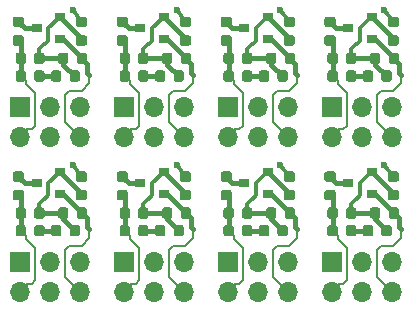
<source format=gbr>
G04 #@! TF.GenerationSoftware,KiCad,Pcbnew,(5.0.1-3-g963ef8bb5)*
G04 #@! TF.CreationDate,2019-09-15T11:53:47-04:00*
G04 #@! TF.ProjectId,RPiheader2x2,5250696865616465723278322E6B6963,rev?*
G04 #@! TF.SameCoordinates,Original*
G04 #@! TF.FileFunction,Copper,L2,Bot,Signal*
G04 #@! TF.FilePolarity,Positive*
%FSLAX45Y45*%
G04 Gerber Fmt 4.5, Leading zero omitted, Abs format (unit mm)*
G04 Created by KiCad (PCBNEW (5.0.1-3-g963ef8bb5)) date Sunday, September 15, 2019 at 11:53:47 am*
%MOMM*%
%LPD*%
G01*
G04 APERTURE LIST*
G04 #@! TA.AperFunction,Conductor*
%ADD10C,0.021524*%
G04 #@! TD*
G04 #@! TA.AperFunction,SMDPad,CuDef*
%ADD11C,0.875000*%
G04 #@! TD*
G04 #@! TA.AperFunction,ComponentPad*
%ADD12R,1.700000X1.700000*%
G04 #@! TD*
G04 #@! TA.AperFunction,ComponentPad*
%ADD13O,1.700000X1.700000*%
G04 #@! TD*
G04 #@! TA.AperFunction,SMDPad,CuDef*
%ADD14R,0.900000X0.800000*%
G04 #@! TD*
G04 #@! TA.AperFunction,ViaPad*
%ADD15C,0.600000*%
G04 #@! TD*
G04 #@! TA.AperFunction,Conductor*
%ADD16C,0.400000*%
G04 #@! TD*
G04 #@! TA.AperFunction,Conductor*
%ADD17C,0.200000*%
G04 #@! TD*
G04 #@! TA.AperFunction,Conductor*
%ADD18C,0.350000*%
G04 #@! TD*
G04 APERTURE END LIST*
D10*
G04 #@! TO.N,Net-(R3-Pad2)*
G04 #@! TO.C,R4*
G36*
X-364731Y2027395D02*
X-362607Y2027080D01*
X-360525Y2026558D01*
X-358504Y2025835D01*
X-356563Y2024917D01*
X-354722Y2023813D01*
X-352998Y2022535D01*
X-351407Y2021093D01*
X-349965Y2019502D01*
X-348687Y2017778D01*
X-347583Y2015937D01*
X-346665Y2013996D01*
X-345942Y2011975D01*
X-345420Y2009893D01*
X-345105Y2007769D01*
X-345000Y2005625D01*
X-345000Y1954375D01*
X-345105Y1952231D01*
X-345420Y1950107D01*
X-345942Y1948025D01*
X-346665Y1946004D01*
X-347583Y1944063D01*
X-348687Y1942222D01*
X-349965Y1940498D01*
X-351407Y1938907D01*
X-352998Y1937465D01*
X-354722Y1936187D01*
X-356563Y1935083D01*
X-358504Y1934165D01*
X-360525Y1933442D01*
X-362607Y1932920D01*
X-364731Y1932605D01*
X-366875Y1932500D01*
X-410625Y1932500D01*
X-412769Y1932605D01*
X-414893Y1932920D01*
X-416975Y1933442D01*
X-418996Y1934165D01*
X-420937Y1935083D01*
X-422778Y1936187D01*
X-424502Y1937465D01*
X-426093Y1938907D01*
X-427535Y1940498D01*
X-428813Y1942222D01*
X-429917Y1944063D01*
X-430835Y1946004D01*
X-431558Y1948025D01*
X-432080Y1950107D01*
X-432395Y1952231D01*
X-432500Y1954375D01*
X-432500Y2005625D01*
X-432395Y2007769D01*
X-432080Y2009893D01*
X-431558Y2011975D01*
X-430835Y2013996D01*
X-429917Y2015937D01*
X-428813Y2017778D01*
X-427535Y2019502D01*
X-426093Y2021093D01*
X-424502Y2022535D01*
X-422778Y2023813D01*
X-420937Y2024917D01*
X-418996Y2025835D01*
X-416975Y2026558D01*
X-414893Y2027080D01*
X-412769Y2027395D01*
X-410625Y2027500D01*
X-366875Y2027500D01*
X-364731Y2027395D01*
X-364731Y2027395D01*
G37*
D11*
G04 #@! TD*
G04 #@! TO.P,R4,1*
G04 #@! TO.N,Net-(R3-Pad2)*
X-388750Y1980000D03*
D10*
G04 #@! TO.N,Net-(Q1-Pad1)*
G04 #@! TO.C,R4*
G36*
X-207231Y2027395D02*
X-205107Y2027080D01*
X-203025Y2026558D01*
X-201004Y2025835D01*
X-199063Y2024917D01*
X-197222Y2023813D01*
X-195498Y2022535D01*
X-193907Y2021093D01*
X-192465Y2019502D01*
X-191187Y2017778D01*
X-190083Y2015937D01*
X-189165Y2013996D01*
X-188442Y2011975D01*
X-187920Y2009893D01*
X-187605Y2007769D01*
X-187500Y2005625D01*
X-187500Y1954375D01*
X-187605Y1952231D01*
X-187920Y1950107D01*
X-188442Y1948025D01*
X-189165Y1946004D01*
X-190083Y1944063D01*
X-191187Y1942222D01*
X-192465Y1940498D01*
X-193907Y1938907D01*
X-195498Y1937465D01*
X-197222Y1936187D01*
X-199063Y1935083D01*
X-201004Y1934165D01*
X-203025Y1933442D01*
X-205107Y1932920D01*
X-207231Y1932605D01*
X-209375Y1932500D01*
X-253125Y1932500D01*
X-255269Y1932605D01*
X-257393Y1932920D01*
X-259475Y1933442D01*
X-261496Y1934165D01*
X-263437Y1935083D01*
X-265278Y1936187D01*
X-267002Y1937465D01*
X-268593Y1938907D01*
X-270035Y1940498D01*
X-271313Y1942222D01*
X-272417Y1944063D01*
X-273335Y1946004D01*
X-274058Y1948025D01*
X-274580Y1950107D01*
X-274895Y1952231D01*
X-275000Y1954375D01*
X-275000Y2005625D01*
X-274895Y2007769D01*
X-274580Y2009893D01*
X-274058Y2011975D01*
X-273335Y2013996D01*
X-272417Y2015937D01*
X-271313Y2017778D01*
X-270035Y2019502D01*
X-268593Y2021093D01*
X-267002Y2022535D01*
X-265278Y2023813D01*
X-263437Y2024917D01*
X-261496Y2025835D01*
X-259475Y2026558D01*
X-257393Y2027080D01*
X-255269Y2027395D01*
X-253125Y2027500D01*
X-209375Y2027500D01*
X-207231Y2027395D01*
X-207231Y2027395D01*
G37*
D11*
G04 #@! TD*
G04 #@! TO.P,R4,2*
G04 #@! TO.N,Net-(Q1-Pad1)*
X-231250Y1980000D03*
D10*
G04 #@! TO.N,Net-(J1-Pad5)*
G04 #@! TO.C,R1*
G36*
X-147231Y2482395D02*
X-145107Y2482080D01*
X-143025Y2481558D01*
X-141004Y2480835D01*
X-139063Y2479917D01*
X-137222Y2478813D01*
X-135498Y2477535D01*
X-133907Y2476093D01*
X-132465Y2474502D01*
X-131187Y2472778D01*
X-130083Y2470937D01*
X-129165Y2468996D01*
X-128442Y2466975D01*
X-127920Y2464893D01*
X-127605Y2462769D01*
X-127500Y2460625D01*
X-127500Y2416875D01*
X-127605Y2414731D01*
X-127920Y2412607D01*
X-128442Y2410525D01*
X-129165Y2408504D01*
X-130083Y2406563D01*
X-131187Y2404722D01*
X-132465Y2402998D01*
X-133907Y2401407D01*
X-135498Y2399965D01*
X-137222Y2398687D01*
X-139063Y2397583D01*
X-141004Y2396665D01*
X-143025Y2395942D01*
X-145107Y2395420D01*
X-147231Y2395105D01*
X-149375Y2395000D01*
X-200625Y2395000D01*
X-202769Y2395105D01*
X-204893Y2395420D01*
X-206975Y2395942D01*
X-208996Y2396665D01*
X-210937Y2397583D01*
X-212778Y2398687D01*
X-214502Y2399965D01*
X-216093Y2401407D01*
X-217535Y2402998D01*
X-218813Y2404722D01*
X-219917Y2406563D01*
X-220835Y2408504D01*
X-221558Y2410525D01*
X-222080Y2412607D01*
X-222395Y2414731D01*
X-222500Y2416875D01*
X-222500Y2460625D01*
X-222395Y2462769D01*
X-222080Y2464893D01*
X-221558Y2466975D01*
X-220835Y2468996D01*
X-219917Y2470937D01*
X-218813Y2472778D01*
X-217535Y2474502D01*
X-216093Y2476093D01*
X-214502Y2477535D01*
X-212778Y2478813D01*
X-210937Y2479917D01*
X-208996Y2480835D01*
X-206975Y2481558D01*
X-204893Y2482080D01*
X-202769Y2482395D01*
X-200625Y2482500D01*
X-149375Y2482500D01*
X-147231Y2482395D01*
X-147231Y2482395D01*
G37*
D11*
G04 #@! TD*
G04 #@! TO.P,R1,2*
G04 #@! TO.N,Net-(J1-Pad5)*
X-175000Y2438750D03*
D10*
G04 #@! TO.N,Net-(Q1-Pad1)*
G04 #@! TO.C,R1*
G36*
X-147231Y2324895D02*
X-145107Y2324580D01*
X-143025Y2324058D01*
X-141004Y2323335D01*
X-139063Y2322417D01*
X-137222Y2321313D01*
X-135498Y2320035D01*
X-133907Y2318593D01*
X-132465Y2317002D01*
X-131187Y2315278D01*
X-130083Y2313437D01*
X-129165Y2311496D01*
X-128442Y2309475D01*
X-127920Y2307393D01*
X-127605Y2305269D01*
X-127500Y2303125D01*
X-127500Y2259375D01*
X-127605Y2257231D01*
X-127920Y2255107D01*
X-128442Y2253025D01*
X-129165Y2251004D01*
X-130083Y2249063D01*
X-131187Y2247222D01*
X-132465Y2245498D01*
X-133907Y2243907D01*
X-135498Y2242465D01*
X-137222Y2241187D01*
X-139063Y2240083D01*
X-141004Y2239165D01*
X-143025Y2238442D01*
X-145107Y2237920D01*
X-147231Y2237605D01*
X-149375Y2237500D01*
X-200625Y2237500D01*
X-202769Y2237605D01*
X-204893Y2237920D01*
X-206975Y2238442D01*
X-208996Y2239165D01*
X-210937Y2240083D01*
X-212778Y2241187D01*
X-214502Y2242465D01*
X-216093Y2243907D01*
X-217535Y2245498D01*
X-218813Y2247222D01*
X-219917Y2249063D01*
X-220835Y2251004D01*
X-221558Y2253025D01*
X-222080Y2255107D01*
X-222395Y2257231D01*
X-222500Y2259375D01*
X-222500Y2303125D01*
X-222395Y2305269D01*
X-222080Y2307393D01*
X-221558Y2309475D01*
X-220835Y2311496D01*
X-219917Y2313437D01*
X-218813Y2315278D01*
X-217535Y2317002D01*
X-216093Y2318593D01*
X-214502Y2320035D01*
X-212778Y2321313D01*
X-210937Y2322417D01*
X-208996Y2323335D01*
X-206975Y2324058D01*
X-204893Y2324580D01*
X-202769Y2324895D01*
X-200625Y2325000D01*
X-149375Y2325000D01*
X-147231Y2324895D01*
X-147231Y2324895D01*
G37*
D11*
G04 #@! TD*
G04 #@! TO.P,R1,1*
G04 #@! TO.N,Net-(Q1-Pad1)*
X-175000Y2281250D03*
D10*
G04 #@! TO.N,Net-(J1-Pad2)*
G04 #@! TO.C,R2*
G36*
X-664731Y2177395D02*
X-662607Y2177080D01*
X-660525Y2176558D01*
X-658504Y2175835D01*
X-656563Y2174917D01*
X-654722Y2173813D01*
X-652998Y2172535D01*
X-651407Y2171093D01*
X-649965Y2169502D01*
X-648687Y2167778D01*
X-647583Y2165937D01*
X-646665Y2163996D01*
X-645942Y2161975D01*
X-645420Y2159893D01*
X-645105Y2157769D01*
X-645000Y2155625D01*
X-645000Y2104375D01*
X-645105Y2102231D01*
X-645420Y2100107D01*
X-645942Y2098025D01*
X-646665Y2096004D01*
X-647583Y2094063D01*
X-648687Y2092222D01*
X-649965Y2090498D01*
X-651407Y2088907D01*
X-652998Y2087465D01*
X-654722Y2086187D01*
X-656563Y2085083D01*
X-658504Y2084165D01*
X-660525Y2083442D01*
X-662607Y2082920D01*
X-664731Y2082605D01*
X-666875Y2082500D01*
X-710625Y2082500D01*
X-712769Y2082605D01*
X-714893Y2082920D01*
X-716975Y2083442D01*
X-718996Y2084165D01*
X-720937Y2085083D01*
X-722778Y2086187D01*
X-724502Y2087465D01*
X-726093Y2088907D01*
X-727535Y2090498D01*
X-728813Y2092222D01*
X-729917Y2094063D01*
X-730835Y2096004D01*
X-731558Y2098025D01*
X-732080Y2100107D01*
X-732395Y2102231D01*
X-732500Y2104375D01*
X-732500Y2155625D01*
X-732395Y2157769D01*
X-732080Y2159893D01*
X-731558Y2161975D01*
X-730835Y2163996D01*
X-729917Y2165937D01*
X-728813Y2167778D01*
X-727535Y2169502D01*
X-726093Y2171093D01*
X-724502Y2172535D01*
X-722778Y2173813D01*
X-720937Y2174917D01*
X-718996Y2175835D01*
X-716975Y2176558D01*
X-714893Y2177080D01*
X-712769Y2177395D01*
X-710625Y2177500D01*
X-666875Y2177500D01*
X-664731Y2177395D01*
X-664731Y2177395D01*
G37*
D11*
G04 #@! TD*
G04 #@! TO.P,R2,1*
G04 #@! TO.N,Net-(J1-Pad2)*
X-688750Y2130000D03*
D10*
G04 #@! TO.N,Net-(Q1-Pad1)*
G04 #@! TO.C,R2*
G36*
X-507231Y2177395D02*
X-505107Y2177080D01*
X-503025Y2176558D01*
X-501004Y2175835D01*
X-499063Y2174917D01*
X-497222Y2173813D01*
X-495498Y2172535D01*
X-493907Y2171093D01*
X-492465Y2169502D01*
X-491187Y2167778D01*
X-490083Y2165937D01*
X-489165Y2163996D01*
X-488442Y2161975D01*
X-487920Y2159893D01*
X-487605Y2157769D01*
X-487500Y2155625D01*
X-487500Y2104375D01*
X-487605Y2102231D01*
X-487920Y2100107D01*
X-488442Y2098025D01*
X-489165Y2096004D01*
X-490083Y2094063D01*
X-491187Y2092222D01*
X-492465Y2090498D01*
X-493907Y2088907D01*
X-495498Y2087465D01*
X-497222Y2086187D01*
X-499063Y2085083D01*
X-501004Y2084165D01*
X-503025Y2083442D01*
X-505107Y2082920D01*
X-507231Y2082605D01*
X-509375Y2082500D01*
X-553125Y2082500D01*
X-555269Y2082605D01*
X-557393Y2082920D01*
X-559475Y2083442D01*
X-561496Y2084165D01*
X-563437Y2085083D01*
X-565278Y2086187D01*
X-567002Y2087465D01*
X-568593Y2088907D01*
X-570035Y2090498D01*
X-571313Y2092222D01*
X-572417Y2094063D01*
X-573335Y2096004D01*
X-574058Y2098025D01*
X-574580Y2100107D01*
X-574895Y2102231D01*
X-575000Y2104375D01*
X-575000Y2155625D01*
X-574895Y2157769D01*
X-574580Y2159893D01*
X-574058Y2161975D01*
X-573335Y2163996D01*
X-572417Y2165937D01*
X-571313Y2167778D01*
X-570035Y2169502D01*
X-568593Y2171093D01*
X-567002Y2172535D01*
X-565278Y2173813D01*
X-563437Y2174917D01*
X-561496Y2175835D01*
X-559475Y2176558D01*
X-557393Y2177080D01*
X-555269Y2177395D01*
X-553125Y2177500D01*
X-509375Y2177500D01*
X-507231Y2177395D01*
X-507231Y2177395D01*
G37*
D11*
G04 #@! TD*
G04 #@! TO.P,R2,2*
G04 #@! TO.N,Net-(Q1-Pad1)*
X-531250Y2130000D03*
D10*
G04 #@! TO.N,Net-(J2-Pad1)*
G04 #@! TO.C,J2*
G36*
X-1562231Y2482395D02*
X-1560107Y2482080D01*
X-1558025Y2481558D01*
X-1556004Y2480835D01*
X-1554063Y2479917D01*
X-1552222Y2478813D01*
X-1550498Y2477535D01*
X-1548907Y2476093D01*
X-1547465Y2474502D01*
X-1546187Y2472778D01*
X-1545083Y2470937D01*
X-1544165Y2468996D01*
X-1543442Y2466975D01*
X-1542920Y2464893D01*
X-1542605Y2462769D01*
X-1542500Y2460625D01*
X-1542500Y2416875D01*
X-1542605Y2414731D01*
X-1542920Y2412607D01*
X-1543442Y2410525D01*
X-1544165Y2408504D01*
X-1545083Y2406563D01*
X-1546187Y2404722D01*
X-1547465Y2402998D01*
X-1548907Y2401407D01*
X-1550498Y2399965D01*
X-1552222Y2398687D01*
X-1554063Y2397583D01*
X-1556004Y2396665D01*
X-1558025Y2395942D01*
X-1560107Y2395420D01*
X-1562231Y2395105D01*
X-1564375Y2395000D01*
X-1615625Y2395000D01*
X-1617769Y2395105D01*
X-1619893Y2395420D01*
X-1621975Y2395942D01*
X-1623996Y2396665D01*
X-1625937Y2397583D01*
X-1627778Y2398687D01*
X-1629502Y2399965D01*
X-1631093Y2401407D01*
X-1632535Y2402998D01*
X-1633813Y2404722D01*
X-1634917Y2406563D01*
X-1635835Y2408504D01*
X-1636558Y2410525D01*
X-1637080Y2412607D01*
X-1637395Y2414731D01*
X-1637500Y2416875D01*
X-1637500Y2460625D01*
X-1637395Y2462769D01*
X-1637080Y2464893D01*
X-1636558Y2466975D01*
X-1635835Y2468996D01*
X-1634917Y2470937D01*
X-1633813Y2472778D01*
X-1632535Y2474502D01*
X-1631093Y2476093D01*
X-1629502Y2477535D01*
X-1627778Y2478813D01*
X-1625937Y2479917D01*
X-1623996Y2480835D01*
X-1621975Y2481558D01*
X-1619893Y2482080D01*
X-1617769Y2482395D01*
X-1615625Y2482500D01*
X-1564375Y2482500D01*
X-1562231Y2482395D01*
X-1562231Y2482395D01*
G37*
D11*
G04 #@! TD*
G04 #@! TO.P,J2,1*
G04 #@! TO.N,Net-(J2-Pad1)*
X-1590000Y2438750D03*
D10*
G04 #@! TO.N,Net-(J1-Pad2)*
G04 #@! TO.C,J2*
G36*
X-1562231Y2324895D02*
X-1560107Y2324580D01*
X-1558025Y2324058D01*
X-1556004Y2323335D01*
X-1554063Y2322417D01*
X-1552222Y2321313D01*
X-1550498Y2320035D01*
X-1548907Y2318593D01*
X-1547465Y2317002D01*
X-1546187Y2315278D01*
X-1545083Y2313437D01*
X-1544165Y2311496D01*
X-1543442Y2309475D01*
X-1542920Y2307393D01*
X-1542605Y2305269D01*
X-1542500Y2303125D01*
X-1542500Y2259375D01*
X-1542605Y2257231D01*
X-1542920Y2255107D01*
X-1543442Y2253025D01*
X-1544165Y2251004D01*
X-1545083Y2249063D01*
X-1546187Y2247222D01*
X-1547465Y2245498D01*
X-1548907Y2243907D01*
X-1550498Y2242465D01*
X-1552222Y2241187D01*
X-1554063Y2240083D01*
X-1556004Y2239165D01*
X-1558025Y2238442D01*
X-1560107Y2237920D01*
X-1562231Y2237605D01*
X-1564375Y2237500D01*
X-1615625Y2237500D01*
X-1617769Y2237605D01*
X-1619893Y2237920D01*
X-1621975Y2238442D01*
X-1623996Y2239165D01*
X-1625937Y2240083D01*
X-1627778Y2241187D01*
X-1629502Y2242465D01*
X-1631093Y2243907D01*
X-1632535Y2245498D01*
X-1633813Y2247222D01*
X-1634917Y2249063D01*
X-1635835Y2251004D01*
X-1636558Y2253025D01*
X-1637080Y2255107D01*
X-1637395Y2257231D01*
X-1637500Y2259375D01*
X-1637500Y2303125D01*
X-1637395Y2305269D01*
X-1637080Y2307393D01*
X-1636558Y2309475D01*
X-1635835Y2311496D01*
X-1634917Y2313437D01*
X-1633813Y2315278D01*
X-1632535Y2317002D01*
X-1631093Y2318593D01*
X-1629502Y2320035D01*
X-1627778Y2321313D01*
X-1625937Y2322417D01*
X-1623996Y2323335D01*
X-1621975Y2324058D01*
X-1619893Y2324580D01*
X-1617769Y2324895D01*
X-1615625Y2325000D01*
X-1564375Y2325000D01*
X-1562231Y2324895D01*
X-1562231Y2324895D01*
G37*
D11*
G04 #@! TD*
G04 #@! TO.P,J2,2*
G04 #@! TO.N,Net-(J1-Pad2)*
X-1590000Y2281250D03*
D10*
G04 #@! TO.N,Net-(Q1-Pad1)*
G04 #@! TO.C,R5*
G36*
X-1184731Y2177395D02*
X-1182607Y2177080D01*
X-1180525Y2176558D01*
X-1178504Y2175835D01*
X-1176563Y2174917D01*
X-1174722Y2173813D01*
X-1172998Y2172535D01*
X-1171407Y2171093D01*
X-1169965Y2169502D01*
X-1168687Y2167778D01*
X-1167583Y2165937D01*
X-1166665Y2163996D01*
X-1165942Y2161975D01*
X-1165420Y2159893D01*
X-1165105Y2157769D01*
X-1165000Y2155625D01*
X-1165000Y2104375D01*
X-1165105Y2102231D01*
X-1165420Y2100107D01*
X-1165942Y2098025D01*
X-1166665Y2096004D01*
X-1167583Y2094063D01*
X-1168687Y2092222D01*
X-1169965Y2090498D01*
X-1171407Y2088907D01*
X-1172998Y2087465D01*
X-1174722Y2086187D01*
X-1176563Y2085083D01*
X-1178504Y2084165D01*
X-1180525Y2083442D01*
X-1182607Y2082920D01*
X-1184731Y2082605D01*
X-1186875Y2082500D01*
X-1230625Y2082500D01*
X-1232769Y2082605D01*
X-1234893Y2082920D01*
X-1236975Y2083442D01*
X-1238996Y2084165D01*
X-1240937Y2085083D01*
X-1242778Y2086187D01*
X-1244502Y2087465D01*
X-1246093Y2088907D01*
X-1247535Y2090498D01*
X-1248813Y2092222D01*
X-1249917Y2094063D01*
X-1250835Y2096004D01*
X-1251558Y2098025D01*
X-1252080Y2100107D01*
X-1252395Y2102231D01*
X-1252500Y2104375D01*
X-1252500Y2155625D01*
X-1252395Y2157769D01*
X-1252080Y2159893D01*
X-1251558Y2161975D01*
X-1250835Y2163996D01*
X-1249917Y2165937D01*
X-1248813Y2167778D01*
X-1247535Y2169502D01*
X-1246093Y2171093D01*
X-1244502Y2172535D01*
X-1242778Y2173813D01*
X-1240937Y2174917D01*
X-1238996Y2175835D01*
X-1236975Y2176558D01*
X-1234893Y2177080D01*
X-1232769Y2177395D01*
X-1230625Y2177500D01*
X-1186875Y2177500D01*
X-1184731Y2177395D01*
X-1184731Y2177395D01*
G37*
D11*
G04 #@! TD*
G04 #@! TO.P,R5,1*
G04 #@! TO.N,Net-(Q1-Pad1)*
X-1208750Y2130000D03*
D10*
G04 #@! TO.N,GND*
G04 #@! TO.C,R5*
G36*
X-1027231Y2177395D02*
X-1025107Y2177080D01*
X-1023025Y2176558D01*
X-1021004Y2175835D01*
X-1019063Y2174917D01*
X-1017222Y2173813D01*
X-1015498Y2172535D01*
X-1013907Y2171093D01*
X-1012465Y2169502D01*
X-1011187Y2167778D01*
X-1010083Y2165937D01*
X-1009165Y2163996D01*
X-1008442Y2161975D01*
X-1007920Y2159893D01*
X-1007605Y2157769D01*
X-1007500Y2155625D01*
X-1007500Y2104375D01*
X-1007605Y2102231D01*
X-1007920Y2100107D01*
X-1008442Y2098025D01*
X-1009165Y2096004D01*
X-1010083Y2094063D01*
X-1011187Y2092222D01*
X-1012465Y2090498D01*
X-1013907Y2088907D01*
X-1015498Y2087465D01*
X-1017222Y2086187D01*
X-1019063Y2085083D01*
X-1021004Y2084165D01*
X-1023025Y2083442D01*
X-1025107Y2082920D01*
X-1027231Y2082605D01*
X-1029375Y2082500D01*
X-1073125Y2082500D01*
X-1075269Y2082605D01*
X-1077393Y2082920D01*
X-1079475Y2083442D01*
X-1081496Y2084165D01*
X-1083437Y2085083D01*
X-1085278Y2086187D01*
X-1087002Y2087465D01*
X-1088593Y2088907D01*
X-1090035Y2090498D01*
X-1091313Y2092222D01*
X-1092417Y2094063D01*
X-1093335Y2096004D01*
X-1094058Y2098025D01*
X-1094580Y2100107D01*
X-1094895Y2102231D01*
X-1095000Y2104375D01*
X-1095000Y2155625D01*
X-1094895Y2157769D01*
X-1094580Y2159893D01*
X-1094058Y2161975D01*
X-1093335Y2163996D01*
X-1092417Y2165937D01*
X-1091313Y2167778D01*
X-1090035Y2169502D01*
X-1088593Y2171093D01*
X-1087002Y2172535D01*
X-1085278Y2173813D01*
X-1083437Y2174917D01*
X-1081496Y2175835D01*
X-1079475Y2176558D01*
X-1077393Y2177080D01*
X-1075269Y2177395D01*
X-1073125Y2177500D01*
X-1029375Y2177500D01*
X-1027231Y2177395D01*
X-1027231Y2177395D01*
G37*
D11*
G04 #@! TD*
G04 #@! TO.P,R5,2*
G04 #@! TO.N,GND*
X-1051250Y2130000D03*
D10*
G04 #@! TO.N,Net-(J1-Pad2)*
G04 #@! TO.C,J2*
G36*
X-682231Y2324895D02*
X-680107Y2324580D01*
X-678025Y2324058D01*
X-676004Y2323335D01*
X-674063Y2322417D01*
X-672222Y2321313D01*
X-670498Y2320035D01*
X-668907Y2318593D01*
X-667465Y2317002D01*
X-666187Y2315278D01*
X-665083Y2313437D01*
X-664165Y2311496D01*
X-663442Y2309475D01*
X-662920Y2307393D01*
X-662605Y2305269D01*
X-662500Y2303125D01*
X-662500Y2259375D01*
X-662605Y2257231D01*
X-662920Y2255107D01*
X-663442Y2253025D01*
X-664165Y2251004D01*
X-665083Y2249063D01*
X-666187Y2247222D01*
X-667465Y2245498D01*
X-668907Y2243907D01*
X-670498Y2242465D01*
X-672222Y2241187D01*
X-674063Y2240083D01*
X-676004Y2239165D01*
X-678025Y2238442D01*
X-680107Y2237920D01*
X-682231Y2237605D01*
X-684375Y2237500D01*
X-735625Y2237500D01*
X-737769Y2237605D01*
X-739893Y2237920D01*
X-741975Y2238442D01*
X-743996Y2239165D01*
X-745937Y2240083D01*
X-747778Y2241187D01*
X-749502Y2242465D01*
X-751093Y2243907D01*
X-752535Y2245498D01*
X-753813Y2247222D01*
X-754917Y2249063D01*
X-755835Y2251004D01*
X-756558Y2253025D01*
X-757080Y2255107D01*
X-757395Y2257231D01*
X-757500Y2259375D01*
X-757500Y2303125D01*
X-757395Y2305269D01*
X-757080Y2307393D01*
X-756558Y2309475D01*
X-755835Y2311496D01*
X-754917Y2313437D01*
X-753813Y2315278D01*
X-752535Y2317002D01*
X-751093Y2318593D01*
X-749502Y2320035D01*
X-747778Y2321313D01*
X-745937Y2322417D01*
X-743996Y2323335D01*
X-741975Y2324058D01*
X-739893Y2324580D01*
X-737769Y2324895D01*
X-735625Y2325000D01*
X-684375Y2325000D01*
X-682231Y2324895D01*
X-682231Y2324895D01*
G37*
D11*
G04 #@! TD*
G04 #@! TO.P,J2,2*
G04 #@! TO.N,Net-(J1-Pad2)*
X-710000Y2281250D03*
D10*
G04 #@! TO.N,Net-(J2-Pad1)*
G04 #@! TO.C,J2*
G36*
X-682231Y2482395D02*
X-680107Y2482080D01*
X-678025Y2481558D01*
X-676004Y2480835D01*
X-674063Y2479917D01*
X-672222Y2478813D01*
X-670498Y2477535D01*
X-668907Y2476093D01*
X-667465Y2474502D01*
X-666187Y2472778D01*
X-665083Y2470937D01*
X-664165Y2468996D01*
X-663442Y2466975D01*
X-662920Y2464893D01*
X-662605Y2462769D01*
X-662500Y2460625D01*
X-662500Y2416875D01*
X-662605Y2414731D01*
X-662920Y2412607D01*
X-663442Y2410525D01*
X-664165Y2408504D01*
X-665083Y2406563D01*
X-666187Y2404722D01*
X-667465Y2402998D01*
X-668907Y2401407D01*
X-670498Y2399965D01*
X-672222Y2398687D01*
X-674063Y2397583D01*
X-676004Y2396665D01*
X-678025Y2395942D01*
X-680107Y2395420D01*
X-682231Y2395105D01*
X-684375Y2395000D01*
X-735625Y2395000D01*
X-737769Y2395105D01*
X-739893Y2395420D01*
X-741975Y2395942D01*
X-743996Y2396665D01*
X-745937Y2397583D01*
X-747778Y2398687D01*
X-749502Y2399965D01*
X-751093Y2401407D01*
X-752535Y2402998D01*
X-753813Y2404722D01*
X-754917Y2406563D01*
X-755835Y2408504D01*
X-756558Y2410525D01*
X-757080Y2412607D01*
X-757395Y2414731D01*
X-757500Y2416875D01*
X-757500Y2460625D01*
X-757395Y2462769D01*
X-757080Y2464893D01*
X-756558Y2466975D01*
X-755835Y2468996D01*
X-754917Y2470937D01*
X-753813Y2472778D01*
X-752535Y2474502D01*
X-751093Y2476093D01*
X-749502Y2477535D01*
X-747778Y2478813D01*
X-745937Y2479917D01*
X-743996Y2480835D01*
X-741975Y2481558D01*
X-739893Y2482080D01*
X-737769Y2482395D01*
X-735625Y2482500D01*
X-684375Y2482500D01*
X-682231Y2482395D01*
X-682231Y2482395D01*
G37*
D11*
G04 #@! TD*
G04 #@! TO.P,J2,1*
G04 #@! TO.N,Net-(J2-Pad1)*
X-710000Y2438750D03*
D10*
G04 #@! TO.N,Net-(Q1-Pad1)*
G04 #@! TO.C,R1*
G36*
X-147231Y1014895D02*
X-145107Y1014580D01*
X-143025Y1014058D01*
X-141004Y1013335D01*
X-139063Y1012417D01*
X-137222Y1011313D01*
X-135498Y1010035D01*
X-133907Y1008593D01*
X-132465Y1007002D01*
X-131187Y1005278D01*
X-130083Y1003437D01*
X-129165Y1001496D01*
X-128442Y999475D01*
X-127920Y997393D01*
X-127605Y995269D01*
X-127500Y993125D01*
X-127500Y949375D01*
X-127605Y947231D01*
X-127920Y945107D01*
X-128442Y943025D01*
X-129165Y941004D01*
X-130083Y939063D01*
X-131187Y937222D01*
X-132465Y935498D01*
X-133907Y933907D01*
X-135498Y932465D01*
X-137222Y931187D01*
X-139063Y930083D01*
X-141004Y929165D01*
X-143025Y928442D01*
X-145107Y927920D01*
X-147231Y927605D01*
X-149375Y927500D01*
X-200625Y927500D01*
X-202769Y927605D01*
X-204893Y927920D01*
X-206975Y928442D01*
X-208996Y929165D01*
X-210937Y930083D01*
X-212778Y931187D01*
X-214502Y932465D01*
X-216093Y933907D01*
X-217535Y935498D01*
X-218813Y937222D01*
X-219917Y939063D01*
X-220835Y941004D01*
X-221558Y943025D01*
X-222080Y945107D01*
X-222395Y947231D01*
X-222500Y949375D01*
X-222500Y993125D01*
X-222395Y995269D01*
X-222080Y997393D01*
X-221558Y999475D01*
X-220835Y1001496D01*
X-219917Y1003437D01*
X-218813Y1005278D01*
X-217535Y1007002D01*
X-216093Y1008593D01*
X-214502Y1010035D01*
X-212778Y1011313D01*
X-210937Y1012417D01*
X-208996Y1013335D01*
X-206975Y1014058D01*
X-204893Y1014580D01*
X-202769Y1014895D01*
X-200625Y1015000D01*
X-149375Y1015000D01*
X-147231Y1014895D01*
X-147231Y1014895D01*
G37*
D11*
G04 #@! TD*
G04 #@! TO.P,R1,1*
G04 #@! TO.N,Net-(Q1-Pad1)*
X-175000Y971250D03*
D10*
G04 #@! TO.N,Net-(J1-Pad5)*
G04 #@! TO.C,R1*
G36*
X-147231Y1172395D02*
X-145107Y1172080D01*
X-143025Y1171558D01*
X-141004Y1170835D01*
X-139063Y1169917D01*
X-137222Y1168813D01*
X-135498Y1167535D01*
X-133907Y1166093D01*
X-132465Y1164502D01*
X-131187Y1162778D01*
X-130083Y1160937D01*
X-129165Y1158996D01*
X-128442Y1156975D01*
X-127920Y1154893D01*
X-127605Y1152769D01*
X-127500Y1150625D01*
X-127500Y1106875D01*
X-127605Y1104731D01*
X-127920Y1102607D01*
X-128442Y1100525D01*
X-129165Y1098504D01*
X-130083Y1096563D01*
X-131187Y1094722D01*
X-132465Y1092998D01*
X-133907Y1091407D01*
X-135498Y1089965D01*
X-137222Y1088687D01*
X-139063Y1087583D01*
X-141004Y1086665D01*
X-143025Y1085942D01*
X-145107Y1085420D01*
X-147231Y1085105D01*
X-149375Y1085000D01*
X-200625Y1085000D01*
X-202769Y1085105D01*
X-204893Y1085420D01*
X-206975Y1085942D01*
X-208996Y1086665D01*
X-210937Y1087583D01*
X-212778Y1088687D01*
X-214502Y1089965D01*
X-216093Y1091407D01*
X-217535Y1092998D01*
X-218813Y1094722D01*
X-219917Y1096563D01*
X-220835Y1098504D01*
X-221558Y1100525D01*
X-222080Y1102607D01*
X-222395Y1104731D01*
X-222500Y1106875D01*
X-222500Y1150625D01*
X-222395Y1152769D01*
X-222080Y1154893D01*
X-221558Y1156975D01*
X-220835Y1158996D01*
X-219917Y1160937D01*
X-218813Y1162778D01*
X-217535Y1164502D01*
X-216093Y1166093D01*
X-214502Y1167535D01*
X-212778Y1168813D01*
X-210937Y1169917D01*
X-208996Y1170835D01*
X-206975Y1171558D01*
X-204893Y1172080D01*
X-202769Y1172395D01*
X-200625Y1172500D01*
X-149375Y1172500D01*
X-147231Y1172395D01*
X-147231Y1172395D01*
G37*
D11*
G04 #@! TD*
G04 #@! TO.P,R1,2*
G04 #@! TO.N,Net-(J1-Pad5)*
X-175000Y1128750D03*
D12*
G04 #@! TO.P,J1,1*
G04 #@! TO.N,N/C*
X-696000Y409000D03*
D13*
G04 #@! TO.P,J1,2*
G04 #@! TO.N,Net-(J1-Pad2)*
X-696000Y155000D03*
G04 #@! TO.P,J1,3*
G04 #@! TO.N,N/C*
X-442000Y409000D03*
G04 #@! TO.P,J1,4*
X-442000Y155000D03*
G04 #@! TO.P,J1,5*
G04 #@! TO.N,Net-(J1-Pad5)*
X-188000Y409000D03*
G04 #@! TO.P,J1,6*
G04 #@! TO.N,GND*
X-188000Y155000D03*
G04 #@! TD*
D14*
G04 #@! TO.P,Q1,1*
G04 #@! TO.N,Net-(Q1-Pad1)*
X-355000Y1170000D03*
G04 #@! TO.P,Q1,2*
G04 #@! TO.N,GND*
X-355000Y980000D03*
G04 #@! TO.P,Q1,3*
G04 #@! TO.N,Net-(J2-Pad1)*
X-555000Y1075000D03*
G04 #@! TD*
D10*
G04 #@! TO.N,Net-(Q1-Pad1)*
G04 #@! TO.C,R4*
G36*
X-207231Y717395D02*
X-205107Y717080D01*
X-203025Y716558D01*
X-201004Y715835D01*
X-199063Y714917D01*
X-197222Y713813D01*
X-195498Y712535D01*
X-193907Y711093D01*
X-192465Y709502D01*
X-191187Y707778D01*
X-190083Y705937D01*
X-189165Y703996D01*
X-188442Y701975D01*
X-187920Y699893D01*
X-187605Y697769D01*
X-187500Y695625D01*
X-187500Y644375D01*
X-187605Y642231D01*
X-187920Y640107D01*
X-188442Y638025D01*
X-189165Y636004D01*
X-190083Y634063D01*
X-191187Y632222D01*
X-192465Y630498D01*
X-193907Y628907D01*
X-195498Y627465D01*
X-197222Y626187D01*
X-199063Y625083D01*
X-201004Y624165D01*
X-203025Y623442D01*
X-205107Y622920D01*
X-207231Y622605D01*
X-209375Y622500D01*
X-253125Y622500D01*
X-255269Y622605D01*
X-257393Y622920D01*
X-259475Y623442D01*
X-261496Y624165D01*
X-263437Y625083D01*
X-265278Y626187D01*
X-267002Y627465D01*
X-268593Y628907D01*
X-270035Y630498D01*
X-271313Y632222D01*
X-272417Y634063D01*
X-273335Y636004D01*
X-274058Y638025D01*
X-274580Y640107D01*
X-274895Y642231D01*
X-275000Y644375D01*
X-275000Y695625D01*
X-274895Y697769D01*
X-274580Y699893D01*
X-274058Y701975D01*
X-273335Y703996D01*
X-272417Y705937D01*
X-271313Y707778D01*
X-270035Y709502D01*
X-268593Y711093D01*
X-267002Y712535D01*
X-265278Y713813D01*
X-263437Y714917D01*
X-261496Y715835D01*
X-259475Y716558D01*
X-257393Y717080D01*
X-255269Y717395D01*
X-253125Y717500D01*
X-209375Y717500D01*
X-207231Y717395D01*
X-207231Y717395D01*
G37*
D11*
G04 #@! TD*
G04 #@! TO.P,R4,2*
G04 #@! TO.N,Net-(Q1-Pad1)*
X-231250Y670000D03*
D10*
G04 #@! TO.N,Net-(R3-Pad2)*
G04 #@! TO.C,R4*
G36*
X-364731Y717395D02*
X-362607Y717080D01*
X-360525Y716558D01*
X-358504Y715835D01*
X-356563Y714917D01*
X-354722Y713813D01*
X-352998Y712535D01*
X-351407Y711093D01*
X-349965Y709502D01*
X-348687Y707778D01*
X-347583Y705937D01*
X-346665Y703996D01*
X-345942Y701975D01*
X-345420Y699893D01*
X-345105Y697769D01*
X-345000Y695625D01*
X-345000Y644375D01*
X-345105Y642231D01*
X-345420Y640107D01*
X-345942Y638025D01*
X-346665Y636004D01*
X-347583Y634063D01*
X-348687Y632222D01*
X-349965Y630498D01*
X-351407Y628907D01*
X-352998Y627465D01*
X-354722Y626187D01*
X-356563Y625083D01*
X-358504Y624165D01*
X-360525Y623442D01*
X-362607Y622920D01*
X-364731Y622605D01*
X-366875Y622500D01*
X-410625Y622500D01*
X-412769Y622605D01*
X-414893Y622920D01*
X-416975Y623442D01*
X-418996Y624165D01*
X-420937Y625083D01*
X-422778Y626187D01*
X-424502Y627465D01*
X-426093Y628907D01*
X-427535Y630498D01*
X-428813Y632222D01*
X-429917Y634063D01*
X-430835Y636004D01*
X-431558Y638025D01*
X-432080Y640107D01*
X-432395Y642231D01*
X-432500Y644375D01*
X-432500Y695625D01*
X-432395Y697769D01*
X-432080Y699893D01*
X-431558Y701975D01*
X-430835Y703996D01*
X-429917Y705937D01*
X-428813Y707778D01*
X-427535Y709502D01*
X-426093Y711093D01*
X-424502Y712535D01*
X-422778Y713813D01*
X-420937Y714917D01*
X-418996Y715835D01*
X-416975Y716558D01*
X-414893Y717080D01*
X-412769Y717395D01*
X-410625Y717500D01*
X-366875Y717500D01*
X-364731Y717395D01*
X-364731Y717395D01*
G37*
D11*
G04 #@! TD*
G04 #@! TO.P,R4,1*
G04 #@! TO.N,Net-(R3-Pad2)*
X-388750Y670000D03*
D10*
G04 #@! TO.N,Net-(J1-Pad2)*
G04 #@! TO.C,R3*
G36*
X-664731Y717395D02*
X-662607Y717080D01*
X-660525Y716558D01*
X-658504Y715835D01*
X-656563Y714917D01*
X-654722Y713813D01*
X-652998Y712535D01*
X-651407Y711093D01*
X-649965Y709502D01*
X-648687Y707778D01*
X-647583Y705937D01*
X-646665Y703996D01*
X-645942Y701975D01*
X-645420Y699893D01*
X-645105Y697769D01*
X-645000Y695625D01*
X-645000Y644375D01*
X-645105Y642231D01*
X-645420Y640107D01*
X-645942Y638025D01*
X-646665Y636004D01*
X-647583Y634063D01*
X-648687Y632222D01*
X-649965Y630498D01*
X-651407Y628907D01*
X-652998Y627465D01*
X-654722Y626187D01*
X-656563Y625083D01*
X-658504Y624165D01*
X-660525Y623442D01*
X-662607Y622920D01*
X-664731Y622605D01*
X-666875Y622500D01*
X-710625Y622500D01*
X-712769Y622605D01*
X-714893Y622920D01*
X-716975Y623442D01*
X-718996Y624165D01*
X-720937Y625083D01*
X-722778Y626187D01*
X-724502Y627465D01*
X-726093Y628907D01*
X-727535Y630498D01*
X-728813Y632222D01*
X-729917Y634063D01*
X-730835Y636004D01*
X-731558Y638025D01*
X-732080Y640107D01*
X-732395Y642231D01*
X-732500Y644375D01*
X-732500Y695625D01*
X-732395Y697769D01*
X-732080Y699893D01*
X-731558Y701975D01*
X-730835Y703996D01*
X-729917Y705937D01*
X-728813Y707778D01*
X-727535Y709502D01*
X-726093Y711093D01*
X-724502Y712535D01*
X-722778Y713813D01*
X-720937Y714917D01*
X-718996Y715835D01*
X-716975Y716558D01*
X-714893Y717080D01*
X-712769Y717395D01*
X-710625Y717500D01*
X-666875Y717500D01*
X-664731Y717395D01*
X-664731Y717395D01*
G37*
D11*
G04 #@! TD*
G04 #@! TO.P,R3,1*
G04 #@! TO.N,Net-(J1-Pad2)*
X-688750Y670000D03*
D10*
G04 #@! TO.N,Net-(R3-Pad2)*
G04 #@! TO.C,R3*
G36*
X-507231Y717395D02*
X-505107Y717080D01*
X-503025Y716558D01*
X-501004Y715835D01*
X-499063Y714917D01*
X-497222Y713813D01*
X-495498Y712535D01*
X-493907Y711093D01*
X-492465Y709502D01*
X-491187Y707778D01*
X-490083Y705937D01*
X-489165Y703996D01*
X-488442Y701975D01*
X-487920Y699893D01*
X-487605Y697769D01*
X-487500Y695625D01*
X-487500Y644375D01*
X-487605Y642231D01*
X-487920Y640107D01*
X-488442Y638025D01*
X-489165Y636004D01*
X-490083Y634063D01*
X-491187Y632222D01*
X-492465Y630498D01*
X-493907Y628907D01*
X-495498Y627465D01*
X-497222Y626187D01*
X-499063Y625083D01*
X-501004Y624165D01*
X-503025Y623442D01*
X-505107Y622920D01*
X-507231Y622605D01*
X-509375Y622500D01*
X-553125Y622500D01*
X-555269Y622605D01*
X-557393Y622920D01*
X-559475Y623442D01*
X-561496Y624165D01*
X-563437Y625083D01*
X-565278Y626187D01*
X-567002Y627465D01*
X-568593Y628907D01*
X-570035Y630498D01*
X-571313Y632222D01*
X-572417Y634063D01*
X-573335Y636004D01*
X-574058Y638025D01*
X-574580Y640107D01*
X-574895Y642231D01*
X-575000Y644375D01*
X-575000Y695625D01*
X-574895Y697769D01*
X-574580Y699893D01*
X-574058Y701975D01*
X-573335Y703996D01*
X-572417Y705937D01*
X-571313Y707778D01*
X-570035Y709502D01*
X-568593Y711093D01*
X-567002Y712535D01*
X-565278Y713813D01*
X-563437Y714917D01*
X-561496Y715835D01*
X-559475Y716558D01*
X-557393Y717080D01*
X-555269Y717395D01*
X-553125Y717500D01*
X-509375Y717500D01*
X-507231Y717395D01*
X-507231Y717395D01*
G37*
D11*
G04 #@! TD*
G04 #@! TO.P,R3,2*
G04 #@! TO.N,Net-(R3-Pad2)*
X-531250Y670000D03*
D10*
G04 #@! TO.N,Net-(Q1-Pad1)*
G04 #@! TO.C,R2*
G36*
X-507231Y867395D02*
X-505107Y867080D01*
X-503025Y866558D01*
X-501004Y865835D01*
X-499063Y864917D01*
X-497222Y863813D01*
X-495498Y862535D01*
X-493907Y861093D01*
X-492465Y859502D01*
X-491187Y857778D01*
X-490083Y855937D01*
X-489165Y853996D01*
X-488442Y851975D01*
X-487920Y849893D01*
X-487605Y847769D01*
X-487500Y845625D01*
X-487500Y794375D01*
X-487605Y792231D01*
X-487920Y790107D01*
X-488442Y788025D01*
X-489165Y786004D01*
X-490083Y784063D01*
X-491187Y782222D01*
X-492465Y780498D01*
X-493907Y778907D01*
X-495498Y777465D01*
X-497222Y776187D01*
X-499063Y775083D01*
X-501004Y774165D01*
X-503025Y773442D01*
X-505107Y772920D01*
X-507231Y772605D01*
X-509375Y772500D01*
X-553125Y772500D01*
X-555269Y772605D01*
X-557393Y772920D01*
X-559475Y773442D01*
X-561496Y774165D01*
X-563437Y775083D01*
X-565278Y776187D01*
X-567002Y777465D01*
X-568593Y778907D01*
X-570035Y780498D01*
X-571313Y782222D01*
X-572417Y784063D01*
X-573335Y786004D01*
X-574058Y788025D01*
X-574580Y790107D01*
X-574895Y792231D01*
X-575000Y794375D01*
X-575000Y845625D01*
X-574895Y847769D01*
X-574580Y849893D01*
X-574058Y851975D01*
X-573335Y853996D01*
X-572417Y855937D01*
X-571313Y857778D01*
X-570035Y859502D01*
X-568593Y861093D01*
X-567002Y862535D01*
X-565278Y863813D01*
X-563437Y864917D01*
X-561496Y865835D01*
X-559475Y866558D01*
X-557393Y867080D01*
X-555269Y867395D01*
X-553125Y867500D01*
X-509375Y867500D01*
X-507231Y867395D01*
X-507231Y867395D01*
G37*
D11*
G04 #@! TD*
G04 #@! TO.P,R2,2*
G04 #@! TO.N,Net-(Q1-Pad1)*
X-531250Y820000D03*
D10*
G04 #@! TO.N,Net-(J1-Pad2)*
G04 #@! TO.C,R2*
G36*
X-664731Y867395D02*
X-662607Y867080D01*
X-660525Y866558D01*
X-658504Y865835D01*
X-656563Y864917D01*
X-654722Y863813D01*
X-652998Y862535D01*
X-651407Y861093D01*
X-649965Y859502D01*
X-648687Y857778D01*
X-647583Y855937D01*
X-646665Y853996D01*
X-645942Y851975D01*
X-645420Y849893D01*
X-645105Y847769D01*
X-645000Y845625D01*
X-645000Y794375D01*
X-645105Y792231D01*
X-645420Y790107D01*
X-645942Y788025D01*
X-646665Y786004D01*
X-647583Y784063D01*
X-648687Y782222D01*
X-649965Y780498D01*
X-651407Y778907D01*
X-652998Y777465D01*
X-654722Y776187D01*
X-656563Y775083D01*
X-658504Y774165D01*
X-660525Y773442D01*
X-662607Y772920D01*
X-664731Y772605D01*
X-666875Y772500D01*
X-710625Y772500D01*
X-712769Y772605D01*
X-714893Y772920D01*
X-716975Y773442D01*
X-718996Y774165D01*
X-720937Y775083D01*
X-722778Y776187D01*
X-724502Y777465D01*
X-726093Y778907D01*
X-727535Y780498D01*
X-728813Y782222D01*
X-729917Y784063D01*
X-730835Y786004D01*
X-731558Y788025D01*
X-732080Y790107D01*
X-732395Y792231D01*
X-732500Y794375D01*
X-732500Y845625D01*
X-732395Y847769D01*
X-732080Y849893D01*
X-731558Y851975D01*
X-730835Y853996D01*
X-729917Y855937D01*
X-728813Y857778D01*
X-727535Y859502D01*
X-726093Y861093D01*
X-724502Y862535D01*
X-722778Y863813D01*
X-720937Y864917D01*
X-718996Y865835D01*
X-716975Y866558D01*
X-714893Y867080D01*
X-712769Y867395D01*
X-710625Y867500D01*
X-666875Y867500D01*
X-664731Y867395D01*
X-664731Y867395D01*
G37*
D11*
G04 #@! TD*
G04 #@! TO.P,R2,1*
G04 #@! TO.N,Net-(J1-Pad2)*
X-688750Y820000D03*
D10*
G04 #@! TO.N,Net-(J2-Pad1)*
G04 #@! TO.C,J2*
G36*
X-682231Y1172395D02*
X-680107Y1172080D01*
X-678025Y1171558D01*
X-676004Y1170835D01*
X-674063Y1169917D01*
X-672222Y1168813D01*
X-670498Y1167535D01*
X-668907Y1166093D01*
X-667465Y1164502D01*
X-666187Y1162778D01*
X-665083Y1160937D01*
X-664165Y1158996D01*
X-663442Y1156975D01*
X-662920Y1154893D01*
X-662605Y1152769D01*
X-662500Y1150625D01*
X-662500Y1106875D01*
X-662605Y1104731D01*
X-662920Y1102607D01*
X-663442Y1100525D01*
X-664165Y1098504D01*
X-665083Y1096563D01*
X-666187Y1094722D01*
X-667465Y1092998D01*
X-668907Y1091407D01*
X-670498Y1089965D01*
X-672222Y1088687D01*
X-674063Y1087583D01*
X-676004Y1086665D01*
X-678025Y1085942D01*
X-680107Y1085420D01*
X-682231Y1085105D01*
X-684375Y1085000D01*
X-735625Y1085000D01*
X-737769Y1085105D01*
X-739893Y1085420D01*
X-741975Y1085942D01*
X-743996Y1086665D01*
X-745937Y1087583D01*
X-747778Y1088687D01*
X-749502Y1089965D01*
X-751093Y1091407D01*
X-752535Y1092998D01*
X-753813Y1094722D01*
X-754917Y1096563D01*
X-755835Y1098504D01*
X-756558Y1100525D01*
X-757080Y1102607D01*
X-757395Y1104731D01*
X-757500Y1106875D01*
X-757500Y1150625D01*
X-757395Y1152769D01*
X-757080Y1154893D01*
X-756558Y1156975D01*
X-755835Y1158996D01*
X-754917Y1160937D01*
X-753813Y1162778D01*
X-752535Y1164502D01*
X-751093Y1166093D01*
X-749502Y1167535D01*
X-747778Y1168813D01*
X-745937Y1169917D01*
X-743996Y1170835D01*
X-741975Y1171558D01*
X-739893Y1172080D01*
X-737769Y1172395D01*
X-735625Y1172500D01*
X-684375Y1172500D01*
X-682231Y1172395D01*
X-682231Y1172395D01*
G37*
D11*
G04 #@! TD*
G04 #@! TO.P,J2,1*
G04 #@! TO.N,Net-(J2-Pad1)*
X-710000Y1128750D03*
D10*
G04 #@! TO.N,Net-(J1-Pad2)*
G04 #@! TO.C,J2*
G36*
X-682231Y1014895D02*
X-680107Y1014580D01*
X-678025Y1014058D01*
X-676004Y1013335D01*
X-674063Y1012417D01*
X-672222Y1011313D01*
X-670498Y1010035D01*
X-668907Y1008593D01*
X-667465Y1007002D01*
X-666187Y1005278D01*
X-665083Y1003437D01*
X-664165Y1001496D01*
X-663442Y999475D01*
X-662920Y997393D01*
X-662605Y995269D01*
X-662500Y993125D01*
X-662500Y949375D01*
X-662605Y947231D01*
X-662920Y945107D01*
X-663442Y943025D01*
X-664165Y941004D01*
X-665083Y939063D01*
X-666187Y937222D01*
X-667465Y935498D01*
X-668907Y933907D01*
X-670498Y932465D01*
X-672222Y931187D01*
X-674063Y930083D01*
X-676004Y929165D01*
X-678025Y928442D01*
X-680107Y927920D01*
X-682231Y927605D01*
X-684375Y927500D01*
X-735625Y927500D01*
X-737769Y927605D01*
X-739893Y927920D01*
X-741975Y928442D01*
X-743996Y929165D01*
X-745937Y930083D01*
X-747778Y931187D01*
X-749502Y932465D01*
X-751093Y933907D01*
X-752535Y935498D01*
X-753813Y937222D01*
X-754917Y939063D01*
X-755835Y941004D01*
X-756558Y943025D01*
X-757080Y945107D01*
X-757395Y947231D01*
X-757500Y949375D01*
X-757500Y993125D01*
X-757395Y995269D01*
X-757080Y997393D01*
X-756558Y999475D01*
X-755835Y1001496D01*
X-754917Y1003437D01*
X-753813Y1005278D01*
X-752535Y1007002D01*
X-751093Y1008593D01*
X-749502Y1010035D01*
X-747778Y1011313D01*
X-745937Y1012417D01*
X-743996Y1013335D01*
X-741975Y1014058D01*
X-739893Y1014580D01*
X-737769Y1014895D01*
X-735625Y1015000D01*
X-684375Y1015000D01*
X-682231Y1014895D01*
X-682231Y1014895D01*
G37*
D11*
G04 #@! TD*
G04 #@! TO.P,J2,2*
G04 #@! TO.N,Net-(J1-Pad2)*
X-710000Y971250D03*
D10*
G04 #@! TO.N,Net-(Q1-Pad1)*
G04 #@! TO.C,R5*
G36*
X-304731Y867395D02*
X-302607Y867080D01*
X-300525Y866558D01*
X-298504Y865835D01*
X-296563Y864917D01*
X-294722Y863813D01*
X-292998Y862535D01*
X-291407Y861093D01*
X-289965Y859502D01*
X-288687Y857778D01*
X-287583Y855937D01*
X-286665Y853996D01*
X-285942Y851975D01*
X-285420Y849893D01*
X-285105Y847769D01*
X-285000Y845625D01*
X-285000Y794375D01*
X-285105Y792231D01*
X-285420Y790107D01*
X-285942Y788025D01*
X-286665Y786004D01*
X-287583Y784063D01*
X-288687Y782222D01*
X-289965Y780498D01*
X-291407Y778907D01*
X-292998Y777465D01*
X-294722Y776187D01*
X-296563Y775083D01*
X-298504Y774165D01*
X-300525Y773442D01*
X-302607Y772920D01*
X-304731Y772605D01*
X-306875Y772500D01*
X-350625Y772500D01*
X-352769Y772605D01*
X-354893Y772920D01*
X-356975Y773442D01*
X-358996Y774165D01*
X-360937Y775083D01*
X-362778Y776187D01*
X-364502Y777465D01*
X-366093Y778907D01*
X-367535Y780498D01*
X-368813Y782222D01*
X-369917Y784063D01*
X-370835Y786004D01*
X-371558Y788025D01*
X-372080Y790107D01*
X-372395Y792231D01*
X-372500Y794375D01*
X-372500Y845625D01*
X-372395Y847769D01*
X-372080Y849893D01*
X-371558Y851975D01*
X-370835Y853996D01*
X-369917Y855937D01*
X-368813Y857778D01*
X-367535Y859502D01*
X-366093Y861093D01*
X-364502Y862535D01*
X-362778Y863813D01*
X-360937Y864917D01*
X-358996Y865835D01*
X-356975Y866558D01*
X-354893Y867080D01*
X-352769Y867395D01*
X-350625Y867500D01*
X-306875Y867500D01*
X-304731Y867395D01*
X-304731Y867395D01*
G37*
D11*
G04 #@! TD*
G04 #@! TO.P,R5,1*
G04 #@! TO.N,Net-(Q1-Pad1)*
X-328750Y820000D03*
D10*
G04 #@! TO.N,GND*
G04 #@! TO.C,R5*
G36*
X-147231Y867395D02*
X-145107Y867080D01*
X-143025Y866558D01*
X-141004Y865835D01*
X-139063Y864917D01*
X-137222Y863813D01*
X-135498Y862535D01*
X-133907Y861093D01*
X-132465Y859502D01*
X-131187Y857778D01*
X-130083Y855937D01*
X-129165Y853996D01*
X-128442Y851975D01*
X-127920Y849893D01*
X-127605Y847769D01*
X-127500Y845625D01*
X-127500Y794375D01*
X-127605Y792231D01*
X-127920Y790107D01*
X-128442Y788025D01*
X-129165Y786004D01*
X-130083Y784063D01*
X-131187Y782222D01*
X-132465Y780498D01*
X-133907Y778907D01*
X-135498Y777465D01*
X-137222Y776187D01*
X-139063Y775083D01*
X-141004Y774165D01*
X-143025Y773442D01*
X-145107Y772920D01*
X-147231Y772605D01*
X-149375Y772500D01*
X-193125Y772500D01*
X-195269Y772605D01*
X-197393Y772920D01*
X-199475Y773442D01*
X-201496Y774165D01*
X-203437Y775083D01*
X-205278Y776187D01*
X-207002Y777465D01*
X-208593Y778907D01*
X-210035Y780498D01*
X-211313Y782222D01*
X-212417Y784063D01*
X-213335Y786004D01*
X-214058Y788025D01*
X-214580Y790107D01*
X-214895Y792231D01*
X-215000Y794375D01*
X-215000Y845625D01*
X-214895Y847769D01*
X-214580Y849893D01*
X-214058Y851975D01*
X-213335Y853996D01*
X-212417Y855937D01*
X-211313Y857778D01*
X-210035Y859502D01*
X-208593Y861093D01*
X-207002Y862535D01*
X-205278Y863813D01*
X-203437Y864917D01*
X-201496Y865835D01*
X-199475Y866558D01*
X-197393Y867080D01*
X-195269Y867395D01*
X-193125Y867500D01*
X-149375Y867500D01*
X-147231Y867395D01*
X-147231Y867395D01*
G37*
D11*
G04 #@! TD*
G04 #@! TO.P,R5,2*
G04 #@! TO.N,GND*
X-171250Y820000D03*
D10*
G04 #@! TO.N,Net-(Q1-Pad1)*
G04 #@! TO.C,R4*
G36*
X-1087231Y2027395D02*
X-1085107Y2027080D01*
X-1083025Y2026558D01*
X-1081004Y2025835D01*
X-1079063Y2024917D01*
X-1077222Y2023813D01*
X-1075498Y2022535D01*
X-1073907Y2021093D01*
X-1072465Y2019502D01*
X-1071187Y2017778D01*
X-1070083Y2015937D01*
X-1069165Y2013996D01*
X-1068442Y2011975D01*
X-1067920Y2009893D01*
X-1067605Y2007769D01*
X-1067500Y2005625D01*
X-1067500Y1954375D01*
X-1067605Y1952231D01*
X-1067920Y1950107D01*
X-1068442Y1948025D01*
X-1069165Y1946004D01*
X-1070083Y1944063D01*
X-1071187Y1942222D01*
X-1072465Y1940498D01*
X-1073907Y1938907D01*
X-1075498Y1937465D01*
X-1077222Y1936187D01*
X-1079063Y1935083D01*
X-1081004Y1934165D01*
X-1083025Y1933442D01*
X-1085107Y1932920D01*
X-1087231Y1932605D01*
X-1089375Y1932500D01*
X-1133125Y1932500D01*
X-1135269Y1932605D01*
X-1137393Y1932920D01*
X-1139475Y1933442D01*
X-1141496Y1934165D01*
X-1143437Y1935083D01*
X-1145278Y1936187D01*
X-1147002Y1937465D01*
X-1148593Y1938907D01*
X-1150035Y1940498D01*
X-1151313Y1942222D01*
X-1152417Y1944063D01*
X-1153335Y1946004D01*
X-1154058Y1948025D01*
X-1154580Y1950107D01*
X-1154895Y1952231D01*
X-1155000Y1954375D01*
X-1155000Y2005625D01*
X-1154895Y2007769D01*
X-1154580Y2009893D01*
X-1154058Y2011975D01*
X-1153335Y2013996D01*
X-1152417Y2015937D01*
X-1151313Y2017778D01*
X-1150035Y2019502D01*
X-1148593Y2021093D01*
X-1147002Y2022535D01*
X-1145278Y2023813D01*
X-1143437Y2024917D01*
X-1141496Y2025835D01*
X-1139475Y2026558D01*
X-1137393Y2027080D01*
X-1135269Y2027395D01*
X-1133125Y2027500D01*
X-1089375Y2027500D01*
X-1087231Y2027395D01*
X-1087231Y2027395D01*
G37*
D11*
G04 #@! TD*
G04 #@! TO.P,R4,2*
G04 #@! TO.N,Net-(Q1-Pad1)*
X-1111250Y1980000D03*
D10*
G04 #@! TO.N,Net-(R3-Pad2)*
G04 #@! TO.C,R4*
G36*
X-1244731Y2027395D02*
X-1242607Y2027080D01*
X-1240525Y2026558D01*
X-1238504Y2025835D01*
X-1236563Y2024917D01*
X-1234722Y2023813D01*
X-1232998Y2022535D01*
X-1231407Y2021093D01*
X-1229965Y2019502D01*
X-1228687Y2017778D01*
X-1227583Y2015937D01*
X-1226665Y2013996D01*
X-1225942Y2011975D01*
X-1225420Y2009893D01*
X-1225105Y2007769D01*
X-1225000Y2005625D01*
X-1225000Y1954375D01*
X-1225105Y1952231D01*
X-1225420Y1950107D01*
X-1225942Y1948025D01*
X-1226665Y1946004D01*
X-1227583Y1944063D01*
X-1228687Y1942222D01*
X-1229965Y1940498D01*
X-1231407Y1938907D01*
X-1232998Y1937465D01*
X-1234722Y1936187D01*
X-1236563Y1935083D01*
X-1238504Y1934165D01*
X-1240525Y1933442D01*
X-1242607Y1932920D01*
X-1244731Y1932605D01*
X-1246875Y1932500D01*
X-1290625Y1932500D01*
X-1292769Y1932605D01*
X-1294893Y1932920D01*
X-1296975Y1933442D01*
X-1298996Y1934165D01*
X-1300937Y1935083D01*
X-1302778Y1936187D01*
X-1304502Y1937465D01*
X-1306093Y1938907D01*
X-1307535Y1940498D01*
X-1308813Y1942222D01*
X-1309917Y1944063D01*
X-1310835Y1946004D01*
X-1311558Y1948025D01*
X-1312080Y1950107D01*
X-1312395Y1952231D01*
X-1312500Y1954375D01*
X-1312500Y2005625D01*
X-1312395Y2007769D01*
X-1312080Y2009893D01*
X-1311558Y2011975D01*
X-1310835Y2013996D01*
X-1309917Y2015937D01*
X-1308813Y2017778D01*
X-1307535Y2019502D01*
X-1306093Y2021093D01*
X-1304502Y2022535D01*
X-1302778Y2023813D01*
X-1300937Y2024917D01*
X-1298996Y2025835D01*
X-1296975Y2026558D01*
X-1294893Y2027080D01*
X-1292769Y2027395D01*
X-1290625Y2027500D01*
X-1246875Y2027500D01*
X-1244731Y2027395D01*
X-1244731Y2027395D01*
G37*
D11*
G04 #@! TD*
G04 #@! TO.P,R4,1*
G04 #@! TO.N,Net-(R3-Pad2)*
X-1268750Y1980000D03*
D10*
G04 #@! TO.N,GND*
G04 #@! TO.C,R5*
G36*
X-147231Y2177395D02*
X-145107Y2177080D01*
X-143025Y2176558D01*
X-141004Y2175835D01*
X-139063Y2174917D01*
X-137222Y2173813D01*
X-135498Y2172535D01*
X-133907Y2171093D01*
X-132465Y2169502D01*
X-131187Y2167778D01*
X-130083Y2165937D01*
X-129165Y2163996D01*
X-128442Y2161975D01*
X-127920Y2159893D01*
X-127605Y2157769D01*
X-127500Y2155625D01*
X-127500Y2104375D01*
X-127605Y2102231D01*
X-127920Y2100107D01*
X-128442Y2098025D01*
X-129165Y2096004D01*
X-130083Y2094063D01*
X-131187Y2092222D01*
X-132465Y2090498D01*
X-133907Y2088907D01*
X-135498Y2087465D01*
X-137222Y2086187D01*
X-139063Y2085083D01*
X-141004Y2084165D01*
X-143025Y2083442D01*
X-145107Y2082920D01*
X-147231Y2082605D01*
X-149375Y2082500D01*
X-193125Y2082500D01*
X-195269Y2082605D01*
X-197393Y2082920D01*
X-199475Y2083442D01*
X-201496Y2084165D01*
X-203437Y2085083D01*
X-205278Y2086187D01*
X-207002Y2087465D01*
X-208593Y2088907D01*
X-210035Y2090498D01*
X-211313Y2092222D01*
X-212417Y2094063D01*
X-213335Y2096004D01*
X-214058Y2098025D01*
X-214580Y2100107D01*
X-214895Y2102231D01*
X-215000Y2104375D01*
X-215000Y2155625D01*
X-214895Y2157769D01*
X-214580Y2159893D01*
X-214058Y2161975D01*
X-213335Y2163996D01*
X-212417Y2165937D01*
X-211313Y2167778D01*
X-210035Y2169502D01*
X-208593Y2171093D01*
X-207002Y2172535D01*
X-205278Y2173813D01*
X-203437Y2174917D01*
X-201496Y2175835D01*
X-199475Y2176558D01*
X-197393Y2177080D01*
X-195269Y2177395D01*
X-193125Y2177500D01*
X-149375Y2177500D01*
X-147231Y2177395D01*
X-147231Y2177395D01*
G37*
D11*
G04 #@! TD*
G04 #@! TO.P,R5,2*
G04 #@! TO.N,GND*
X-171250Y2130000D03*
D10*
G04 #@! TO.N,Net-(Q1-Pad1)*
G04 #@! TO.C,R5*
G36*
X-304731Y2177395D02*
X-302607Y2177080D01*
X-300525Y2176558D01*
X-298504Y2175835D01*
X-296563Y2174917D01*
X-294722Y2173813D01*
X-292998Y2172535D01*
X-291407Y2171093D01*
X-289965Y2169502D01*
X-288687Y2167778D01*
X-287583Y2165937D01*
X-286665Y2163996D01*
X-285942Y2161975D01*
X-285420Y2159893D01*
X-285105Y2157769D01*
X-285000Y2155625D01*
X-285000Y2104375D01*
X-285105Y2102231D01*
X-285420Y2100107D01*
X-285942Y2098025D01*
X-286665Y2096004D01*
X-287583Y2094063D01*
X-288687Y2092222D01*
X-289965Y2090498D01*
X-291407Y2088907D01*
X-292998Y2087465D01*
X-294722Y2086187D01*
X-296563Y2085083D01*
X-298504Y2084165D01*
X-300525Y2083442D01*
X-302607Y2082920D01*
X-304731Y2082605D01*
X-306875Y2082500D01*
X-350625Y2082500D01*
X-352769Y2082605D01*
X-354893Y2082920D01*
X-356975Y2083442D01*
X-358996Y2084165D01*
X-360937Y2085083D01*
X-362778Y2086187D01*
X-364502Y2087465D01*
X-366093Y2088907D01*
X-367535Y2090498D01*
X-368813Y2092222D01*
X-369917Y2094063D01*
X-370835Y2096004D01*
X-371558Y2098025D01*
X-372080Y2100107D01*
X-372395Y2102231D01*
X-372500Y2104375D01*
X-372500Y2155625D01*
X-372395Y2157769D01*
X-372080Y2159893D01*
X-371558Y2161975D01*
X-370835Y2163996D01*
X-369917Y2165937D01*
X-368813Y2167778D01*
X-367535Y2169502D01*
X-366093Y2171093D01*
X-364502Y2172535D01*
X-362778Y2173813D01*
X-360937Y2174917D01*
X-358996Y2175835D01*
X-356975Y2176558D01*
X-354893Y2177080D01*
X-352769Y2177395D01*
X-350625Y2177500D01*
X-306875Y2177500D01*
X-304731Y2177395D01*
X-304731Y2177395D01*
G37*
D11*
G04 #@! TD*
G04 #@! TO.P,R5,1*
G04 #@! TO.N,Net-(Q1-Pad1)*
X-328750Y2130000D03*
D13*
G04 #@! TO.P,J1,6*
G04 #@! TO.N,GND*
X-188000Y1465000D03*
G04 #@! TO.P,J1,5*
G04 #@! TO.N,Net-(J1-Pad5)*
X-188000Y1719000D03*
G04 #@! TO.P,J1,4*
G04 #@! TO.N,N/C*
X-442000Y1465000D03*
G04 #@! TO.P,J1,3*
X-442000Y1719000D03*
G04 #@! TO.P,J1,2*
G04 #@! TO.N,Net-(J1-Pad2)*
X-696000Y1465000D03*
D12*
G04 #@! TO.P,J1,1*
G04 #@! TO.N,N/C*
X-696000Y1719000D03*
G04 #@! TD*
D14*
G04 #@! TO.P,Q1,3*
G04 #@! TO.N,Net-(J2-Pad1)*
X-555000Y2385000D03*
G04 #@! TO.P,Q1,2*
G04 #@! TO.N,GND*
X-355000Y2290000D03*
G04 #@! TO.P,Q1,1*
G04 #@! TO.N,Net-(Q1-Pad1)*
X-355000Y2480000D03*
G04 #@! TD*
D10*
G04 #@! TO.N,Net-(J1-Pad2)*
G04 #@! TO.C,J2*
G36*
X-1562231Y1014895D02*
X-1560107Y1014580D01*
X-1558025Y1014058D01*
X-1556004Y1013335D01*
X-1554063Y1012417D01*
X-1552222Y1011313D01*
X-1550498Y1010035D01*
X-1548907Y1008593D01*
X-1547465Y1007002D01*
X-1546187Y1005278D01*
X-1545083Y1003437D01*
X-1544165Y1001496D01*
X-1543442Y999475D01*
X-1542920Y997393D01*
X-1542605Y995269D01*
X-1542500Y993125D01*
X-1542500Y949375D01*
X-1542605Y947231D01*
X-1542920Y945107D01*
X-1543442Y943025D01*
X-1544165Y941004D01*
X-1545083Y939063D01*
X-1546187Y937222D01*
X-1547465Y935498D01*
X-1548907Y933907D01*
X-1550498Y932465D01*
X-1552222Y931187D01*
X-1554063Y930083D01*
X-1556004Y929165D01*
X-1558025Y928442D01*
X-1560107Y927920D01*
X-1562231Y927605D01*
X-1564375Y927500D01*
X-1615625Y927500D01*
X-1617769Y927605D01*
X-1619893Y927920D01*
X-1621975Y928442D01*
X-1623996Y929165D01*
X-1625937Y930083D01*
X-1627778Y931187D01*
X-1629502Y932465D01*
X-1631093Y933907D01*
X-1632535Y935498D01*
X-1633813Y937222D01*
X-1634917Y939063D01*
X-1635835Y941004D01*
X-1636558Y943025D01*
X-1637080Y945107D01*
X-1637395Y947231D01*
X-1637500Y949375D01*
X-1637500Y993125D01*
X-1637395Y995269D01*
X-1637080Y997393D01*
X-1636558Y999475D01*
X-1635835Y1001496D01*
X-1634917Y1003437D01*
X-1633813Y1005278D01*
X-1632535Y1007002D01*
X-1631093Y1008593D01*
X-1629502Y1010035D01*
X-1627778Y1011313D01*
X-1625937Y1012417D01*
X-1623996Y1013335D01*
X-1621975Y1014058D01*
X-1619893Y1014580D01*
X-1617769Y1014895D01*
X-1615625Y1015000D01*
X-1564375Y1015000D01*
X-1562231Y1014895D01*
X-1562231Y1014895D01*
G37*
D11*
G04 #@! TD*
G04 #@! TO.P,J2,2*
G04 #@! TO.N,Net-(J1-Pad2)*
X-1590000Y971250D03*
D10*
G04 #@! TO.N,Net-(J2-Pad1)*
G04 #@! TO.C,J2*
G36*
X-1562231Y1172395D02*
X-1560107Y1172080D01*
X-1558025Y1171558D01*
X-1556004Y1170835D01*
X-1554063Y1169917D01*
X-1552222Y1168813D01*
X-1550498Y1167535D01*
X-1548907Y1166093D01*
X-1547465Y1164502D01*
X-1546187Y1162778D01*
X-1545083Y1160937D01*
X-1544165Y1158996D01*
X-1543442Y1156975D01*
X-1542920Y1154893D01*
X-1542605Y1152769D01*
X-1542500Y1150625D01*
X-1542500Y1106875D01*
X-1542605Y1104731D01*
X-1542920Y1102607D01*
X-1543442Y1100525D01*
X-1544165Y1098504D01*
X-1545083Y1096563D01*
X-1546187Y1094722D01*
X-1547465Y1092998D01*
X-1548907Y1091407D01*
X-1550498Y1089965D01*
X-1552222Y1088687D01*
X-1554063Y1087583D01*
X-1556004Y1086665D01*
X-1558025Y1085942D01*
X-1560107Y1085420D01*
X-1562231Y1085105D01*
X-1564375Y1085000D01*
X-1615625Y1085000D01*
X-1617769Y1085105D01*
X-1619893Y1085420D01*
X-1621975Y1085942D01*
X-1623996Y1086665D01*
X-1625937Y1087583D01*
X-1627778Y1088687D01*
X-1629502Y1089965D01*
X-1631093Y1091407D01*
X-1632535Y1092998D01*
X-1633813Y1094722D01*
X-1634917Y1096563D01*
X-1635835Y1098504D01*
X-1636558Y1100525D01*
X-1637080Y1102607D01*
X-1637395Y1104731D01*
X-1637500Y1106875D01*
X-1637500Y1150625D01*
X-1637395Y1152769D01*
X-1637080Y1154893D01*
X-1636558Y1156975D01*
X-1635835Y1158996D01*
X-1634917Y1160937D01*
X-1633813Y1162778D01*
X-1632535Y1164502D01*
X-1631093Y1166093D01*
X-1629502Y1167535D01*
X-1627778Y1168813D01*
X-1625937Y1169917D01*
X-1623996Y1170835D01*
X-1621975Y1171558D01*
X-1619893Y1172080D01*
X-1617769Y1172395D01*
X-1615625Y1172500D01*
X-1564375Y1172500D01*
X-1562231Y1172395D01*
X-1562231Y1172395D01*
G37*
D11*
G04 #@! TD*
G04 #@! TO.P,J2,1*
G04 #@! TO.N,Net-(J2-Pad1)*
X-1590000Y1128750D03*
D10*
G04 #@! TO.N,GND*
G04 #@! TO.C,R5*
G36*
X-1027231Y867395D02*
X-1025107Y867080D01*
X-1023025Y866558D01*
X-1021004Y865835D01*
X-1019063Y864917D01*
X-1017222Y863813D01*
X-1015498Y862535D01*
X-1013907Y861093D01*
X-1012465Y859502D01*
X-1011187Y857778D01*
X-1010083Y855937D01*
X-1009165Y853996D01*
X-1008442Y851975D01*
X-1007920Y849893D01*
X-1007605Y847769D01*
X-1007500Y845625D01*
X-1007500Y794375D01*
X-1007605Y792231D01*
X-1007920Y790107D01*
X-1008442Y788025D01*
X-1009165Y786004D01*
X-1010083Y784063D01*
X-1011187Y782222D01*
X-1012465Y780498D01*
X-1013907Y778907D01*
X-1015498Y777465D01*
X-1017222Y776187D01*
X-1019063Y775083D01*
X-1021004Y774165D01*
X-1023025Y773442D01*
X-1025107Y772920D01*
X-1027231Y772605D01*
X-1029375Y772500D01*
X-1073125Y772500D01*
X-1075269Y772605D01*
X-1077393Y772920D01*
X-1079475Y773442D01*
X-1081496Y774165D01*
X-1083437Y775083D01*
X-1085278Y776187D01*
X-1087002Y777465D01*
X-1088593Y778907D01*
X-1090035Y780498D01*
X-1091313Y782222D01*
X-1092417Y784063D01*
X-1093335Y786004D01*
X-1094058Y788025D01*
X-1094580Y790107D01*
X-1094895Y792231D01*
X-1095000Y794375D01*
X-1095000Y845625D01*
X-1094895Y847769D01*
X-1094580Y849893D01*
X-1094058Y851975D01*
X-1093335Y853996D01*
X-1092417Y855937D01*
X-1091313Y857778D01*
X-1090035Y859502D01*
X-1088593Y861093D01*
X-1087002Y862535D01*
X-1085278Y863813D01*
X-1083437Y864917D01*
X-1081496Y865835D01*
X-1079475Y866558D01*
X-1077393Y867080D01*
X-1075269Y867395D01*
X-1073125Y867500D01*
X-1029375Y867500D01*
X-1027231Y867395D01*
X-1027231Y867395D01*
G37*
D11*
G04 #@! TD*
G04 #@! TO.P,R5,2*
G04 #@! TO.N,GND*
X-1051250Y820000D03*
D10*
G04 #@! TO.N,Net-(Q1-Pad1)*
G04 #@! TO.C,R5*
G36*
X-1184731Y867395D02*
X-1182607Y867080D01*
X-1180525Y866558D01*
X-1178504Y865835D01*
X-1176563Y864917D01*
X-1174722Y863813D01*
X-1172998Y862535D01*
X-1171407Y861093D01*
X-1169965Y859502D01*
X-1168687Y857778D01*
X-1167583Y855937D01*
X-1166665Y853996D01*
X-1165942Y851975D01*
X-1165420Y849893D01*
X-1165105Y847769D01*
X-1165000Y845625D01*
X-1165000Y794375D01*
X-1165105Y792231D01*
X-1165420Y790107D01*
X-1165942Y788025D01*
X-1166665Y786004D01*
X-1167583Y784063D01*
X-1168687Y782222D01*
X-1169965Y780498D01*
X-1171407Y778907D01*
X-1172998Y777465D01*
X-1174722Y776187D01*
X-1176563Y775083D01*
X-1178504Y774165D01*
X-1180525Y773442D01*
X-1182607Y772920D01*
X-1184731Y772605D01*
X-1186875Y772500D01*
X-1230625Y772500D01*
X-1232769Y772605D01*
X-1234893Y772920D01*
X-1236975Y773442D01*
X-1238996Y774165D01*
X-1240937Y775083D01*
X-1242778Y776187D01*
X-1244502Y777465D01*
X-1246093Y778907D01*
X-1247535Y780498D01*
X-1248813Y782222D01*
X-1249917Y784063D01*
X-1250835Y786004D01*
X-1251558Y788025D01*
X-1252080Y790107D01*
X-1252395Y792231D01*
X-1252500Y794375D01*
X-1252500Y845625D01*
X-1252395Y847769D01*
X-1252080Y849893D01*
X-1251558Y851975D01*
X-1250835Y853996D01*
X-1249917Y855937D01*
X-1248813Y857778D01*
X-1247535Y859502D01*
X-1246093Y861093D01*
X-1244502Y862535D01*
X-1242778Y863813D01*
X-1240937Y864917D01*
X-1238996Y865835D01*
X-1236975Y866558D01*
X-1234893Y867080D01*
X-1232769Y867395D01*
X-1230625Y867500D01*
X-1186875Y867500D01*
X-1184731Y867395D01*
X-1184731Y867395D01*
G37*
D11*
G04 #@! TD*
G04 #@! TO.P,R5,1*
G04 #@! TO.N,Net-(Q1-Pad1)*
X-1208750Y820000D03*
D10*
G04 #@! TO.N,Net-(R3-Pad2)*
G04 #@! TO.C,R4*
G36*
X-1244731Y717395D02*
X-1242607Y717080D01*
X-1240525Y716558D01*
X-1238504Y715835D01*
X-1236563Y714917D01*
X-1234722Y713813D01*
X-1232998Y712535D01*
X-1231407Y711093D01*
X-1229965Y709502D01*
X-1228687Y707778D01*
X-1227583Y705937D01*
X-1226665Y703996D01*
X-1225942Y701975D01*
X-1225420Y699893D01*
X-1225105Y697769D01*
X-1225000Y695625D01*
X-1225000Y644375D01*
X-1225105Y642231D01*
X-1225420Y640107D01*
X-1225942Y638025D01*
X-1226665Y636004D01*
X-1227583Y634063D01*
X-1228687Y632222D01*
X-1229965Y630498D01*
X-1231407Y628907D01*
X-1232998Y627465D01*
X-1234722Y626187D01*
X-1236563Y625083D01*
X-1238504Y624165D01*
X-1240525Y623442D01*
X-1242607Y622920D01*
X-1244731Y622605D01*
X-1246875Y622500D01*
X-1290625Y622500D01*
X-1292769Y622605D01*
X-1294893Y622920D01*
X-1296975Y623442D01*
X-1298996Y624165D01*
X-1300937Y625083D01*
X-1302778Y626187D01*
X-1304502Y627465D01*
X-1306093Y628907D01*
X-1307535Y630498D01*
X-1308813Y632222D01*
X-1309917Y634063D01*
X-1310835Y636004D01*
X-1311558Y638025D01*
X-1312080Y640107D01*
X-1312395Y642231D01*
X-1312500Y644375D01*
X-1312500Y695625D01*
X-1312395Y697769D01*
X-1312080Y699893D01*
X-1311558Y701975D01*
X-1310835Y703996D01*
X-1309917Y705937D01*
X-1308813Y707778D01*
X-1307535Y709502D01*
X-1306093Y711093D01*
X-1304502Y712535D01*
X-1302778Y713813D01*
X-1300937Y714917D01*
X-1298996Y715835D01*
X-1296975Y716558D01*
X-1294893Y717080D01*
X-1292769Y717395D01*
X-1290625Y717500D01*
X-1246875Y717500D01*
X-1244731Y717395D01*
X-1244731Y717395D01*
G37*
D11*
G04 #@! TD*
G04 #@! TO.P,R4,1*
G04 #@! TO.N,Net-(R3-Pad2)*
X-1268750Y670000D03*
D10*
G04 #@! TO.N,Net-(Q1-Pad1)*
G04 #@! TO.C,R4*
G36*
X-1087231Y717395D02*
X-1085107Y717080D01*
X-1083025Y716558D01*
X-1081004Y715835D01*
X-1079063Y714917D01*
X-1077222Y713813D01*
X-1075498Y712535D01*
X-1073907Y711093D01*
X-1072465Y709502D01*
X-1071187Y707778D01*
X-1070083Y705937D01*
X-1069165Y703996D01*
X-1068442Y701975D01*
X-1067920Y699893D01*
X-1067605Y697769D01*
X-1067500Y695625D01*
X-1067500Y644375D01*
X-1067605Y642231D01*
X-1067920Y640107D01*
X-1068442Y638025D01*
X-1069165Y636004D01*
X-1070083Y634063D01*
X-1071187Y632222D01*
X-1072465Y630498D01*
X-1073907Y628907D01*
X-1075498Y627465D01*
X-1077222Y626187D01*
X-1079063Y625083D01*
X-1081004Y624165D01*
X-1083025Y623442D01*
X-1085107Y622920D01*
X-1087231Y622605D01*
X-1089375Y622500D01*
X-1133125Y622500D01*
X-1135269Y622605D01*
X-1137393Y622920D01*
X-1139475Y623442D01*
X-1141496Y624165D01*
X-1143437Y625083D01*
X-1145278Y626187D01*
X-1147002Y627465D01*
X-1148593Y628907D01*
X-1150035Y630498D01*
X-1151313Y632222D01*
X-1152417Y634063D01*
X-1153335Y636004D01*
X-1154058Y638025D01*
X-1154580Y640107D01*
X-1154895Y642231D01*
X-1155000Y644375D01*
X-1155000Y695625D01*
X-1154895Y697769D01*
X-1154580Y699893D01*
X-1154058Y701975D01*
X-1153335Y703996D01*
X-1152417Y705937D01*
X-1151313Y707778D01*
X-1150035Y709502D01*
X-1148593Y711093D01*
X-1147002Y712535D01*
X-1145278Y713813D01*
X-1143437Y714917D01*
X-1141496Y715835D01*
X-1139475Y716558D01*
X-1137393Y717080D01*
X-1135269Y717395D01*
X-1133125Y717500D01*
X-1089375Y717500D01*
X-1087231Y717395D01*
X-1087231Y717395D01*
G37*
D11*
G04 #@! TD*
G04 #@! TO.P,R4,2*
G04 #@! TO.N,Net-(Q1-Pad1)*
X-1111250Y670000D03*
D10*
G04 #@! TO.N,Net-(R3-Pad2)*
G04 #@! TO.C,R3*
G36*
X-1387231Y717395D02*
X-1385107Y717080D01*
X-1383025Y716558D01*
X-1381004Y715835D01*
X-1379063Y714917D01*
X-1377222Y713813D01*
X-1375498Y712535D01*
X-1373907Y711093D01*
X-1372465Y709502D01*
X-1371187Y707778D01*
X-1370083Y705937D01*
X-1369165Y703996D01*
X-1368442Y701975D01*
X-1367920Y699893D01*
X-1367605Y697769D01*
X-1367500Y695625D01*
X-1367500Y644375D01*
X-1367605Y642231D01*
X-1367920Y640107D01*
X-1368442Y638025D01*
X-1369165Y636004D01*
X-1370083Y634063D01*
X-1371187Y632222D01*
X-1372465Y630498D01*
X-1373907Y628907D01*
X-1375498Y627465D01*
X-1377222Y626187D01*
X-1379063Y625083D01*
X-1381004Y624165D01*
X-1383025Y623442D01*
X-1385107Y622920D01*
X-1387231Y622605D01*
X-1389375Y622500D01*
X-1433125Y622500D01*
X-1435269Y622605D01*
X-1437393Y622920D01*
X-1439475Y623442D01*
X-1441496Y624165D01*
X-1443437Y625083D01*
X-1445278Y626187D01*
X-1447002Y627465D01*
X-1448593Y628907D01*
X-1450035Y630498D01*
X-1451313Y632222D01*
X-1452417Y634063D01*
X-1453335Y636004D01*
X-1454058Y638025D01*
X-1454580Y640107D01*
X-1454895Y642231D01*
X-1455000Y644375D01*
X-1455000Y695625D01*
X-1454895Y697769D01*
X-1454580Y699893D01*
X-1454058Y701975D01*
X-1453335Y703996D01*
X-1452417Y705937D01*
X-1451313Y707778D01*
X-1450035Y709502D01*
X-1448593Y711093D01*
X-1447002Y712535D01*
X-1445278Y713813D01*
X-1443437Y714917D01*
X-1441496Y715835D01*
X-1439475Y716558D01*
X-1437393Y717080D01*
X-1435269Y717395D01*
X-1433125Y717500D01*
X-1389375Y717500D01*
X-1387231Y717395D01*
X-1387231Y717395D01*
G37*
D11*
G04 #@! TD*
G04 #@! TO.P,R3,2*
G04 #@! TO.N,Net-(R3-Pad2)*
X-1411250Y670000D03*
D10*
G04 #@! TO.N,Net-(J1-Pad2)*
G04 #@! TO.C,R3*
G36*
X-1544731Y717395D02*
X-1542607Y717080D01*
X-1540525Y716558D01*
X-1538504Y715835D01*
X-1536563Y714917D01*
X-1534722Y713813D01*
X-1532998Y712535D01*
X-1531407Y711093D01*
X-1529965Y709502D01*
X-1528687Y707778D01*
X-1527583Y705937D01*
X-1526665Y703996D01*
X-1525942Y701975D01*
X-1525420Y699893D01*
X-1525105Y697769D01*
X-1525000Y695625D01*
X-1525000Y644375D01*
X-1525105Y642231D01*
X-1525420Y640107D01*
X-1525942Y638025D01*
X-1526665Y636004D01*
X-1527583Y634063D01*
X-1528687Y632222D01*
X-1529965Y630498D01*
X-1531407Y628907D01*
X-1532998Y627465D01*
X-1534722Y626187D01*
X-1536563Y625083D01*
X-1538504Y624165D01*
X-1540525Y623442D01*
X-1542607Y622920D01*
X-1544731Y622605D01*
X-1546875Y622500D01*
X-1590625Y622500D01*
X-1592769Y622605D01*
X-1594893Y622920D01*
X-1596975Y623442D01*
X-1598996Y624165D01*
X-1600937Y625083D01*
X-1602778Y626187D01*
X-1604502Y627465D01*
X-1606093Y628907D01*
X-1607535Y630498D01*
X-1608813Y632222D01*
X-1609917Y634063D01*
X-1610835Y636004D01*
X-1611558Y638025D01*
X-1612080Y640107D01*
X-1612395Y642231D01*
X-1612500Y644375D01*
X-1612500Y695625D01*
X-1612395Y697769D01*
X-1612080Y699893D01*
X-1611558Y701975D01*
X-1610835Y703996D01*
X-1609917Y705937D01*
X-1608813Y707778D01*
X-1607535Y709502D01*
X-1606093Y711093D01*
X-1604502Y712535D01*
X-1602778Y713813D01*
X-1600937Y714917D01*
X-1598996Y715835D01*
X-1596975Y716558D01*
X-1594893Y717080D01*
X-1592769Y717395D01*
X-1590625Y717500D01*
X-1546875Y717500D01*
X-1544731Y717395D01*
X-1544731Y717395D01*
G37*
D11*
G04 #@! TD*
G04 #@! TO.P,R3,1*
G04 #@! TO.N,Net-(J1-Pad2)*
X-1568750Y670000D03*
D10*
G04 #@! TO.N,Net-(J1-Pad2)*
G04 #@! TO.C,R2*
G36*
X-1544731Y867395D02*
X-1542607Y867080D01*
X-1540525Y866558D01*
X-1538504Y865835D01*
X-1536563Y864917D01*
X-1534722Y863813D01*
X-1532998Y862535D01*
X-1531407Y861093D01*
X-1529965Y859502D01*
X-1528687Y857778D01*
X-1527583Y855937D01*
X-1526665Y853996D01*
X-1525942Y851975D01*
X-1525420Y849893D01*
X-1525105Y847769D01*
X-1525000Y845625D01*
X-1525000Y794375D01*
X-1525105Y792231D01*
X-1525420Y790107D01*
X-1525942Y788025D01*
X-1526665Y786004D01*
X-1527583Y784063D01*
X-1528687Y782222D01*
X-1529965Y780498D01*
X-1531407Y778907D01*
X-1532998Y777465D01*
X-1534722Y776187D01*
X-1536563Y775083D01*
X-1538504Y774165D01*
X-1540525Y773442D01*
X-1542607Y772920D01*
X-1544731Y772605D01*
X-1546875Y772500D01*
X-1590625Y772500D01*
X-1592769Y772605D01*
X-1594893Y772920D01*
X-1596975Y773442D01*
X-1598996Y774165D01*
X-1600937Y775083D01*
X-1602778Y776187D01*
X-1604502Y777465D01*
X-1606093Y778907D01*
X-1607535Y780498D01*
X-1608813Y782222D01*
X-1609917Y784063D01*
X-1610835Y786004D01*
X-1611558Y788025D01*
X-1612080Y790107D01*
X-1612395Y792231D01*
X-1612500Y794375D01*
X-1612500Y845625D01*
X-1612395Y847769D01*
X-1612080Y849893D01*
X-1611558Y851975D01*
X-1610835Y853996D01*
X-1609917Y855937D01*
X-1608813Y857778D01*
X-1607535Y859502D01*
X-1606093Y861093D01*
X-1604502Y862535D01*
X-1602778Y863813D01*
X-1600937Y864917D01*
X-1598996Y865835D01*
X-1596975Y866558D01*
X-1594893Y867080D01*
X-1592769Y867395D01*
X-1590625Y867500D01*
X-1546875Y867500D01*
X-1544731Y867395D01*
X-1544731Y867395D01*
G37*
D11*
G04 #@! TD*
G04 #@! TO.P,R2,1*
G04 #@! TO.N,Net-(J1-Pad2)*
X-1568750Y820000D03*
D10*
G04 #@! TO.N,Net-(Q1-Pad1)*
G04 #@! TO.C,R2*
G36*
X-1387231Y867395D02*
X-1385107Y867080D01*
X-1383025Y866558D01*
X-1381004Y865835D01*
X-1379063Y864917D01*
X-1377222Y863813D01*
X-1375498Y862535D01*
X-1373907Y861093D01*
X-1372465Y859502D01*
X-1371187Y857778D01*
X-1370083Y855937D01*
X-1369165Y853996D01*
X-1368442Y851975D01*
X-1367920Y849893D01*
X-1367605Y847769D01*
X-1367500Y845625D01*
X-1367500Y794375D01*
X-1367605Y792231D01*
X-1367920Y790107D01*
X-1368442Y788025D01*
X-1369165Y786004D01*
X-1370083Y784063D01*
X-1371187Y782222D01*
X-1372465Y780498D01*
X-1373907Y778907D01*
X-1375498Y777465D01*
X-1377222Y776187D01*
X-1379063Y775083D01*
X-1381004Y774165D01*
X-1383025Y773442D01*
X-1385107Y772920D01*
X-1387231Y772605D01*
X-1389375Y772500D01*
X-1433125Y772500D01*
X-1435269Y772605D01*
X-1437393Y772920D01*
X-1439475Y773442D01*
X-1441496Y774165D01*
X-1443437Y775083D01*
X-1445278Y776187D01*
X-1447002Y777465D01*
X-1448593Y778907D01*
X-1450035Y780498D01*
X-1451313Y782222D01*
X-1452417Y784063D01*
X-1453335Y786004D01*
X-1454058Y788025D01*
X-1454580Y790107D01*
X-1454895Y792231D01*
X-1455000Y794375D01*
X-1455000Y845625D01*
X-1454895Y847769D01*
X-1454580Y849893D01*
X-1454058Y851975D01*
X-1453335Y853996D01*
X-1452417Y855937D01*
X-1451313Y857778D01*
X-1450035Y859502D01*
X-1448593Y861093D01*
X-1447002Y862535D01*
X-1445278Y863813D01*
X-1443437Y864917D01*
X-1441496Y865835D01*
X-1439475Y866558D01*
X-1437393Y867080D01*
X-1435269Y867395D01*
X-1433125Y867500D01*
X-1389375Y867500D01*
X-1387231Y867395D01*
X-1387231Y867395D01*
G37*
D11*
G04 #@! TD*
G04 #@! TO.P,R2,2*
G04 #@! TO.N,Net-(Q1-Pad1)*
X-1411250Y820000D03*
D14*
G04 #@! TO.P,Q1,3*
G04 #@! TO.N,Net-(J2-Pad1)*
X-1435000Y1075000D03*
G04 #@! TO.P,Q1,2*
G04 #@! TO.N,GND*
X-1235000Y980000D03*
G04 #@! TO.P,Q1,1*
G04 #@! TO.N,Net-(Q1-Pad1)*
X-1235000Y1170000D03*
G04 #@! TD*
D13*
G04 #@! TO.P,J1,6*
G04 #@! TO.N,GND*
X-1068000Y155000D03*
G04 #@! TO.P,J1,5*
G04 #@! TO.N,Net-(J1-Pad5)*
X-1068000Y409000D03*
G04 #@! TO.P,J1,4*
G04 #@! TO.N,N/C*
X-1322000Y155000D03*
G04 #@! TO.P,J1,3*
X-1322000Y409000D03*
G04 #@! TO.P,J1,2*
G04 #@! TO.N,Net-(J1-Pad2)*
X-1576000Y155000D03*
D12*
G04 #@! TO.P,J1,1*
G04 #@! TO.N,N/C*
X-1576000Y409000D03*
G04 #@! TD*
D10*
G04 #@! TO.N,Net-(J1-Pad5)*
G04 #@! TO.C,R1*
G36*
X-1027231Y1172395D02*
X-1025107Y1172080D01*
X-1023025Y1171558D01*
X-1021004Y1170835D01*
X-1019063Y1169917D01*
X-1017222Y1168813D01*
X-1015498Y1167535D01*
X-1013907Y1166093D01*
X-1012465Y1164502D01*
X-1011187Y1162778D01*
X-1010083Y1160937D01*
X-1009165Y1158996D01*
X-1008442Y1156975D01*
X-1007920Y1154893D01*
X-1007605Y1152769D01*
X-1007500Y1150625D01*
X-1007500Y1106875D01*
X-1007605Y1104731D01*
X-1007920Y1102607D01*
X-1008442Y1100525D01*
X-1009165Y1098504D01*
X-1010083Y1096563D01*
X-1011187Y1094722D01*
X-1012465Y1092998D01*
X-1013907Y1091407D01*
X-1015498Y1089965D01*
X-1017222Y1088687D01*
X-1019063Y1087583D01*
X-1021004Y1086665D01*
X-1023025Y1085942D01*
X-1025107Y1085420D01*
X-1027231Y1085105D01*
X-1029375Y1085000D01*
X-1080625Y1085000D01*
X-1082769Y1085105D01*
X-1084893Y1085420D01*
X-1086975Y1085942D01*
X-1088996Y1086665D01*
X-1090937Y1087583D01*
X-1092778Y1088687D01*
X-1094502Y1089965D01*
X-1096093Y1091407D01*
X-1097535Y1092998D01*
X-1098813Y1094722D01*
X-1099917Y1096563D01*
X-1100835Y1098504D01*
X-1101558Y1100525D01*
X-1102080Y1102607D01*
X-1102395Y1104731D01*
X-1102500Y1106875D01*
X-1102500Y1150625D01*
X-1102395Y1152769D01*
X-1102080Y1154893D01*
X-1101558Y1156975D01*
X-1100835Y1158996D01*
X-1099917Y1160937D01*
X-1098813Y1162778D01*
X-1097535Y1164502D01*
X-1096093Y1166093D01*
X-1094502Y1167535D01*
X-1092778Y1168813D01*
X-1090937Y1169917D01*
X-1088996Y1170835D01*
X-1086975Y1171558D01*
X-1084893Y1172080D01*
X-1082769Y1172395D01*
X-1080625Y1172500D01*
X-1029375Y1172500D01*
X-1027231Y1172395D01*
X-1027231Y1172395D01*
G37*
D11*
G04 #@! TD*
G04 #@! TO.P,R1,2*
G04 #@! TO.N,Net-(J1-Pad5)*
X-1055000Y1128750D03*
D10*
G04 #@! TO.N,Net-(Q1-Pad1)*
G04 #@! TO.C,R1*
G36*
X-1027231Y1014895D02*
X-1025107Y1014580D01*
X-1023025Y1014058D01*
X-1021004Y1013335D01*
X-1019063Y1012417D01*
X-1017222Y1011313D01*
X-1015498Y1010035D01*
X-1013907Y1008593D01*
X-1012465Y1007002D01*
X-1011187Y1005278D01*
X-1010083Y1003437D01*
X-1009165Y1001496D01*
X-1008442Y999475D01*
X-1007920Y997393D01*
X-1007605Y995269D01*
X-1007500Y993125D01*
X-1007500Y949375D01*
X-1007605Y947231D01*
X-1007920Y945107D01*
X-1008442Y943025D01*
X-1009165Y941004D01*
X-1010083Y939063D01*
X-1011187Y937222D01*
X-1012465Y935498D01*
X-1013907Y933907D01*
X-1015498Y932465D01*
X-1017222Y931187D01*
X-1019063Y930083D01*
X-1021004Y929165D01*
X-1023025Y928442D01*
X-1025107Y927920D01*
X-1027231Y927605D01*
X-1029375Y927500D01*
X-1080625Y927500D01*
X-1082769Y927605D01*
X-1084893Y927920D01*
X-1086975Y928442D01*
X-1088996Y929165D01*
X-1090937Y930083D01*
X-1092778Y931187D01*
X-1094502Y932465D01*
X-1096093Y933907D01*
X-1097535Y935498D01*
X-1098813Y937222D01*
X-1099917Y939063D01*
X-1100835Y941004D01*
X-1101558Y943025D01*
X-1102080Y945107D01*
X-1102395Y947231D01*
X-1102500Y949375D01*
X-1102500Y993125D01*
X-1102395Y995269D01*
X-1102080Y997393D01*
X-1101558Y999475D01*
X-1100835Y1001496D01*
X-1099917Y1003437D01*
X-1098813Y1005278D01*
X-1097535Y1007002D01*
X-1096093Y1008593D01*
X-1094502Y1010035D01*
X-1092778Y1011313D01*
X-1090937Y1012417D01*
X-1088996Y1013335D01*
X-1086975Y1014058D01*
X-1084893Y1014580D01*
X-1082769Y1014895D01*
X-1080625Y1015000D01*
X-1029375Y1015000D01*
X-1027231Y1014895D01*
X-1027231Y1014895D01*
G37*
D11*
G04 #@! TD*
G04 #@! TO.P,R1,1*
G04 #@! TO.N,Net-(Q1-Pad1)*
X-1055000Y971250D03*
D10*
G04 #@! TO.N,Net-(Q1-Pad1)*
G04 #@! TO.C,R1*
G36*
X-1027231Y2324895D02*
X-1025107Y2324580D01*
X-1023025Y2324058D01*
X-1021004Y2323335D01*
X-1019063Y2322417D01*
X-1017222Y2321313D01*
X-1015498Y2320035D01*
X-1013907Y2318593D01*
X-1012465Y2317002D01*
X-1011187Y2315278D01*
X-1010083Y2313437D01*
X-1009165Y2311496D01*
X-1008442Y2309475D01*
X-1007920Y2307393D01*
X-1007605Y2305269D01*
X-1007500Y2303125D01*
X-1007500Y2259375D01*
X-1007605Y2257231D01*
X-1007920Y2255107D01*
X-1008442Y2253025D01*
X-1009165Y2251004D01*
X-1010083Y2249063D01*
X-1011187Y2247222D01*
X-1012465Y2245498D01*
X-1013907Y2243907D01*
X-1015498Y2242465D01*
X-1017222Y2241187D01*
X-1019063Y2240083D01*
X-1021004Y2239165D01*
X-1023025Y2238442D01*
X-1025107Y2237920D01*
X-1027231Y2237605D01*
X-1029375Y2237500D01*
X-1080625Y2237500D01*
X-1082769Y2237605D01*
X-1084893Y2237920D01*
X-1086975Y2238442D01*
X-1088996Y2239165D01*
X-1090937Y2240083D01*
X-1092778Y2241187D01*
X-1094502Y2242465D01*
X-1096093Y2243907D01*
X-1097535Y2245498D01*
X-1098813Y2247222D01*
X-1099917Y2249063D01*
X-1100835Y2251004D01*
X-1101558Y2253025D01*
X-1102080Y2255107D01*
X-1102395Y2257231D01*
X-1102500Y2259375D01*
X-1102500Y2303125D01*
X-1102395Y2305269D01*
X-1102080Y2307393D01*
X-1101558Y2309475D01*
X-1100835Y2311496D01*
X-1099917Y2313437D01*
X-1098813Y2315278D01*
X-1097535Y2317002D01*
X-1096093Y2318593D01*
X-1094502Y2320035D01*
X-1092778Y2321313D01*
X-1090937Y2322417D01*
X-1088996Y2323335D01*
X-1086975Y2324058D01*
X-1084893Y2324580D01*
X-1082769Y2324895D01*
X-1080625Y2325000D01*
X-1029375Y2325000D01*
X-1027231Y2324895D01*
X-1027231Y2324895D01*
G37*
D11*
G04 #@! TD*
G04 #@! TO.P,R1,1*
G04 #@! TO.N,Net-(Q1-Pad1)*
X-1055000Y2281250D03*
D10*
G04 #@! TO.N,Net-(J1-Pad5)*
G04 #@! TO.C,R1*
G36*
X-1027231Y2482395D02*
X-1025107Y2482080D01*
X-1023025Y2481558D01*
X-1021004Y2480835D01*
X-1019063Y2479917D01*
X-1017222Y2478813D01*
X-1015498Y2477535D01*
X-1013907Y2476093D01*
X-1012465Y2474502D01*
X-1011187Y2472778D01*
X-1010083Y2470937D01*
X-1009165Y2468996D01*
X-1008442Y2466975D01*
X-1007920Y2464893D01*
X-1007605Y2462769D01*
X-1007500Y2460625D01*
X-1007500Y2416875D01*
X-1007605Y2414731D01*
X-1007920Y2412607D01*
X-1008442Y2410525D01*
X-1009165Y2408504D01*
X-1010083Y2406563D01*
X-1011187Y2404722D01*
X-1012465Y2402998D01*
X-1013907Y2401407D01*
X-1015498Y2399965D01*
X-1017222Y2398687D01*
X-1019063Y2397583D01*
X-1021004Y2396665D01*
X-1023025Y2395942D01*
X-1025107Y2395420D01*
X-1027231Y2395105D01*
X-1029375Y2395000D01*
X-1080625Y2395000D01*
X-1082769Y2395105D01*
X-1084893Y2395420D01*
X-1086975Y2395942D01*
X-1088996Y2396665D01*
X-1090937Y2397583D01*
X-1092778Y2398687D01*
X-1094502Y2399965D01*
X-1096093Y2401407D01*
X-1097535Y2402998D01*
X-1098813Y2404722D01*
X-1099917Y2406563D01*
X-1100835Y2408504D01*
X-1101558Y2410525D01*
X-1102080Y2412607D01*
X-1102395Y2414731D01*
X-1102500Y2416875D01*
X-1102500Y2460625D01*
X-1102395Y2462769D01*
X-1102080Y2464893D01*
X-1101558Y2466975D01*
X-1100835Y2468996D01*
X-1099917Y2470937D01*
X-1098813Y2472778D01*
X-1097535Y2474502D01*
X-1096093Y2476093D01*
X-1094502Y2477535D01*
X-1092778Y2478813D01*
X-1090937Y2479917D01*
X-1088996Y2480835D01*
X-1086975Y2481558D01*
X-1084893Y2482080D01*
X-1082769Y2482395D01*
X-1080625Y2482500D01*
X-1029375Y2482500D01*
X-1027231Y2482395D01*
X-1027231Y2482395D01*
G37*
D11*
G04 #@! TD*
G04 #@! TO.P,R1,2*
G04 #@! TO.N,Net-(J1-Pad5)*
X-1055000Y2438750D03*
D12*
G04 #@! TO.P,J1,1*
G04 #@! TO.N,N/C*
X-1576000Y1719000D03*
D13*
G04 #@! TO.P,J1,2*
G04 #@! TO.N,Net-(J1-Pad2)*
X-1576000Y1465000D03*
G04 #@! TO.P,J1,3*
G04 #@! TO.N,N/C*
X-1322000Y1719000D03*
G04 #@! TO.P,J1,4*
X-1322000Y1465000D03*
G04 #@! TO.P,J1,5*
G04 #@! TO.N,Net-(J1-Pad5)*
X-1068000Y1719000D03*
G04 #@! TO.P,J1,6*
G04 #@! TO.N,GND*
X-1068000Y1465000D03*
G04 #@! TD*
D14*
G04 #@! TO.P,Q1,1*
G04 #@! TO.N,Net-(Q1-Pad1)*
X-1235000Y2480000D03*
G04 #@! TO.P,Q1,2*
G04 #@! TO.N,GND*
X-1235000Y2290000D03*
G04 #@! TO.P,Q1,3*
G04 #@! TO.N,Net-(J2-Pad1)*
X-1435000Y2385000D03*
G04 #@! TD*
D10*
G04 #@! TO.N,Net-(Q1-Pad1)*
G04 #@! TO.C,R2*
G36*
X-1387231Y2177395D02*
X-1385107Y2177080D01*
X-1383025Y2176558D01*
X-1381004Y2175835D01*
X-1379063Y2174917D01*
X-1377222Y2173813D01*
X-1375498Y2172535D01*
X-1373907Y2171093D01*
X-1372465Y2169502D01*
X-1371187Y2167778D01*
X-1370083Y2165937D01*
X-1369165Y2163996D01*
X-1368442Y2161975D01*
X-1367920Y2159893D01*
X-1367605Y2157769D01*
X-1367500Y2155625D01*
X-1367500Y2104375D01*
X-1367605Y2102231D01*
X-1367920Y2100107D01*
X-1368442Y2098025D01*
X-1369165Y2096004D01*
X-1370083Y2094063D01*
X-1371187Y2092222D01*
X-1372465Y2090498D01*
X-1373907Y2088907D01*
X-1375498Y2087465D01*
X-1377222Y2086187D01*
X-1379063Y2085083D01*
X-1381004Y2084165D01*
X-1383025Y2083442D01*
X-1385107Y2082920D01*
X-1387231Y2082605D01*
X-1389375Y2082500D01*
X-1433125Y2082500D01*
X-1435269Y2082605D01*
X-1437393Y2082920D01*
X-1439475Y2083442D01*
X-1441496Y2084165D01*
X-1443437Y2085083D01*
X-1445278Y2086187D01*
X-1447002Y2087465D01*
X-1448593Y2088907D01*
X-1450035Y2090498D01*
X-1451313Y2092222D01*
X-1452417Y2094063D01*
X-1453335Y2096004D01*
X-1454058Y2098025D01*
X-1454580Y2100107D01*
X-1454895Y2102231D01*
X-1455000Y2104375D01*
X-1455000Y2155625D01*
X-1454895Y2157769D01*
X-1454580Y2159893D01*
X-1454058Y2161975D01*
X-1453335Y2163996D01*
X-1452417Y2165937D01*
X-1451313Y2167778D01*
X-1450035Y2169502D01*
X-1448593Y2171093D01*
X-1447002Y2172535D01*
X-1445278Y2173813D01*
X-1443437Y2174917D01*
X-1441496Y2175835D01*
X-1439475Y2176558D01*
X-1437393Y2177080D01*
X-1435269Y2177395D01*
X-1433125Y2177500D01*
X-1389375Y2177500D01*
X-1387231Y2177395D01*
X-1387231Y2177395D01*
G37*
D11*
G04 #@! TD*
G04 #@! TO.P,R2,2*
G04 #@! TO.N,Net-(Q1-Pad1)*
X-1411250Y2130000D03*
D10*
G04 #@! TO.N,Net-(J1-Pad2)*
G04 #@! TO.C,R2*
G36*
X-1544731Y2177395D02*
X-1542607Y2177080D01*
X-1540525Y2176558D01*
X-1538504Y2175835D01*
X-1536563Y2174917D01*
X-1534722Y2173813D01*
X-1532998Y2172535D01*
X-1531407Y2171093D01*
X-1529965Y2169502D01*
X-1528687Y2167778D01*
X-1527583Y2165937D01*
X-1526665Y2163996D01*
X-1525942Y2161975D01*
X-1525420Y2159893D01*
X-1525105Y2157769D01*
X-1525000Y2155625D01*
X-1525000Y2104375D01*
X-1525105Y2102231D01*
X-1525420Y2100107D01*
X-1525942Y2098025D01*
X-1526665Y2096004D01*
X-1527583Y2094063D01*
X-1528687Y2092222D01*
X-1529965Y2090498D01*
X-1531407Y2088907D01*
X-1532998Y2087465D01*
X-1534722Y2086187D01*
X-1536563Y2085083D01*
X-1538504Y2084165D01*
X-1540525Y2083442D01*
X-1542607Y2082920D01*
X-1544731Y2082605D01*
X-1546875Y2082500D01*
X-1590625Y2082500D01*
X-1592769Y2082605D01*
X-1594893Y2082920D01*
X-1596975Y2083442D01*
X-1598996Y2084165D01*
X-1600937Y2085083D01*
X-1602778Y2086187D01*
X-1604502Y2087465D01*
X-1606093Y2088907D01*
X-1607535Y2090498D01*
X-1608813Y2092222D01*
X-1609917Y2094063D01*
X-1610835Y2096004D01*
X-1611558Y2098025D01*
X-1612080Y2100107D01*
X-1612395Y2102231D01*
X-1612500Y2104375D01*
X-1612500Y2155625D01*
X-1612395Y2157769D01*
X-1612080Y2159893D01*
X-1611558Y2161975D01*
X-1610835Y2163996D01*
X-1609917Y2165937D01*
X-1608813Y2167778D01*
X-1607535Y2169502D01*
X-1606093Y2171093D01*
X-1604502Y2172535D01*
X-1602778Y2173813D01*
X-1600937Y2174917D01*
X-1598996Y2175835D01*
X-1596975Y2176558D01*
X-1594893Y2177080D01*
X-1592769Y2177395D01*
X-1590625Y2177500D01*
X-1546875Y2177500D01*
X-1544731Y2177395D01*
X-1544731Y2177395D01*
G37*
D11*
G04 #@! TD*
G04 #@! TO.P,R2,1*
G04 #@! TO.N,Net-(J1-Pad2)*
X-1568750Y2130000D03*
D10*
G04 #@! TO.N,Net-(J1-Pad2)*
G04 #@! TO.C,R3*
G36*
X-1544731Y2027395D02*
X-1542607Y2027080D01*
X-1540525Y2026558D01*
X-1538504Y2025835D01*
X-1536563Y2024917D01*
X-1534722Y2023813D01*
X-1532998Y2022535D01*
X-1531407Y2021093D01*
X-1529965Y2019502D01*
X-1528687Y2017778D01*
X-1527583Y2015937D01*
X-1526665Y2013996D01*
X-1525942Y2011975D01*
X-1525420Y2009893D01*
X-1525105Y2007769D01*
X-1525000Y2005625D01*
X-1525000Y1954375D01*
X-1525105Y1952231D01*
X-1525420Y1950107D01*
X-1525942Y1948025D01*
X-1526665Y1946004D01*
X-1527583Y1944063D01*
X-1528687Y1942222D01*
X-1529965Y1940498D01*
X-1531407Y1938907D01*
X-1532998Y1937465D01*
X-1534722Y1936187D01*
X-1536563Y1935083D01*
X-1538504Y1934165D01*
X-1540525Y1933442D01*
X-1542607Y1932920D01*
X-1544731Y1932605D01*
X-1546875Y1932500D01*
X-1590625Y1932500D01*
X-1592769Y1932605D01*
X-1594893Y1932920D01*
X-1596975Y1933442D01*
X-1598996Y1934165D01*
X-1600937Y1935083D01*
X-1602778Y1936187D01*
X-1604502Y1937465D01*
X-1606093Y1938907D01*
X-1607535Y1940498D01*
X-1608813Y1942222D01*
X-1609917Y1944063D01*
X-1610835Y1946004D01*
X-1611558Y1948025D01*
X-1612080Y1950107D01*
X-1612395Y1952231D01*
X-1612500Y1954375D01*
X-1612500Y2005625D01*
X-1612395Y2007769D01*
X-1612080Y2009893D01*
X-1611558Y2011975D01*
X-1610835Y2013996D01*
X-1609917Y2015937D01*
X-1608813Y2017778D01*
X-1607535Y2019502D01*
X-1606093Y2021093D01*
X-1604502Y2022535D01*
X-1602778Y2023813D01*
X-1600937Y2024917D01*
X-1598996Y2025835D01*
X-1596975Y2026558D01*
X-1594893Y2027080D01*
X-1592769Y2027395D01*
X-1590625Y2027500D01*
X-1546875Y2027500D01*
X-1544731Y2027395D01*
X-1544731Y2027395D01*
G37*
D11*
G04 #@! TD*
G04 #@! TO.P,R3,1*
G04 #@! TO.N,Net-(J1-Pad2)*
X-1568750Y1980000D03*
D10*
G04 #@! TO.N,Net-(R3-Pad2)*
G04 #@! TO.C,R3*
G36*
X-1387231Y2027395D02*
X-1385107Y2027080D01*
X-1383025Y2026558D01*
X-1381004Y2025835D01*
X-1379063Y2024917D01*
X-1377222Y2023813D01*
X-1375498Y2022535D01*
X-1373907Y2021093D01*
X-1372465Y2019502D01*
X-1371187Y2017778D01*
X-1370083Y2015937D01*
X-1369165Y2013996D01*
X-1368442Y2011975D01*
X-1367920Y2009893D01*
X-1367605Y2007769D01*
X-1367500Y2005625D01*
X-1367500Y1954375D01*
X-1367605Y1952231D01*
X-1367920Y1950107D01*
X-1368442Y1948025D01*
X-1369165Y1946004D01*
X-1370083Y1944063D01*
X-1371187Y1942222D01*
X-1372465Y1940498D01*
X-1373907Y1938907D01*
X-1375498Y1937465D01*
X-1377222Y1936187D01*
X-1379063Y1935083D01*
X-1381004Y1934165D01*
X-1383025Y1933442D01*
X-1385107Y1932920D01*
X-1387231Y1932605D01*
X-1389375Y1932500D01*
X-1433125Y1932500D01*
X-1435269Y1932605D01*
X-1437393Y1932920D01*
X-1439475Y1933442D01*
X-1441496Y1934165D01*
X-1443437Y1935083D01*
X-1445278Y1936187D01*
X-1447002Y1937465D01*
X-1448593Y1938907D01*
X-1450035Y1940498D01*
X-1451313Y1942222D01*
X-1452417Y1944063D01*
X-1453335Y1946004D01*
X-1454058Y1948025D01*
X-1454580Y1950107D01*
X-1454895Y1952231D01*
X-1455000Y1954375D01*
X-1455000Y2005625D01*
X-1454895Y2007769D01*
X-1454580Y2009893D01*
X-1454058Y2011975D01*
X-1453335Y2013996D01*
X-1452417Y2015937D01*
X-1451313Y2017778D01*
X-1450035Y2019502D01*
X-1448593Y2021093D01*
X-1447002Y2022535D01*
X-1445278Y2023813D01*
X-1443437Y2024917D01*
X-1441496Y2025835D01*
X-1439475Y2026558D01*
X-1437393Y2027080D01*
X-1435269Y2027395D01*
X-1433125Y2027500D01*
X-1389375Y2027500D01*
X-1387231Y2027395D01*
X-1387231Y2027395D01*
G37*
D11*
G04 #@! TD*
G04 #@! TO.P,R3,2*
G04 #@! TO.N,Net-(R3-Pad2)*
X-1411250Y1980000D03*
D10*
G04 #@! TO.N,Net-(R3-Pad2)*
G04 #@! TO.C,R3*
G36*
X-507231Y2027395D02*
X-505107Y2027080D01*
X-503025Y2026558D01*
X-501004Y2025835D01*
X-499063Y2024917D01*
X-497222Y2023813D01*
X-495498Y2022535D01*
X-493907Y2021093D01*
X-492465Y2019502D01*
X-491187Y2017778D01*
X-490083Y2015937D01*
X-489165Y2013996D01*
X-488442Y2011975D01*
X-487920Y2009893D01*
X-487605Y2007769D01*
X-487500Y2005625D01*
X-487500Y1954375D01*
X-487605Y1952231D01*
X-487920Y1950107D01*
X-488442Y1948025D01*
X-489165Y1946004D01*
X-490083Y1944063D01*
X-491187Y1942222D01*
X-492465Y1940498D01*
X-493907Y1938907D01*
X-495498Y1937465D01*
X-497222Y1936187D01*
X-499063Y1935083D01*
X-501004Y1934165D01*
X-503025Y1933442D01*
X-505107Y1932920D01*
X-507231Y1932605D01*
X-509375Y1932500D01*
X-553125Y1932500D01*
X-555269Y1932605D01*
X-557393Y1932920D01*
X-559475Y1933442D01*
X-561496Y1934165D01*
X-563437Y1935083D01*
X-565278Y1936187D01*
X-567002Y1937465D01*
X-568593Y1938907D01*
X-570035Y1940498D01*
X-571313Y1942222D01*
X-572417Y1944063D01*
X-573335Y1946004D01*
X-574058Y1948025D01*
X-574580Y1950107D01*
X-574895Y1952231D01*
X-575000Y1954375D01*
X-575000Y2005625D01*
X-574895Y2007769D01*
X-574580Y2009893D01*
X-574058Y2011975D01*
X-573335Y2013996D01*
X-572417Y2015937D01*
X-571313Y2017778D01*
X-570035Y2019502D01*
X-568593Y2021093D01*
X-567002Y2022535D01*
X-565278Y2023813D01*
X-563437Y2024917D01*
X-561496Y2025835D01*
X-559475Y2026558D01*
X-557393Y2027080D01*
X-555269Y2027395D01*
X-553125Y2027500D01*
X-509375Y2027500D01*
X-507231Y2027395D01*
X-507231Y2027395D01*
G37*
D11*
G04 #@! TD*
G04 #@! TO.P,R3,2*
G04 #@! TO.N,Net-(R3-Pad2)*
X-531250Y1980000D03*
D10*
G04 #@! TO.N,Net-(J1-Pad2)*
G04 #@! TO.C,R3*
G36*
X-664731Y2027395D02*
X-662607Y2027080D01*
X-660525Y2026558D01*
X-658504Y2025835D01*
X-656563Y2024917D01*
X-654722Y2023813D01*
X-652998Y2022535D01*
X-651407Y2021093D01*
X-649965Y2019502D01*
X-648687Y2017778D01*
X-647583Y2015937D01*
X-646665Y2013996D01*
X-645942Y2011975D01*
X-645420Y2009893D01*
X-645105Y2007769D01*
X-645000Y2005625D01*
X-645000Y1954375D01*
X-645105Y1952231D01*
X-645420Y1950107D01*
X-645942Y1948025D01*
X-646665Y1946004D01*
X-647583Y1944063D01*
X-648687Y1942222D01*
X-649965Y1940498D01*
X-651407Y1938907D01*
X-652998Y1937465D01*
X-654722Y1936187D01*
X-656563Y1935083D01*
X-658504Y1934165D01*
X-660525Y1933442D01*
X-662607Y1932920D01*
X-664731Y1932605D01*
X-666875Y1932500D01*
X-710625Y1932500D01*
X-712769Y1932605D01*
X-714893Y1932920D01*
X-716975Y1933442D01*
X-718996Y1934165D01*
X-720937Y1935083D01*
X-722778Y1936187D01*
X-724502Y1937465D01*
X-726093Y1938907D01*
X-727535Y1940498D01*
X-728813Y1942222D01*
X-729917Y1944063D01*
X-730835Y1946004D01*
X-731558Y1948025D01*
X-732080Y1950107D01*
X-732395Y1952231D01*
X-732500Y1954375D01*
X-732500Y2005625D01*
X-732395Y2007769D01*
X-732080Y2009893D01*
X-731558Y2011975D01*
X-730835Y2013996D01*
X-729917Y2015937D01*
X-728813Y2017778D01*
X-727535Y2019502D01*
X-726093Y2021093D01*
X-724502Y2022535D01*
X-722778Y2023813D01*
X-720937Y2024917D01*
X-718996Y2025835D01*
X-716975Y2026558D01*
X-714893Y2027080D01*
X-712769Y2027395D01*
X-710625Y2027500D01*
X-666875Y2027500D01*
X-664731Y2027395D01*
X-664731Y2027395D01*
G37*
D11*
G04 #@! TD*
G04 #@! TO.P,R3,1*
G04 #@! TO.N,Net-(J1-Pad2)*
X-688750Y1980000D03*
D10*
G04 #@! TO.N,Net-(Q1-Pad1)*
G04 #@! TO.C,R1*
G36*
X1612769Y2324895D02*
X1614893Y2324580D01*
X1616975Y2324058D01*
X1618996Y2323335D01*
X1620937Y2322417D01*
X1622778Y2321313D01*
X1624502Y2320035D01*
X1626093Y2318593D01*
X1627535Y2317002D01*
X1628813Y2315278D01*
X1629917Y2313437D01*
X1630835Y2311496D01*
X1631558Y2309475D01*
X1632080Y2307393D01*
X1632395Y2305269D01*
X1632500Y2303125D01*
X1632500Y2259375D01*
X1632395Y2257231D01*
X1632080Y2255107D01*
X1631558Y2253025D01*
X1630835Y2251004D01*
X1629917Y2249063D01*
X1628813Y2247222D01*
X1627535Y2245498D01*
X1626093Y2243907D01*
X1624502Y2242465D01*
X1622778Y2241187D01*
X1620937Y2240083D01*
X1618996Y2239165D01*
X1616975Y2238442D01*
X1614893Y2237920D01*
X1612769Y2237605D01*
X1610625Y2237500D01*
X1559375Y2237500D01*
X1557231Y2237605D01*
X1555107Y2237920D01*
X1553025Y2238442D01*
X1551004Y2239165D01*
X1549063Y2240083D01*
X1547222Y2241187D01*
X1545498Y2242465D01*
X1543907Y2243907D01*
X1542465Y2245498D01*
X1541187Y2247222D01*
X1540083Y2249063D01*
X1539165Y2251004D01*
X1538442Y2253025D01*
X1537920Y2255107D01*
X1537605Y2257231D01*
X1537500Y2259375D01*
X1537500Y2303125D01*
X1537605Y2305269D01*
X1537920Y2307393D01*
X1538442Y2309475D01*
X1539165Y2311496D01*
X1540083Y2313437D01*
X1541187Y2315278D01*
X1542465Y2317002D01*
X1543907Y2318593D01*
X1545498Y2320035D01*
X1547222Y2321313D01*
X1549063Y2322417D01*
X1551004Y2323335D01*
X1553025Y2324058D01*
X1555107Y2324580D01*
X1557231Y2324895D01*
X1559375Y2325000D01*
X1610625Y2325000D01*
X1612769Y2324895D01*
X1612769Y2324895D01*
G37*
D11*
G04 #@! TD*
G04 #@! TO.P,R1,1*
G04 #@! TO.N,Net-(Q1-Pad1)*
X1585000Y2281250D03*
D10*
G04 #@! TO.N,Net-(J1-Pad5)*
G04 #@! TO.C,R1*
G36*
X1612769Y2482395D02*
X1614893Y2482080D01*
X1616975Y2481558D01*
X1618996Y2480835D01*
X1620937Y2479917D01*
X1622778Y2478813D01*
X1624502Y2477535D01*
X1626093Y2476093D01*
X1627535Y2474502D01*
X1628813Y2472778D01*
X1629917Y2470937D01*
X1630835Y2468996D01*
X1631558Y2466975D01*
X1632080Y2464893D01*
X1632395Y2462769D01*
X1632500Y2460625D01*
X1632500Y2416875D01*
X1632395Y2414731D01*
X1632080Y2412607D01*
X1631558Y2410525D01*
X1630835Y2408504D01*
X1629917Y2406563D01*
X1628813Y2404722D01*
X1627535Y2402998D01*
X1626093Y2401407D01*
X1624502Y2399965D01*
X1622778Y2398687D01*
X1620937Y2397583D01*
X1618996Y2396665D01*
X1616975Y2395942D01*
X1614893Y2395420D01*
X1612769Y2395105D01*
X1610625Y2395000D01*
X1559375Y2395000D01*
X1557231Y2395105D01*
X1555107Y2395420D01*
X1553025Y2395942D01*
X1551004Y2396665D01*
X1549063Y2397583D01*
X1547222Y2398687D01*
X1545498Y2399965D01*
X1543907Y2401407D01*
X1542465Y2402998D01*
X1541187Y2404722D01*
X1540083Y2406563D01*
X1539165Y2408504D01*
X1538442Y2410525D01*
X1537920Y2412607D01*
X1537605Y2414731D01*
X1537500Y2416875D01*
X1537500Y2460625D01*
X1537605Y2462769D01*
X1537920Y2464893D01*
X1538442Y2466975D01*
X1539165Y2468996D01*
X1540083Y2470937D01*
X1541187Y2472778D01*
X1542465Y2474502D01*
X1543907Y2476093D01*
X1545498Y2477535D01*
X1547222Y2478813D01*
X1549063Y2479917D01*
X1551004Y2480835D01*
X1553025Y2481558D01*
X1555107Y2482080D01*
X1557231Y2482395D01*
X1559375Y2482500D01*
X1610625Y2482500D01*
X1612769Y2482395D01*
X1612769Y2482395D01*
G37*
D11*
G04 #@! TD*
G04 #@! TO.P,R1,2*
G04 #@! TO.N,Net-(J1-Pad5)*
X1585000Y2438750D03*
D12*
G04 #@! TO.P,J1,1*
G04 #@! TO.N,N/C*
X1064000Y1719000D03*
D13*
G04 #@! TO.P,J1,2*
G04 #@! TO.N,Net-(J1-Pad2)*
X1064000Y1465000D03*
G04 #@! TO.P,J1,3*
G04 #@! TO.N,N/C*
X1318000Y1719000D03*
G04 #@! TO.P,J1,4*
X1318000Y1465000D03*
G04 #@! TO.P,J1,5*
G04 #@! TO.N,Net-(J1-Pad5)*
X1572000Y1719000D03*
G04 #@! TO.P,J1,6*
G04 #@! TO.N,GND*
X1572000Y1465000D03*
G04 #@! TD*
D14*
G04 #@! TO.P,Q1,1*
G04 #@! TO.N,Net-(Q1-Pad1)*
X1405000Y2480000D03*
G04 #@! TO.P,Q1,2*
G04 #@! TO.N,GND*
X1405000Y2290000D03*
G04 #@! TO.P,Q1,3*
G04 #@! TO.N,Net-(J2-Pad1)*
X1205000Y2385000D03*
G04 #@! TD*
D10*
G04 #@! TO.N,Net-(Q1-Pad1)*
G04 #@! TO.C,R4*
G36*
X1552769Y2027395D02*
X1554893Y2027080D01*
X1556975Y2026558D01*
X1558996Y2025835D01*
X1560937Y2024917D01*
X1562778Y2023813D01*
X1564502Y2022535D01*
X1566093Y2021093D01*
X1567535Y2019502D01*
X1568813Y2017778D01*
X1569917Y2015937D01*
X1570835Y2013996D01*
X1571558Y2011975D01*
X1572080Y2009893D01*
X1572395Y2007769D01*
X1572500Y2005625D01*
X1572500Y1954375D01*
X1572395Y1952231D01*
X1572080Y1950107D01*
X1571558Y1948025D01*
X1570835Y1946004D01*
X1569917Y1944063D01*
X1568813Y1942222D01*
X1567535Y1940498D01*
X1566093Y1938907D01*
X1564502Y1937465D01*
X1562778Y1936187D01*
X1560937Y1935083D01*
X1558996Y1934165D01*
X1556975Y1933442D01*
X1554893Y1932920D01*
X1552769Y1932605D01*
X1550625Y1932500D01*
X1506875Y1932500D01*
X1504731Y1932605D01*
X1502607Y1932920D01*
X1500525Y1933442D01*
X1498504Y1934165D01*
X1496563Y1935083D01*
X1494722Y1936187D01*
X1492998Y1937465D01*
X1491407Y1938907D01*
X1489965Y1940498D01*
X1488687Y1942222D01*
X1487583Y1944063D01*
X1486665Y1946004D01*
X1485942Y1948025D01*
X1485420Y1950107D01*
X1485105Y1952231D01*
X1485000Y1954375D01*
X1485000Y2005625D01*
X1485105Y2007769D01*
X1485420Y2009893D01*
X1485942Y2011975D01*
X1486665Y2013996D01*
X1487583Y2015937D01*
X1488687Y2017778D01*
X1489965Y2019502D01*
X1491407Y2021093D01*
X1492998Y2022535D01*
X1494722Y2023813D01*
X1496563Y2024917D01*
X1498504Y2025835D01*
X1500525Y2026558D01*
X1502607Y2027080D01*
X1504731Y2027395D01*
X1506875Y2027500D01*
X1550625Y2027500D01*
X1552769Y2027395D01*
X1552769Y2027395D01*
G37*
D11*
G04 #@! TD*
G04 #@! TO.P,R4,2*
G04 #@! TO.N,Net-(Q1-Pad1)*
X1528750Y1980000D03*
D10*
G04 #@! TO.N,Net-(R3-Pad2)*
G04 #@! TO.C,R4*
G36*
X1395269Y2027395D02*
X1397393Y2027080D01*
X1399475Y2026558D01*
X1401496Y2025835D01*
X1403437Y2024917D01*
X1405278Y2023813D01*
X1407002Y2022535D01*
X1408593Y2021093D01*
X1410035Y2019502D01*
X1411313Y2017778D01*
X1412417Y2015937D01*
X1413335Y2013996D01*
X1414058Y2011975D01*
X1414580Y2009893D01*
X1414895Y2007769D01*
X1415000Y2005625D01*
X1415000Y1954375D01*
X1414895Y1952231D01*
X1414580Y1950107D01*
X1414058Y1948025D01*
X1413335Y1946004D01*
X1412417Y1944063D01*
X1411313Y1942222D01*
X1410035Y1940498D01*
X1408593Y1938907D01*
X1407002Y1937465D01*
X1405278Y1936187D01*
X1403437Y1935083D01*
X1401496Y1934165D01*
X1399475Y1933442D01*
X1397393Y1932920D01*
X1395269Y1932605D01*
X1393125Y1932500D01*
X1349375Y1932500D01*
X1347231Y1932605D01*
X1345107Y1932920D01*
X1343025Y1933442D01*
X1341004Y1934165D01*
X1339063Y1935083D01*
X1337222Y1936187D01*
X1335498Y1937465D01*
X1333907Y1938907D01*
X1332465Y1940498D01*
X1331187Y1942222D01*
X1330083Y1944063D01*
X1329165Y1946004D01*
X1328442Y1948025D01*
X1327920Y1950107D01*
X1327605Y1952231D01*
X1327500Y1954375D01*
X1327500Y2005625D01*
X1327605Y2007769D01*
X1327920Y2009893D01*
X1328442Y2011975D01*
X1329165Y2013996D01*
X1330083Y2015937D01*
X1331187Y2017778D01*
X1332465Y2019502D01*
X1333907Y2021093D01*
X1335498Y2022535D01*
X1337222Y2023813D01*
X1339063Y2024917D01*
X1341004Y2025835D01*
X1343025Y2026558D01*
X1345107Y2027080D01*
X1347231Y2027395D01*
X1349375Y2027500D01*
X1393125Y2027500D01*
X1395269Y2027395D01*
X1395269Y2027395D01*
G37*
D11*
G04 #@! TD*
G04 #@! TO.P,R4,1*
G04 #@! TO.N,Net-(R3-Pad2)*
X1371250Y1980000D03*
D10*
G04 #@! TO.N,Net-(J1-Pad2)*
G04 #@! TO.C,R3*
G36*
X1095269Y2027395D02*
X1097393Y2027080D01*
X1099475Y2026558D01*
X1101496Y2025835D01*
X1103437Y2024917D01*
X1105278Y2023813D01*
X1107002Y2022535D01*
X1108593Y2021093D01*
X1110035Y2019502D01*
X1111313Y2017778D01*
X1112417Y2015937D01*
X1113335Y2013996D01*
X1114058Y2011975D01*
X1114580Y2009893D01*
X1114895Y2007769D01*
X1115000Y2005625D01*
X1115000Y1954375D01*
X1114895Y1952231D01*
X1114580Y1950107D01*
X1114058Y1948025D01*
X1113335Y1946004D01*
X1112417Y1944063D01*
X1111313Y1942222D01*
X1110035Y1940498D01*
X1108593Y1938907D01*
X1107002Y1937465D01*
X1105278Y1936187D01*
X1103437Y1935083D01*
X1101496Y1934165D01*
X1099475Y1933442D01*
X1097393Y1932920D01*
X1095269Y1932605D01*
X1093125Y1932500D01*
X1049375Y1932500D01*
X1047231Y1932605D01*
X1045107Y1932920D01*
X1043025Y1933442D01*
X1041004Y1934165D01*
X1039063Y1935083D01*
X1037222Y1936187D01*
X1035498Y1937465D01*
X1033907Y1938907D01*
X1032465Y1940498D01*
X1031187Y1942222D01*
X1030083Y1944063D01*
X1029165Y1946004D01*
X1028442Y1948025D01*
X1027920Y1950107D01*
X1027605Y1952231D01*
X1027500Y1954375D01*
X1027500Y2005625D01*
X1027605Y2007769D01*
X1027920Y2009893D01*
X1028442Y2011975D01*
X1029165Y2013996D01*
X1030083Y2015937D01*
X1031187Y2017778D01*
X1032465Y2019502D01*
X1033907Y2021093D01*
X1035498Y2022535D01*
X1037222Y2023813D01*
X1039063Y2024917D01*
X1041004Y2025835D01*
X1043025Y2026558D01*
X1045107Y2027080D01*
X1047231Y2027395D01*
X1049375Y2027500D01*
X1093125Y2027500D01*
X1095269Y2027395D01*
X1095269Y2027395D01*
G37*
D11*
G04 #@! TD*
G04 #@! TO.P,R3,1*
G04 #@! TO.N,Net-(J1-Pad2)*
X1071250Y1980000D03*
D10*
G04 #@! TO.N,Net-(R3-Pad2)*
G04 #@! TO.C,R3*
G36*
X1252769Y2027395D02*
X1254893Y2027080D01*
X1256975Y2026558D01*
X1258996Y2025835D01*
X1260937Y2024917D01*
X1262778Y2023813D01*
X1264502Y2022535D01*
X1266093Y2021093D01*
X1267535Y2019502D01*
X1268813Y2017778D01*
X1269917Y2015937D01*
X1270835Y2013996D01*
X1271558Y2011975D01*
X1272080Y2009893D01*
X1272395Y2007769D01*
X1272500Y2005625D01*
X1272500Y1954375D01*
X1272395Y1952231D01*
X1272080Y1950107D01*
X1271558Y1948025D01*
X1270835Y1946004D01*
X1269917Y1944063D01*
X1268813Y1942222D01*
X1267535Y1940498D01*
X1266093Y1938907D01*
X1264502Y1937465D01*
X1262778Y1936187D01*
X1260937Y1935083D01*
X1258996Y1934165D01*
X1256975Y1933442D01*
X1254893Y1932920D01*
X1252769Y1932605D01*
X1250625Y1932500D01*
X1206875Y1932500D01*
X1204731Y1932605D01*
X1202607Y1932920D01*
X1200525Y1933442D01*
X1198504Y1934165D01*
X1196563Y1935083D01*
X1194722Y1936187D01*
X1192998Y1937465D01*
X1191407Y1938907D01*
X1189965Y1940498D01*
X1188687Y1942222D01*
X1187583Y1944063D01*
X1186665Y1946004D01*
X1185942Y1948025D01*
X1185420Y1950107D01*
X1185105Y1952231D01*
X1185000Y1954375D01*
X1185000Y2005625D01*
X1185105Y2007769D01*
X1185420Y2009893D01*
X1185942Y2011975D01*
X1186665Y2013996D01*
X1187583Y2015937D01*
X1188687Y2017778D01*
X1189965Y2019502D01*
X1191407Y2021093D01*
X1192998Y2022535D01*
X1194722Y2023813D01*
X1196563Y2024917D01*
X1198504Y2025835D01*
X1200525Y2026558D01*
X1202607Y2027080D01*
X1204731Y2027395D01*
X1206875Y2027500D01*
X1250625Y2027500D01*
X1252769Y2027395D01*
X1252769Y2027395D01*
G37*
D11*
G04 #@! TD*
G04 #@! TO.P,R3,2*
G04 #@! TO.N,Net-(R3-Pad2)*
X1228750Y1980000D03*
D10*
G04 #@! TO.N,Net-(Q1-Pad1)*
G04 #@! TO.C,R2*
G36*
X1252769Y2177395D02*
X1254893Y2177080D01*
X1256975Y2176558D01*
X1258996Y2175835D01*
X1260937Y2174917D01*
X1262778Y2173813D01*
X1264502Y2172535D01*
X1266093Y2171093D01*
X1267535Y2169502D01*
X1268813Y2167778D01*
X1269917Y2165937D01*
X1270835Y2163996D01*
X1271558Y2161975D01*
X1272080Y2159893D01*
X1272395Y2157769D01*
X1272500Y2155625D01*
X1272500Y2104375D01*
X1272395Y2102231D01*
X1272080Y2100107D01*
X1271558Y2098025D01*
X1270835Y2096004D01*
X1269917Y2094063D01*
X1268813Y2092222D01*
X1267535Y2090498D01*
X1266093Y2088907D01*
X1264502Y2087465D01*
X1262778Y2086187D01*
X1260937Y2085083D01*
X1258996Y2084165D01*
X1256975Y2083442D01*
X1254893Y2082920D01*
X1252769Y2082605D01*
X1250625Y2082500D01*
X1206875Y2082500D01*
X1204731Y2082605D01*
X1202607Y2082920D01*
X1200525Y2083442D01*
X1198504Y2084165D01*
X1196563Y2085083D01*
X1194722Y2086187D01*
X1192998Y2087465D01*
X1191407Y2088907D01*
X1189965Y2090498D01*
X1188687Y2092222D01*
X1187583Y2094063D01*
X1186665Y2096004D01*
X1185942Y2098025D01*
X1185420Y2100107D01*
X1185105Y2102231D01*
X1185000Y2104375D01*
X1185000Y2155625D01*
X1185105Y2157769D01*
X1185420Y2159893D01*
X1185942Y2161975D01*
X1186665Y2163996D01*
X1187583Y2165937D01*
X1188687Y2167778D01*
X1189965Y2169502D01*
X1191407Y2171093D01*
X1192998Y2172535D01*
X1194722Y2173813D01*
X1196563Y2174917D01*
X1198504Y2175835D01*
X1200525Y2176558D01*
X1202607Y2177080D01*
X1204731Y2177395D01*
X1206875Y2177500D01*
X1250625Y2177500D01*
X1252769Y2177395D01*
X1252769Y2177395D01*
G37*
D11*
G04 #@! TD*
G04 #@! TO.P,R2,2*
G04 #@! TO.N,Net-(Q1-Pad1)*
X1228750Y2130000D03*
D10*
G04 #@! TO.N,Net-(J1-Pad2)*
G04 #@! TO.C,R2*
G36*
X1095269Y2177395D02*
X1097393Y2177080D01*
X1099475Y2176558D01*
X1101496Y2175835D01*
X1103437Y2174917D01*
X1105278Y2173813D01*
X1107002Y2172535D01*
X1108593Y2171093D01*
X1110035Y2169502D01*
X1111313Y2167778D01*
X1112417Y2165937D01*
X1113335Y2163996D01*
X1114058Y2161975D01*
X1114580Y2159893D01*
X1114895Y2157769D01*
X1115000Y2155625D01*
X1115000Y2104375D01*
X1114895Y2102231D01*
X1114580Y2100107D01*
X1114058Y2098025D01*
X1113335Y2096004D01*
X1112417Y2094063D01*
X1111313Y2092222D01*
X1110035Y2090498D01*
X1108593Y2088907D01*
X1107002Y2087465D01*
X1105278Y2086187D01*
X1103437Y2085083D01*
X1101496Y2084165D01*
X1099475Y2083442D01*
X1097393Y2082920D01*
X1095269Y2082605D01*
X1093125Y2082500D01*
X1049375Y2082500D01*
X1047231Y2082605D01*
X1045107Y2082920D01*
X1043025Y2083442D01*
X1041004Y2084165D01*
X1039063Y2085083D01*
X1037222Y2086187D01*
X1035498Y2087465D01*
X1033907Y2088907D01*
X1032465Y2090498D01*
X1031187Y2092222D01*
X1030083Y2094063D01*
X1029165Y2096004D01*
X1028442Y2098025D01*
X1027920Y2100107D01*
X1027605Y2102231D01*
X1027500Y2104375D01*
X1027500Y2155625D01*
X1027605Y2157769D01*
X1027920Y2159893D01*
X1028442Y2161975D01*
X1029165Y2163996D01*
X1030083Y2165937D01*
X1031187Y2167778D01*
X1032465Y2169502D01*
X1033907Y2171093D01*
X1035498Y2172535D01*
X1037222Y2173813D01*
X1039063Y2174917D01*
X1041004Y2175835D01*
X1043025Y2176558D01*
X1045107Y2177080D01*
X1047231Y2177395D01*
X1049375Y2177500D01*
X1093125Y2177500D01*
X1095269Y2177395D01*
X1095269Y2177395D01*
G37*
D11*
G04 #@! TD*
G04 #@! TO.P,R2,1*
G04 #@! TO.N,Net-(J1-Pad2)*
X1071250Y2130000D03*
D10*
G04 #@! TO.N,Net-(J2-Pad1)*
G04 #@! TO.C,J2*
G36*
X1077769Y2482395D02*
X1079893Y2482080D01*
X1081975Y2481558D01*
X1083996Y2480835D01*
X1085937Y2479917D01*
X1087778Y2478813D01*
X1089502Y2477535D01*
X1091093Y2476093D01*
X1092535Y2474502D01*
X1093813Y2472778D01*
X1094917Y2470937D01*
X1095835Y2468996D01*
X1096558Y2466975D01*
X1097080Y2464893D01*
X1097395Y2462769D01*
X1097500Y2460625D01*
X1097500Y2416875D01*
X1097395Y2414731D01*
X1097080Y2412607D01*
X1096558Y2410525D01*
X1095835Y2408504D01*
X1094917Y2406563D01*
X1093813Y2404722D01*
X1092535Y2402998D01*
X1091093Y2401407D01*
X1089502Y2399965D01*
X1087778Y2398687D01*
X1085937Y2397583D01*
X1083996Y2396665D01*
X1081975Y2395942D01*
X1079893Y2395420D01*
X1077769Y2395105D01*
X1075625Y2395000D01*
X1024375Y2395000D01*
X1022231Y2395105D01*
X1020107Y2395420D01*
X1018025Y2395942D01*
X1016004Y2396665D01*
X1014063Y2397583D01*
X1012222Y2398687D01*
X1010498Y2399965D01*
X1008907Y2401407D01*
X1007465Y2402998D01*
X1006187Y2404722D01*
X1005083Y2406563D01*
X1004165Y2408504D01*
X1003442Y2410525D01*
X1002920Y2412607D01*
X1002605Y2414731D01*
X1002500Y2416875D01*
X1002500Y2460625D01*
X1002605Y2462769D01*
X1002920Y2464893D01*
X1003442Y2466975D01*
X1004165Y2468996D01*
X1005083Y2470937D01*
X1006187Y2472778D01*
X1007465Y2474502D01*
X1008907Y2476093D01*
X1010498Y2477535D01*
X1012222Y2478813D01*
X1014063Y2479917D01*
X1016004Y2480835D01*
X1018025Y2481558D01*
X1020107Y2482080D01*
X1022231Y2482395D01*
X1024375Y2482500D01*
X1075625Y2482500D01*
X1077769Y2482395D01*
X1077769Y2482395D01*
G37*
D11*
G04 #@! TD*
G04 #@! TO.P,J2,1*
G04 #@! TO.N,Net-(J2-Pad1)*
X1050000Y2438750D03*
D10*
G04 #@! TO.N,Net-(J1-Pad2)*
G04 #@! TO.C,J2*
G36*
X1077769Y2324895D02*
X1079893Y2324580D01*
X1081975Y2324058D01*
X1083996Y2323335D01*
X1085937Y2322417D01*
X1087778Y2321313D01*
X1089502Y2320035D01*
X1091093Y2318593D01*
X1092535Y2317002D01*
X1093813Y2315278D01*
X1094917Y2313437D01*
X1095835Y2311496D01*
X1096558Y2309475D01*
X1097080Y2307393D01*
X1097395Y2305269D01*
X1097500Y2303125D01*
X1097500Y2259375D01*
X1097395Y2257231D01*
X1097080Y2255107D01*
X1096558Y2253025D01*
X1095835Y2251004D01*
X1094917Y2249063D01*
X1093813Y2247222D01*
X1092535Y2245498D01*
X1091093Y2243907D01*
X1089502Y2242465D01*
X1087778Y2241187D01*
X1085937Y2240083D01*
X1083996Y2239165D01*
X1081975Y2238442D01*
X1079893Y2237920D01*
X1077769Y2237605D01*
X1075625Y2237500D01*
X1024375Y2237500D01*
X1022231Y2237605D01*
X1020107Y2237920D01*
X1018025Y2238442D01*
X1016004Y2239165D01*
X1014063Y2240083D01*
X1012222Y2241187D01*
X1010498Y2242465D01*
X1008907Y2243907D01*
X1007465Y2245498D01*
X1006187Y2247222D01*
X1005083Y2249063D01*
X1004165Y2251004D01*
X1003442Y2253025D01*
X1002920Y2255107D01*
X1002605Y2257231D01*
X1002500Y2259375D01*
X1002500Y2303125D01*
X1002605Y2305269D01*
X1002920Y2307393D01*
X1003442Y2309475D01*
X1004165Y2311496D01*
X1005083Y2313437D01*
X1006187Y2315278D01*
X1007465Y2317002D01*
X1008907Y2318593D01*
X1010498Y2320035D01*
X1012222Y2321313D01*
X1014063Y2322417D01*
X1016004Y2323335D01*
X1018025Y2324058D01*
X1020107Y2324580D01*
X1022231Y2324895D01*
X1024375Y2325000D01*
X1075625Y2325000D01*
X1077769Y2324895D01*
X1077769Y2324895D01*
G37*
D11*
G04 #@! TD*
G04 #@! TO.P,J2,2*
G04 #@! TO.N,Net-(J1-Pad2)*
X1050000Y2281250D03*
D10*
G04 #@! TO.N,Net-(Q1-Pad1)*
G04 #@! TO.C,R5*
G36*
X1455269Y2177395D02*
X1457393Y2177080D01*
X1459475Y2176558D01*
X1461496Y2175835D01*
X1463437Y2174917D01*
X1465278Y2173813D01*
X1467002Y2172535D01*
X1468593Y2171093D01*
X1470035Y2169502D01*
X1471313Y2167778D01*
X1472417Y2165937D01*
X1473335Y2163996D01*
X1474058Y2161975D01*
X1474580Y2159893D01*
X1474895Y2157769D01*
X1475000Y2155625D01*
X1475000Y2104375D01*
X1474895Y2102231D01*
X1474580Y2100107D01*
X1474058Y2098025D01*
X1473335Y2096004D01*
X1472417Y2094063D01*
X1471313Y2092222D01*
X1470035Y2090498D01*
X1468593Y2088907D01*
X1467002Y2087465D01*
X1465278Y2086187D01*
X1463437Y2085083D01*
X1461496Y2084165D01*
X1459475Y2083442D01*
X1457393Y2082920D01*
X1455269Y2082605D01*
X1453125Y2082500D01*
X1409375Y2082500D01*
X1407231Y2082605D01*
X1405107Y2082920D01*
X1403025Y2083442D01*
X1401004Y2084165D01*
X1399063Y2085083D01*
X1397222Y2086187D01*
X1395498Y2087465D01*
X1393907Y2088907D01*
X1392465Y2090498D01*
X1391187Y2092222D01*
X1390083Y2094063D01*
X1389165Y2096004D01*
X1388442Y2098025D01*
X1387920Y2100107D01*
X1387605Y2102231D01*
X1387500Y2104375D01*
X1387500Y2155625D01*
X1387605Y2157769D01*
X1387920Y2159893D01*
X1388442Y2161975D01*
X1389165Y2163996D01*
X1390083Y2165937D01*
X1391187Y2167778D01*
X1392465Y2169502D01*
X1393907Y2171093D01*
X1395498Y2172535D01*
X1397222Y2173813D01*
X1399063Y2174917D01*
X1401004Y2175835D01*
X1403025Y2176558D01*
X1405107Y2177080D01*
X1407231Y2177395D01*
X1409375Y2177500D01*
X1453125Y2177500D01*
X1455269Y2177395D01*
X1455269Y2177395D01*
G37*
D11*
G04 #@! TD*
G04 #@! TO.P,R5,1*
G04 #@! TO.N,Net-(Q1-Pad1)*
X1431250Y2130000D03*
D10*
G04 #@! TO.N,GND*
G04 #@! TO.C,R5*
G36*
X1612769Y2177395D02*
X1614893Y2177080D01*
X1616975Y2176558D01*
X1618996Y2175835D01*
X1620937Y2174917D01*
X1622778Y2173813D01*
X1624502Y2172535D01*
X1626093Y2171093D01*
X1627535Y2169502D01*
X1628813Y2167778D01*
X1629917Y2165937D01*
X1630835Y2163996D01*
X1631558Y2161975D01*
X1632080Y2159893D01*
X1632395Y2157769D01*
X1632500Y2155625D01*
X1632500Y2104375D01*
X1632395Y2102231D01*
X1632080Y2100107D01*
X1631558Y2098025D01*
X1630835Y2096004D01*
X1629917Y2094063D01*
X1628813Y2092222D01*
X1627535Y2090498D01*
X1626093Y2088907D01*
X1624502Y2087465D01*
X1622778Y2086187D01*
X1620937Y2085083D01*
X1618996Y2084165D01*
X1616975Y2083442D01*
X1614893Y2082920D01*
X1612769Y2082605D01*
X1610625Y2082500D01*
X1566875Y2082500D01*
X1564731Y2082605D01*
X1562607Y2082920D01*
X1560525Y2083442D01*
X1558504Y2084165D01*
X1556563Y2085083D01*
X1554722Y2086187D01*
X1552998Y2087465D01*
X1551407Y2088907D01*
X1549965Y2090498D01*
X1548687Y2092222D01*
X1547583Y2094063D01*
X1546665Y2096004D01*
X1545942Y2098025D01*
X1545420Y2100107D01*
X1545105Y2102231D01*
X1545000Y2104375D01*
X1545000Y2155625D01*
X1545105Y2157769D01*
X1545420Y2159893D01*
X1545942Y2161975D01*
X1546665Y2163996D01*
X1547583Y2165937D01*
X1548687Y2167778D01*
X1549965Y2169502D01*
X1551407Y2171093D01*
X1552998Y2172535D01*
X1554722Y2173813D01*
X1556563Y2174917D01*
X1558504Y2175835D01*
X1560525Y2176558D01*
X1562607Y2177080D01*
X1564731Y2177395D01*
X1566875Y2177500D01*
X1610625Y2177500D01*
X1612769Y2177395D01*
X1612769Y2177395D01*
G37*
D11*
G04 #@! TD*
G04 #@! TO.P,R5,2*
G04 #@! TO.N,GND*
X1588750Y2130000D03*
D10*
G04 #@! TO.N,Net-(J1-Pad2)*
G04 #@! TO.C,J2*
G36*
X197769Y2324895D02*
X199893Y2324580D01*
X201975Y2324058D01*
X203996Y2323335D01*
X205937Y2322417D01*
X207778Y2321313D01*
X209502Y2320035D01*
X211093Y2318593D01*
X212535Y2317002D01*
X213813Y2315278D01*
X214917Y2313437D01*
X215835Y2311496D01*
X216558Y2309475D01*
X217080Y2307393D01*
X217395Y2305269D01*
X217500Y2303125D01*
X217500Y2259375D01*
X217395Y2257231D01*
X217080Y2255107D01*
X216558Y2253025D01*
X215835Y2251004D01*
X214917Y2249063D01*
X213813Y2247222D01*
X212535Y2245498D01*
X211093Y2243907D01*
X209502Y2242465D01*
X207778Y2241187D01*
X205937Y2240083D01*
X203996Y2239165D01*
X201975Y2238442D01*
X199893Y2237920D01*
X197769Y2237605D01*
X195625Y2237500D01*
X144375Y2237500D01*
X142231Y2237605D01*
X140107Y2237920D01*
X138025Y2238442D01*
X136004Y2239165D01*
X134063Y2240083D01*
X132222Y2241187D01*
X130498Y2242465D01*
X128907Y2243907D01*
X127465Y2245498D01*
X126187Y2247222D01*
X125083Y2249063D01*
X124165Y2251004D01*
X123442Y2253025D01*
X122920Y2255107D01*
X122605Y2257231D01*
X122500Y2259375D01*
X122500Y2303125D01*
X122605Y2305269D01*
X122920Y2307393D01*
X123442Y2309475D01*
X124165Y2311496D01*
X125083Y2313437D01*
X126187Y2315278D01*
X127465Y2317002D01*
X128907Y2318593D01*
X130498Y2320035D01*
X132222Y2321313D01*
X134063Y2322417D01*
X136004Y2323335D01*
X138025Y2324058D01*
X140107Y2324580D01*
X142231Y2324895D01*
X144375Y2325000D01*
X195625Y2325000D01*
X197769Y2324895D01*
X197769Y2324895D01*
G37*
D11*
G04 #@! TD*
G04 #@! TO.P,J2,2*
G04 #@! TO.N,Net-(J1-Pad2)*
X170000Y2281250D03*
D10*
G04 #@! TO.N,Net-(J2-Pad1)*
G04 #@! TO.C,J2*
G36*
X197769Y2482395D02*
X199893Y2482080D01*
X201975Y2481558D01*
X203996Y2480835D01*
X205937Y2479917D01*
X207778Y2478813D01*
X209502Y2477535D01*
X211093Y2476093D01*
X212535Y2474502D01*
X213813Y2472778D01*
X214917Y2470937D01*
X215835Y2468996D01*
X216558Y2466975D01*
X217080Y2464893D01*
X217395Y2462769D01*
X217500Y2460625D01*
X217500Y2416875D01*
X217395Y2414731D01*
X217080Y2412607D01*
X216558Y2410525D01*
X215835Y2408504D01*
X214917Y2406563D01*
X213813Y2404722D01*
X212535Y2402998D01*
X211093Y2401407D01*
X209502Y2399965D01*
X207778Y2398687D01*
X205937Y2397583D01*
X203996Y2396665D01*
X201975Y2395942D01*
X199893Y2395420D01*
X197769Y2395105D01*
X195625Y2395000D01*
X144375Y2395000D01*
X142231Y2395105D01*
X140107Y2395420D01*
X138025Y2395942D01*
X136004Y2396665D01*
X134063Y2397583D01*
X132222Y2398687D01*
X130498Y2399965D01*
X128907Y2401407D01*
X127465Y2402998D01*
X126187Y2404722D01*
X125083Y2406563D01*
X124165Y2408504D01*
X123442Y2410525D01*
X122920Y2412607D01*
X122605Y2414731D01*
X122500Y2416875D01*
X122500Y2460625D01*
X122605Y2462769D01*
X122920Y2464893D01*
X123442Y2466975D01*
X124165Y2468996D01*
X125083Y2470937D01*
X126187Y2472778D01*
X127465Y2474502D01*
X128907Y2476093D01*
X130498Y2477535D01*
X132222Y2478813D01*
X134063Y2479917D01*
X136004Y2480835D01*
X138025Y2481558D01*
X140107Y2482080D01*
X142231Y2482395D01*
X144375Y2482500D01*
X195625Y2482500D01*
X197769Y2482395D01*
X197769Y2482395D01*
G37*
D11*
G04 #@! TD*
G04 #@! TO.P,J2,1*
G04 #@! TO.N,Net-(J2-Pad1)*
X170000Y2438750D03*
D10*
G04 #@! TO.N,GND*
G04 #@! TO.C,R5*
G36*
X732769Y2177395D02*
X734893Y2177080D01*
X736975Y2176558D01*
X738996Y2175835D01*
X740937Y2174917D01*
X742778Y2173813D01*
X744502Y2172535D01*
X746093Y2171093D01*
X747535Y2169502D01*
X748813Y2167778D01*
X749917Y2165937D01*
X750835Y2163996D01*
X751558Y2161975D01*
X752080Y2159893D01*
X752395Y2157769D01*
X752500Y2155625D01*
X752500Y2104375D01*
X752395Y2102231D01*
X752080Y2100107D01*
X751558Y2098025D01*
X750835Y2096004D01*
X749917Y2094063D01*
X748813Y2092222D01*
X747535Y2090498D01*
X746093Y2088907D01*
X744502Y2087465D01*
X742778Y2086187D01*
X740937Y2085083D01*
X738996Y2084165D01*
X736975Y2083442D01*
X734893Y2082920D01*
X732769Y2082605D01*
X730625Y2082500D01*
X686875Y2082500D01*
X684731Y2082605D01*
X682607Y2082920D01*
X680525Y2083442D01*
X678504Y2084165D01*
X676563Y2085083D01*
X674722Y2086187D01*
X672998Y2087465D01*
X671407Y2088907D01*
X669965Y2090498D01*
X668687Y2092222D01*
X667583Y2094063D01*
X666665Y2096004D01*
X665942Y2098025D01*
X665420Y2100107D01*
X665105Y2102231D01*
X665000Y2104375D01*
X665000Y2155625D01*
X665105Y2157769D01*
X665420Y2159893D01*
X665942Y2161975D01*
X666665Y2163996D01*
X667583Y2165937D01*
X668687Y2167778D01*
X669965Y2169502D01*
X671407Y2171093D01*
X672998Y2172535D01*
X674722Y2173813D01*
X676563Y2174917D01*
X678504Y2175835D01*
X680525Y2176558D01*
X682607Y2177080D01*
X684731Y2177395D01*
X686875Y2177500D01*
X730625Y2177500D01*
X732769Y2177395D01*
X732769Y2177395D01*
G37*
D11*
G04 #@! TD*
G04 #@! TO.P,R5,2*
G04 #@! TO.N,GND*
X708750Y2130000D03*
D10*
G04 #@! TO.N,Net-(Q1-Pad1)*
G04 #@! TO.C,R5*
G36*
X575269Y2177395D02*
X577393Y2177080D01*
X579475Y2176558D01*
X581496Y2175835D01*
X583437Y2174917D01*
X585278Y2173813D01*
X587002Y2172535D01*
X588593Y2171093D01*
X590035Y2169502D01*
X591313Y2167778D01*
X592417Y2165937D01*
X593335Y2163996D01*
X594058Y2161975D01*
X594580Y2159893D01*
X594895Y2157769D01*
X595000Y2155625D01*
X595000Y2104375D01*
X594895Y2102231D01*
X594580Y2100107D01*
X594058Y2098025D01*
X593335Y2096004D01*
X592417Y2094063D01*
X591313Y2092222D01*
X590035Y2090498D01*
X588593Y2088907D01*
X587002Y2087465D01*
X585278Y2086187D01*
X583437Y2085083D01*
X581496Y2084165D01*
X579475Y2083442D01*
X577393Y2082920D01*
X575269Y2082605D01*
X573125Y2082500D01*
X529375Y2082500D01*
X527231Y2082605D01*
X525107Y2082920D01*
X523025Y2083442D01*
X521004Y2084165D01*
X519063Y2085083D01*
X517222Y2086187D01*
X515498Y2087465D01*
X513907Y2088907D01*
X512465Y2090498D01*
X511187Y2092222D01*
X510083Y2094063D01*
X509165Y2096004D01*
X508442Y2098025D01*
X507920Y2100107D01*
X507605Y2102231D01*
X507500Y2104375D01*
X507500Y2155625D01*
X507605Y2157769D01*
X507920Y2159893D01*
X508442Y2161975D01*
X509165Y2163996D01*
X510083Y2165937D01*
X511187Y2167778D01*
X512465Y2169502D01*
X513907Y2171093D01*
X515498Y2172535D01*
X517222Y2173813D01*
X519063Y2174917D01*
X521004Y2175835D01*
X523025Y2176558D01*
X525107Y2177080D01*
X527231Y2177395D01*
X529375Y2177500D01*
X573125Y2177500D01*
X575269Y2177395D01*
X575269Y2177395D01*
G37*
D11*
G04 #@! TD*
G04 #@! TO.P,R5,1*
G04 #@! TO.N,Net-(Q1-Pad1)*
X551250Y2130000D03*
D10*
G04 #@! TO.N,Net-(R3-Pad2)*
G04 #@! TO.C,R4*
G36*
X515269Y2027395D02*
X517393Y2027080D01*
X519475Y2026558D01*
X521496Y2025835D01*
X523437Y2024917D01*
X525278Y2023813D01*
X527002Y2022535D01*
X528593Y2021093D01*
X530035Y2019502D01*
X531313Y2017778D01*
X532417Y2015937D01*
X533335Y2013996D01*
X534058Y2011975D01*
X534580Y2009893D01*
X534895Y2007769D01*
X535000Y2005625D01*
X535000Y1954375D01*
X534895Y1952231D01*
X534580Y1950107D01*
X534058Y1948025D01*
X533335Y1946004D01*
X532417Y1944063D01*
X531313Y1942222D01*
X530035Y1940498D01*
X528593Y1938907D01*
X527002Y1937465D01*
X525278Y1936187D01*
X523437Y1935083D01*
X521496Y1934165D01*
X519475Y1933442D01*
X517393Y1932920D01*
X515269Y1932605D01*
X513125Y1932500D01*
X469375Y1932500D01*
X467231Y1932605D01*
X465107Y1932920D01*
X463025Y1933442D01*
X461004Y1934165D01*
X459063Y1935083D01*
X457222Y1936187D01*
X455498Y1937465D01*
X453907Y1938907D01*
X452465Y1940498D01*
X451187Y1942222D01*
X450083Y1944063D01*
X449165Y1946004D01*
X448442Y1948025D01*
X447920Y1950107D01*
X447605Y1952231D01*
X447500Y1954375D01*
X447500Y2005625D01*
X447605Y2007769D01*
X447920Y2009893D01*
X448442Y2011975D01*
X449165Y2013996D01*
X450083Y2015937D01*
X451187Y2017778D01*
X452465Y2019502D01*
X453907Y2021093D01*
X455498Y2022535D01*
X457222Y2023813D01*
X459063Y2024917D01*
X461004Y2025835D01*
X463025Y2026558D01*
X465107Y2027080D01*
X467231Y2027395D01*
X469375Y2027500D01*
X513125Y2027500D01*
X515269Y2027395D01*
X515269Y2027395D01*
G37*
D11*
G04 #@! TD*
G04 #@! TO.P,R4,1*
G04 #@! TO.N,Net-(R3-Pad2)*
X491250Y1980000D03*
D10*
G04 #@! TO.N,Net-(Q1-Pad1)*
G04 #@! TO.C,R4*
G36*
X672769Y2027395D02*
X674893Y2027080D01*
X676975Y2026558D01*
X678996Y2025835D01*
X680937Y2024917D01*
X682778Y2023813D01*
X684502Y2022535D01*
X686093Y2021093D01*
X687535Y2019502D01*
X688813Y2017778D01*
X689917Y2015937D01*
X690835Y2013996D01*
X691558Y2011975D01*
X692080Y2009893D01*
X692395Y2007769D01*
X692500Y2005625D01*
X692500Y1954375D01*
X692395Y1952231D01*
X692080Y1950107D01*
X691558Y1948025D01*
X690835Y1946004D01*
X689917Y1944063D01*
X688813Y1942222D01*
X687535Y1940498D01*
X686093Y1938907D01*
X684502Y1937465D01*
X682778Y1936187D01*
X680937Y1935083D01*
X678996Y1934165D01*
X676975Y1933442D01*
X674893Y1932920D01*
X672769Y1932605D01*
X670625Y1932500D01*
X626875Y1932500D01*
X624731Y1932605D01*
X622607Y1932920D01*
X620525Y1933442D01*
X618504Y1934165D01*
X616563Y1935083D01*
X614722Y1936187D01*
X612998Y1937465D01*
X611407Y1938907D01*
X609965Y1940498D01*
X608687Y1942222D01*
X607583Y1944063D01*
X606665Y1946004D01*
X605942Y1948025D01*
X605420Y1950107D01*
X605105Y1952231D01*
X605000Y1954375D01*
X605000Y2005625D01*
X605105Y2007769D01*
X605420Y2009893D01*
X605942Y2011975D01*
X606665Y2013996D01*
X607583Y2015937D01*
X608687Y2017778D01*
X609965Y2019502D01*
X611407Y2021093D01*
X612998Y2022535D01*
X614722Y2023813D01*
X616563Y2024917D01*
X618504Y2025835D01*
X620525Y2026558D01*
X622607Y2027080D01*
X624731Y2027395D01*
X626875Y2027500D01*
X670625Y2027500D01*
X672769Y2027395D01*
X672769Y2027395D01*
G37*
D11*
G04 #@! TD*
G04 #@! TO.P,R4,2*
G04 #@! TO.N,Net-(Q1-Pad1)*
X648750Y1980000D03*
D10*
G04 #@! TO.N,Net-(R3-Pad2)*
G04 #@! TO.C,R3*
G36*
X372769Y2027395D02*
X374893Y2027080D01*
X376975Y2026558D01*
X378996Y2025835D01*
X380937Y2024917D01*
X382778Y2023813D01*
X384502Y2022535D01*
X386093Y2021093D01*
X387535Y2019502D01*
X388813Y2017778D01*
X389917Y2015937D01*
X390835Y2013996D01*
X391558Y2011975D01*
X392080Y2009893D01*
X392395Y2007769D01*
X392500Y2005625D01*
X392500Y1954375D01*
X392395Y1952231D01*
X392080Y1950107D01*
X391558Y1948025D01*
X390835Y1946004D01*
X389917Y1944063D01*
X388813Y1942222D01*
X387535Y1940498D01*
X386093Y1938907D01*
X384502Y1937465D01*
X382778Y1936187D01*
X380937Y1935083D01*
X378996Y1934165D01*
X376975Y1933442D01*
X374893Y1932920D01*
X372769Y1932605D01*
X370625Y1932500D01*
X326875Y1932500D01*
X324731Y1932605D01*
X322607Y1932920D01*
X320525Y1933442D01*
X318504Y1934165D01*
X316563Y1935083D01*
X314722Y1936187D01*
X312998Y1937465D01*
X311407Y1938907D01*
X309965Y1940498D01*
X308687Y1942222D01*
X307583Y1944063D01*
X306665Y1946004D01*
X305942Y1948025D01*
X305420Y1950107D01*
X305105Y1952231D01*
X305000Y1954375D01*
X305000Y2005625D01*
X305105Y2007769D01*
X305420Y2009893D01*
X305942Y2011975D01*
X306665Y2013996D01*
X307583Y2015937D01*
X308687Y2017778D01*
X309965Y2019502D01*
X311407Y2021093D01*
X312998Y2022535D01*
X314722Y2023813D01*
X316563Y2024917D01*
X318504Y2025835D01*
X320525Y2026558D01*
X322607Y2027080D01*
X324731Y2027395D01*
X326875Y2027500D01*
X370625Y2027500D01*
X372769Y2027395D01*
X372769Y2027395D01*
G37*
D11*
G04 #@! TD*
G04 #@! TO.P,R3,2*
G04 #@! TO.N,Net-(R3-Pad2)*
X348750Y1980000D03*
D10*
G04 #@! TO.N,Net-(J1-Pad2)*
G04 #@! TO.C,R3*
G36*
X215269Y2027395D02*
X217393Y2027080D01*
X219475Y2026558D01*
X221496Y2025835D01*
X223437Y2024917D01*
X225278Y2023813D01*
X227002Y2022535D01*
X228593Y2021093D01*
X230035Y2019502D01*
X231313Y2017778D01*
X232417Y2015937D01*
X233335Y2013996D01*
X234058Y2011975D01*
X234580Y2009893D01*
X234895Y2007769D01*
X235000Y2005625D01*
X235000Y1954375D01*
X234895Y1952231D01*
X234580Y1950107D01*
X234058Y1948025D01*
X233335Y1946004D01*
X232417Y1944063D01*
X231313Y1942222D01*
X230035Y1940498D01*
X228593Y1938907D01*
X227002Y1937465D01*
X225278Y1936187D01*
X223437Y1935083D01*
X221496Y1934165D01*
X219475Y1933442D01*
X217393Y1932920D01*
X215269Y1932605D01*
X213125Y1932500D01*
X169375Y1932500D01*
X167231Y1932605D01*
X165107Y1932920D01*
X163025Y1933442D01*
X161004Y1934165D01*
X159063Y1935083D01*
X157222Y1936187D01*
X155498Y1937465D01*
X153907Y1938907D01*
X152465Y1940498D01*
X151187Y1942222D01*
X150083Y1944063D01*
X149165Y1946004D01*
X148442Y1948025D01*
X147920Y1950107D01*
X147605Y1952231D01*
X147500Y1954375D01*
X147500Y2005625D01*
X147605Y2007769D01*
X147920Y2009893D01*
X148442Y2011975D01*
X149165Y2013996D01*
X150083Y2015937D01*
X151187Y2017778D01*
X152465Y2019502D01*
X153907Y2021093D01*
X155498Y2022535D01*
X157222Y2023813D01*
X159063Y2024917D01*
X161004Y2025835D01*
X163025Y2026558D01*
X165107Y2027080D01*
X167231Y2027395D01*
X169375Y2027500D01*
X213125Y2027500D01*
X215269Y2027395D01*
X215269Y2027395D01*
G37*
D11*
G04 #@! TD*
G04 #@! TO.P,R3,1*
G04 #@! TO.N,Net-(J1-Pad2)*
X191250Y1980000D03*
D10*
G04 #@! TO.N,Net-(J1-Pad2)*
G04 #@! TO.C,R2*
G36*
X215269Y2177395D02*
X217393Y2177080D01*
X219475Y2176558D01*
X221496Y2175835D01*
X223437Y2174917D01*
X225278Y2173813D01*
X227002Y2172535D01*
X228593Y2171093D01*
X230035Y2169502D01*
X231313Y2167778D01*
X232417Y2165937D01*
X233335Y2163996D01*
X234058Y2161975D01*
X234580Y2159893D01*
X234895Y2157769D01*
X235000Y2155625D01*
X235000Y2104375D01*
X234895Y2102231D01*
X234580Y2100107D01*
X234058Y2098025D01*
X233335Y2096004D01*
X232417Y2094063D01*
X231313Y2092222D01*
X230035Y2090498D01*
X228593Y2088907D01*
X227002Y2087465D01*
X225278Y2086187D01*
X223437Y2085083D01*
X221496Y2084165D01*
X219475Y2083442D01*
X217393Y2082920D01*
X215269Y2082605D01*
X213125Y2082500D01*
X169375Y2082500D01*
X167231Y2082605D01*
X165107Y2082920D01*
X163025Y2083442D01*
X161004Y2084165D01*
X159063Y2085083D01*
X157222Y2086187D01*
X155498Y2087465D01*
X153907Y2088907D01*
X152465Y2090498D01*
X151187Y2092222D01*
X150083Y2094063D01*
X149165Y2096004D01*
X148442Y2098025D01*
X147920Y2100107D01*
X147605Y2102231D01*
X147500Y2104375D01*
X147500Y2155625D01*
X147605Y2157769D01*
X147920Y2159893D01*
X148442Y2161975D01*
X149165Y2163996D01*
X150083Y2165937D01*
X151187Y2167778D01*
X152465Y2169502D01*
X153907Y2171093D01*
X155498Y2172535D01*
X157222Y2173813D01*
X159063Y2174917D01*
X161004Y2175835D01*
X163025Y2176558D01*
X165107Y2177080D01*
X167231Y2177395D01*
X169375Y2177500D01*
X213125Y2177500D01*
X215269Y2177395D01*
X215269Y2177395D01*
G37*
D11*
G04 #@! TD*
G04 #@! TO.P,R2,1*
G04 #@! TO.N,Net-(J1-Pad2)*
X191250Y2130000D03*
D10*
G04 #@! TO.N,Net-(Q1-Pad1)*
G04 #@! TO.C,R2*
G36*
X372769Y2177395D02*
X374893Y2177080D01*
X376975Y2176558D01*
X378996Y2175835D01*
X380937Y2174917D01*
X382778Y2173813D01*
X384502Y2172535D01*
X386093Y2171093D01*
X387535Y2169502D01*
X388813Y2167778D01*
X389917Y2165937D01*
X390835Y2163996D01*
X391558Y2161975D01*
X392080Y2159893D01*
X392395Y2157769D01*
X392500Y2155625D01*
X392500Y2104375D01*
X392395Y2102231D01*
X392080Y2100107D01*
X391558Y2098025D01*
X390835Y2096004D01*
X389917Y2094063D01*
X388813Y2092222D01*
X387535Y2090498D01*
X386093Y2088907D01*
X384502Y2087465D01*
X382778Y2086187D01*
X380937Y2085083D01*
X378996Y2084165D01*
X376975Y2083442D01*
X374893Y2082920D01*
X372769Y2082605D01*
X370625Y2082500D01*
X326875Y2082500D01*
X324731Y2082605D01*
X322607Y2082920D01*
X320525Y2083442D01*
X318504Y2084165D01*
X316563Y2085083D01*
X314722Y2086187D01*
X312998Y2087465D01*
X311407Y2088907D01*
X309965Y2090498D01*
X308687Y2092222D01*
X307583Y2094063D01*
X306665Y2096004D01*
X305942Y2098025D01*
X305420Y2100107D01*
X305105Y2102231D01*
X305000Y2104375D01*
X305000Y2155625D01*
X305105Y2157769D01*
X305420Y2159893D01*
X305942Y2161975D01*
X306665Y2163996D01*
X307583Y2165937D01*
X308687Y2167778D01*
X309965Y2169502D01*
X311407Y2171093D01*
X312998Y2172535D01*
X314722Y2173813D01*
X316563Y2174917D01*
X318504Y2175835D01*
X320525Y2176558D01*
X322607Y2177080D01*
X324731Y2177395D01*
X326875Y2177500D01*
X370625Y2177500D01*
X372769Y2177395D01*
X372769Y2177395D01*
G37*
D11*
G04 #@! TD*
G04 #@! TO.P,R2,2*
G04 #@! TO.N,Net-(Q1-Pad1)*
X348750Y2130000D03*
D14*
G04 #@! TO.P,Q1,3*
G04 #@! TO.N,Net-(J2-Pad1)*
X325000Y2385000D03*
G04 #@! TO.P,Q1,2*
G04 #@! TO.N,GND*
X525000Y2290000D03*
G04 #@! TO.P,Q1,1*
G04 #@! TO.N,Net-(Q1-Pad1)*
X525000Y2480000D03*
G04 #@! TD*
D13*
G04 #@! TO.P,J1,6*
G04 #@! TO.N,GND*
X692000Y1465000D03*
G04 #@! TO.P,J1,5*
G04 #@! TO.N,Net-(J1-Pad5)*
X692000Y1719000D03*
G04 #@! TO.P,J1,4*
G04 #@! TO.N,N/C*
X438000Y1465000D03*
G04 #@! TO.P,J1,3*
X438000Y1719000D03*
G04 #@! TO.P,J1,2*
G04 #@! TO.N,Net-(J1-Pad2)*
X184000Y1465000D03*
D12*
G04 #@! TO.P,J1,1*
G04 #@! TO.N,N/C*
X184000Y1719000D03*
G04 #@! TD*
D10*
G04 #@! TO.N,Net-(J1-Pad5)*
G04 #@! TO.C,R1*
G36*
X732769Y2482395D02*
X734893Y2482080D01*
X736975Y2481558D01*
X738996Y2480835D01*
X740937Y2479917D01*
X742778Y2478813D01*
X744502Y2477535D01*
X746093Y2476093D01*
X747535Y2474502D01*
X748813Y2472778D01*
X749917Y2470937D01*
X750835Y2468996D01*
X751558Y2466975D01*
X752080Y2464893D01*
X752395Y2462769D01*
X752500Y2460625D01*
X752500Y2416875D01*
X752395Y2414731D01*
X752080Y2412607D01*
X751558Y2410525D01*
X750835Y2408504D01*
X749917Y2406563D01*
X748813Y2404722D01*
X747535Y2402998D01*
X746093Y2401407D01*
X744502Y2399965D01*
X742778Y2398687D01*
X740937Y2397583D01*
X738996Y2396665D01*
X736975Y2395942D01*
X734893Y2395420D01*
X732769Y2395105D01*
X730625Y2395000D01*
X679375Y2395000D01*
X677231Y2395105D01*
X675107Y2395420D01*
X673025Y2395942D01*
X671004Y2396665D01*
X669063Y2397583D01*
X667222Y2398687D01*
X665498Y2399965D01*
X663907Y2401407D01*
X662465Y2402998D01*
X661187Y2404722D01*
X660083Y2406563D01*
X659165Y2408504D01*
X658442Y2410525D01*
X657920Y2412607D01*
X657605Y2414731D01*
X657500Y2416875D01*
X657500Y2460625D01*
X657605Y2462769D01*
X657920Y2464893D01*
X658442Y2466975D01*
X659165Y2468996D01*
X660083Y2470937D01*
X661187Y2472778D01*
X662465Y2474502D01*
X663907Y2476093D01*
X665498Y2477535D01*
X667222Y2478813D01*
X669063Y2479917D01*
X671004Y2480835D01*
X673025Y2481558D01*
X675107Y2482080D01*
X677231Y2482395D01*
X679375Y2482500D01*
X730625Y2482500D01*
X732769Y2482395D01*
X732769Y2482395D01*
G37*
D11*
G04 #@! TD*
G04 #@! TO.P,R1,2*
G04 #@! TO.N,Net-(J1-Pad5)*
X705000Y2438750D03*
D10*
G04 #@! TO.N,Net-(Q1-Pad1)*
G04 #@! TO.C,R1*
G36*
X732769Y2324895D02*
X734893Y2324580D01*
X736975Y2324058D01*
X738996Y2323335D01*
X740937Y2322417D01*
X742778Y2321313D01*
X744502Y2320035D01*
X746093Y2318593D01*
X747535Y2317002D01*
X748813Y2315278D01*
X749917Y2313437D01*
X750835Y2311496D01*
X751558Y2309475D01*
X752080Y2307393D01*
X752395Y2305269D01*
X752500Y2303125D01*
X752500Y2259375D01*
X752395Y2257231D01*
X752080Y2255107D01*
X751558Y2253025D01*
X750835Y2251004D01*
X749917Y2249063D01*
X748813Y2247222D01*
X747535Y2245498D01*
X746093Y2243907D01*
X744502Y2242465D01*
X742778Y2241187D01*
X740937Y2240083D01*
X738996Y2239165D01*
X736975Y2238442D01*
X734893Y2237920D01*
X732769Y2237605D01*
X730625Y2237500D01*
X679375Y2237500D01*
X677231Y2237605D01*
X675107Y2237920D01*
X673025Y2238442D01*
X671004Y2239165D01*
X669063Y2240083D01*
X667222Y2241187D01*
X665498Y2242465D01*
X663907Y2243907D01*
X662465Y2245498D01*
X661187Y2247222D01*
X660083Y2249063D01*
X659165Y2251004D01*
X658442Y2253025D01*
X657920Y2255107D01*
X657605Y2257231D01*
X657500Y2259375D01*
X657500Y2303125D01*
X657605Y2305269D01*
X657920Y2307393D01*
X658442Y2309475D01*
X659165Y2311496D01*
X660083Y2313437D01*
X661187Y2315278D01*
X662465Y2317002D01*
X663907Y2318593D01*
X665498Y2320035D01*
X667222Y2321313D01*
X669063Y2322417D01*
X671004Y2323335D01*
X673025Y2324058D01*
X675107Y2324580D01*
X677231Y2324895D01*
X679375Y2325000D01*
X730625Y2325000D01*
X732769Y2324895D01*
X732769Y2324895D01*
G37*
D11*
G04 #@! TD*
G04 #@! TO.P,R1,1*
G04 #@! TO.N,Net-(Q1-Pad1)*
X705000Y2281250D03*
D10*
G04 #@! TO.N,Net-(J1-Pad2)*
G04 #@! TO.C,J2*
G36*
X1077769Y1014895D02*
X1079893Y1014580D01*
X1081975Y1014058D01*
X1083996Y1013335D01*
X1085937Y1012417D01*
X1087778Y1011313D01*
X1089502Y1010035D01*
X1091093Y1008593D01*
X1092535Y1007002D01*
X1093813Y1005278D01*
X1094917Y1003437D01*
X1095835Y1001496D01*
X1096558Y999475D01*
X1097080Y997393D01*
X1097395Y995269D01*
X1097500Y993125D01*
X1097500Y949375D01*
X1097395Y947231D01*
X1097080Y945107D01*
X1096558Y943025D01*
X1095835Y941004D01*
X1094917Y939063D01*
X1093813Y937222D01*
X1092535Y935498D01*
X1091093Y933907D01*
X1089502Y932465D01*
X1087778Y931187D01*
X1085937Y930083D01*
X1083996Y929165D01*
X1081975Y928442D01*
X1079893Y927920D01*
X1077769Y927605D01*
X1075625Y927500D01*
X1024375Y927500D01*
X1022231Y927605D01*
X1020107Y927920D01*
X1018025Y928442D01*
X1016004Y929165D01*
X1014063Y930083D01*
X1012222Y931187D01*
X1010498Y932465D01*
X1008907Y933907D01*
X1007465Y935498D01*
X1006187Y937222D01*
X1005083Y939063D01*
X1004165Y941004D01*
X1003442Y943025D01*
X1002920Y945107D01*
X1002605Y947231D01*
X1002500Y949375D01*
X1002500Y993125D01*
X1002605Y995269D01*
X1002920Y997393D01*
X1003442Y999475D01*
X1004165Y1001496D01*
X1005083Y1003437D01*
X1006187Y1005278D01*
X1007465Y1007002D01*
X1008907Y1008593D01*
X1010498Y1010035D01*
X1012222Y1011313D01*
X1014063Y1012417D01*
X1016004Y1013335D01*
X1018025Y1014058D01*
X1020107Y1014580D01*
X1022231Y1014895D01*
X1024375Y1015000D01*
X1075625Y1015000D01*
X1077769Y1014895D01*
X1077769Y1014895D01*
G37*
D11*
G04 #@! TD*
G04 #@! TO.P,J2,2*
G04 #@! TO.N,Net-(J1-Pad2)*
X1050000Y971250D03*
D10*
G04 #@! TO.N,Net-(J2-Pad1)*
G04 #@! TO.C,J2*
G36*
X1077769Y1172395D02*
X1079893Y1172080D01*
X1081975Y1171558D01*
X1083996Y1170835D01*
X1085937Y1169917D01*
X1087778Y1168813D01*
X1089502Y1167535D01*
X1091093Y1166093D01*
X1092535Y1164502D01*
X1093813Y1162778D01*
X1094917Y1160937D01*
X1095835Y1158996D01*
X1096558Y1156975D01*
X1097080Y1154893D01*
X1097395Y1152769D01*
X1097500Y1150625D01*
X1097500Y1106875D01*
X1097395Y1104731D01*
X1097080Y1102607D01*
X1096558Y1100525D01*
X1095835Y1098504D01*
X1094917Y1096563D01*
X1093813Y1094722D01*
X1092535Y1092998D01*
X1091093Y1091407D01*
X1089502Y1089965D01*
X1087778Y1088687D01*
X1085937Y1087583D01*
X1083996Y1086665D01*
X1081975Y1085942D01*
X1079893Y1085420D01*
X1077769Y1085105D01*
X1075625Y1085000D01*
X1024375Y1085000D01*
X1022231Y1085105D01*
X1020107Y1085420D01*
X1018025Y1085942D01*
X1016004Y1086665D01*
X1014063Y1087583D01*
X1012222Y1088687D01*
X1010498Y1089965D01*
X1008907Y1091407D01*
X1007465Y1092998D01*
X1006187Y1094722D01*
X1005083Y1096563D01*
X1004165Y1098504D01*
X1003442Y1100525D01*
X1002920Y1102607D01*
X1002605Y1104731D01*
X1002500Y1106875D01*
X1002500Y1150625D01*
X1002605Y1152769D01*
X1002920Y1154893D01*
X1003442Y1156975D01*
X1004165Y1158996D01*
X1005083Y1160937D01*
X1006187Y1162778D01*
X1007465Y1164502D01*
X1008907Y1166093D01*
X1010498Y1167535D01*
X1012222Y1168813D01*
X1014063Y1169917D01*
X1016004Y1170835D01*
X1018025Y1171558D01*
X1020107Y1172080D01*
X1022231Y1172395D01*
X1024375Y1172500D01*
X1075625Y1172500D01*
X1077769Y1172395D01*
X1077769Y1172395D01*
G37*
D11*
G04 #@! TD*
G04 #@! TO.P,J2,1*
G04 #@! TO.N,Net-(J2-Pad1)*
X1050000Y1128750D03*
D10*
G04 #@! TO.N,GND*
G04 #@! TO.C,R5*
G36*
X1612769Y867395D02*
X1614893Y867080D01*
X1616975Y866558D01*
X1618996Y865835D01*
X1620937Y864917D01*
X1622778Y863813D01*
X1624502Y862535D01*
X1626093Y861093D01*
X1627535Y859502D01*
X1628813Y857778D01*
X1629917Y855937D01*
X1630835Y853996D01*
X1631558Y851975D01*
X1632080Y849893D01*
X1632395Y847769D01*
X1632500Y845625D01*
X1632500Y794375D01*
X1632395Y792231D01*
X1632080Y790107D01*
X1631558Y788025D01*
X1630835Y786004D01*
X1629917Y784063D01*
X1628813Y782222D01*
X1627535Y780498D01*
X1626093Y778907D01*
X1624502Y777465D01*
X1622778Y776187D01*
X1620937Y775083D01*
X1618996Y774165D01*
X1616975Y773442D01*
X1614893Y772920D01*
X1612769Y772605D01*
X1610625Y772500D01*
X1566875Y772500D01*
X1564731Y772605D01*
X1562607Y772920D01*
X1560525Y773442D01*
X1558504Y774165D01*
X1556563Y775083D01*
X1554722Y776187D01*
X1552998Y777465D01*
X1551407Y778907D01*
X1549965Y780498D01*
X1548687Y782222D01*
X1547583Y784063D01*
X1546665Y786004D01*
X1545942Y788025D01*
X1545420Y790107D01*
X1545105Y792231D01*
X1545000Y794375D01*
X1545000Y845625D01*
X1545105Y847769D01*
X1545420Y849893D01*
X1545942Y851975D01*
X1546665Y853996D01*
X1547583Y855937D01*
X1548687Y857778D01*
X1549965Y859502D01*
X1551407Y861093D01*
X1552998Y862535D01*
X1554722Y863813D01*
X1556563Y864917D01*
X1558504Y865835D01*
X1560525Y866558D01*
X1562607Y867080D01*
X1564731Y867395D01*
X1566875Y867500D01*
X1610625Y867500D01*
X1612769Y867395D01*
X1612769Y867395D01*
G37*
D11*
G04 #@! TD*
G04 #@! TO.P,R5,2*
G04 #@! TO.N,GND*
X1588750Y820000D03*
D10*
G04 #@! TO.N,Net-(Q1-Pad1)*
G04 #@! TO.C,R5*
G36*
X1455269Y867395D02*
X1457393Y867080D01*
X1459475Y866558D01*
X1461496Y865835D01*
X1463437Y864917D01*
X1465278Y863813D01*
X1467002Y862535D01*
X1468593Y861093D01*
X1470035Y859502D01*
X1471313Y857778D01*
X1472417Y855937D01*
X1473335Y853996D01*
X1474058Y851975D01*
X1474580Y849893D01*
X1474895Y847769D01*
X1475000Y845625D01*
X1475000Y794375D01*
X1474895Y792231D01*
X1474580Y790107D01*
X1474058Y788025D01*
X1473335Y786004D01*
X1472417Y784063D01*
X1471313Y782222D01*
X1470035Y780498D01*
X1468593Y778907D01*
X1467002Y777465D01*
X1465278Y776187D01*
X1463437Y775083D01*
X1461496Y774165D01*
X1459475Y773442D01*
X1457393Y772920D01*
X1455269Y772605D01*
X1453125Y772500D01*
X1409375Y772500D01*
X1407231Y772605D01*
X1405107Y772920D01*
X1403025Y773442D01*
X1401004Y774165D01*
X1399063Y775083D01*
X1397222Y776187D01*
X1395498Y777465D01*
X1393907Y778907D01*
X1392465Y780498D01*
X1391187Y782222D01*
X1390083Y784063D01*
X1389165Y786004D01*
X1388442Y788025D01*
X1387920Y790107D01*
X1387605Y792231D01*
X1387500Y794375D01*
X1387500Y845625D01*
X1387605Y847769D01*
X1387920Y849893D01*
X1388442Y851975D01*
X1389165Y853996D01*
X1390083Y855937D01*
X1391187Y857778D01*
X1392465Y859502D01*
X1393907Y861093D01*
X1395498Y862535D01*
X1397222Y863813D01*
X1399063Y864917D01*
X1401004Y865835D01*
X1403025Y866558D01*
X1405107Y867080D01*
X1407231Y867395D01*
X1409375Y867500D01*
X1453125Y867500D01*
X1455269Y867395D01*
X1455269Y867395D01*
G37*
D11*
G04 #@! TD*
G04 #@! TO.P,R5,1*
G04 #@! TO.N,Net-(Q1-Pad1)*
X1431250Y820000D03*
D10*
G04 #@! TO.N,Net-(R3-Pad2)*
G04 #@! TO.C,R4*
G36*
X1395269Y717395D02*
X1397393Y717080D01*
X1399475Y716558D01*
X1401496Y715835D01*
X1403437Y714917D01*
X1405278Y713813D01*
X1407002Y712535D01*
X1408593Y711093D01*
X1410035Y709502D01*
X1411313Y707778D01*
X1412417Y705937D01*
X1413335Y703996D01*
X1414058Y701975D01*
X1414580Y699893D01*
X1414895Y697769D01*
X1415000Y695625D01*
X1415000Y644375D01*
X1414895Y642231D01*
X1414580Y640107D01*
X1414058Y638025D01*
X1413335Y636004D01*
X1412417Y634063D01*
X1411313Y632222D01*
X1410035Y630498D01*
X1408593Y628907D01*
X1407002Y627465D01*
X1405278Y626187D01*
X1403437Y625083D01*
X1401496Y624165D01*
X1399475Y623442D01*
X1397393Y622920D01*
X1395269Y622605D01*
X1393125Y622500D01*
X1349375Y622500D01*
X1347231Y622605D01*
X1345107Y622920D01*
X1343025Y623442D01*
X1341004Y624165D01*
X1339063Y625083D01*
X1337222Y626187D01*
X1335498Y627465D01*
X1333907Y628907D01*
X1332465Y630498D01*
X1331187Y632222D01*
X1330083Y634063D01*
X1329165Y636004D01*
X1328442Y638025D01*
X1327920Y640107D01*
X1327605Y642231D01*
X1327500Y644375D01*
X1327500Y695625D01*
X1327605Y697769D01*
X1327920Y699893D01*
X1328442Y701975D01*
X1329165Y703996D01*
X1330083Y705937D01*
X1331187Y707778D01*
X1332465Y709502D01*
X1333907Y711093D01*
X1335498Y712535D01*
X1337222Y713813D01*
X1339063Y714917D01*
X1341004Y715835D01*
X1343025Y716558D01*
X1345107Y717080D01*
X1347231Y717395D01*
X1349375Y717500D01*
X1393125Y717500D01*
X1395269Y717395D01*
X1395269Y717395D01*
G37*
D11*
G04 #@! TD*
G04 #@! TO.P,R4,1*
G04 #@! TO.N,Net-(R3-Pad2)*
X1371250Y670000D03*
D10*
G04 #@! TO.N,Net-(Q1-Pad1)*
G04 #@! TO.C,R4*
G36*
X1552769Y717395D02*
X1554893Y717080D01*
X1556975Y716558D01*
X1558996Y715835D01*
X1560937Y714917D01*
X1562778Y713813D01*
X1564502Y712535D01*
X1566093Y711093D01*
X1567535Y709502D01*
X1568813Y707778D01*
X1569917Y705937D01*
X1570835Y703996D01*
X1571558Y701975D01*
X1572080Y699893D01*
X1572395Y697769D01*
X1572500Y695625D01*
X1572500Y644375D01*
X1572395Y642231D01*
X1572080Y640107D01*
X1571558Y638025D01*
X1570835Y636004D01*
X1569917Y634063D01*
X1568813Y632222D01*
X1567535Y630498D01*
X1566093Y628907D01*
X1564502Y627465D01*
X1562778Y626187D01*
X1560937Y625083D01*
X1558996Y624165D01*
X1556975Y623442D01*
X1554893Y622920D01*
X1552769Y622605D01*
X1550625Y622500D01*
X1506875Y622500D01*
X1504731Y622605D01*
X1502607Y622920D01*
X1500525Y623442D01*
X1498504Y624165D01*
X1496563Y625083D01*
X1494722Y626187D01*
X1492998Y627465D01*
X1491407Y628907D01*
X1489965Y630498D01*
X1488687Y632222D01*
X1487583Y634063D01*
X1486665Y636004D01*
X1485942Y638025D01*
X1485420Y640107D01*
X1485105Y642231D01*
X1485000Y644375D01*
X1485000Y695625D01*
X1485105Y697769D01*
X1485420Y699893D01*
X1485942Y701975D01*
X1486665Y703996D01*
X1487583Y705937D01*
X1488687Y707778D01*
X1489965Y709502D01*
X1491407Y711093D01*
X1492998Y712535D01*
X1494722Y713813D01*
X1496563Y714917D01*
X1498504Y715835D01*
X1500525Y716558D01*
X1502607Y717080D01*
X1504731Y717395D01*
X1506875Y717500D01*
X1550625Y717500D01*
X1552769Y717395D01*
X1552769Y717395D01*
G37*
D11*
G04 #@! TD*
G04 #@! TO.P,R4,2*
G04 #@! TO.N,Net-(Q1-Pad1)*
X1528750Y670000D03*
D10*
G04 #@! TO.N,Net-(R3-Pad2)*
G04 #@! TO.C,R3*
G36*
X1252769Y717395D02*
X1254893Y717080D01*
X1256975Y716558D01*
X1258996Y715835D01*
X1260937Y714917D01*
X1262778Y713813D01*
X1264502Y712535D01*
X1266093Y711093D01*
X1267535Y709502D01*
X1268813Y707778D01*
X1269917Y705937D01*
X1270835Y703996D01*
X1271558Y701975D01*
X1272080Y699893D01*
X1272395Y697769D01*
X1272500Y695625D01*
X1272500Y644375D01*
X1272395Y642231D01*
X1272080Y640107D01*
X1271558Y638025D01*
X1270835Y636004D01*
X1269917Y634063D01*
X1268813Y632222D01*
X1267535Y630498D01*
X1266093Y628907D01*
X1264502Y627465D01*
X1262778Y626187D01*
X1260937Y625083D01*
X1258996Y624165D01*
X1256975Y623442D01*
X1254893Y622920D01*
X1252769Y622605D01*
X1250625Y622500D01*
X1206875Y622500D01*
X1204731Y622605D01*
X1202607Y622920D01*
X1200525Y623442D01*
X1198504Y624165D01*
X1196563Y625083D01*
X1194722Y626187D01*
X1192998Y627465D01*
X1191407Y628907D01*
X1189965Y630498D01*
X1188687Y632222D01*
X1187583Y634063D01*
X1186665Y636004D01*
X1185942Y638025D01*
X1185420Y640107D01*
X1185105Y642231D01*
X1185000Y644375D01*
X1185000Y695625D01*
X1185105Y697769D01*
X1185420Y699893D01*
X1185942Y701975D01*
X1186665Y703996D01*
X1187583Y705937D01*
X1188687Y707778D01*
X1189965Y709502D01*
X1191407Y711093D01*
X1192998Y712535D01*
X1194722Y713813D01*
X1196563Y714917D01*
X1198504Y715835D01*
X1200525Y716558D01*
X1202607Y717080D01*
X1204731Y717395D01*
X1206875Y717500D01*
X1250625Y717500D01*
X1252769Y717395D01*
X1252769Y717395D01*
G37*
D11*
G04 #@! TD*
G04 #@! TO.P,R3,2*
G04 #@! TO.N,Net-(R3-Pad2)*
X1228750Y670000D03*
D10*
G04 #@! TO.N,Net-(J1-Pad2)*
G04 #@! TO.C,R3*
G36*
X1095269Y717395D02*
X1097393Y717080D01*
X1099475Y716558D01*
X1101496Y715835D01*
X1103437Y714917D01*
X1105278Y713813D01*
X1107002Y712535D01*
X1108593Y711093D01*
X1110035Y709502D01*
X1111313Y707778D01*
X1112417Y705937D01*
X1113335Y703996D01*
X1114058Y701975D01*
X1114580Y699893D01*
X1114895Y697769D01*
X1115000Y695625D01*
X1115000Y644375D01*
X1114895Y642231D01*
X1114580Y640107D01*
X1114058Y638025D01*
X1113335Y636004D01*
X1112417Y634063D01*
X1111313Y632222D01*
X1110035Y630498D01*
X1108593Y628907D01*
X1107002Y627465D01*
X1105278Y626187D01*
X1103437Y625083D01*
X1101496Y624165D01*
X1099475Y623442D01*
X1097393Y622920D01*
X1095269Y622605D01*
X1093125Y622500D01*
X1049375Y622500D01*
X1047231Y622605D01*
X1045107Y622920D01*
X1043025Y623442D01*
X1041004Y624165D01*
X1039063Y625083D01*
X1037222Y626187D01*
X1035498Y627465D01*
X1033907Y628907D01*
X1032465Y630498D01*
X1031187Y632222D01*
X1030083Y634063D01*
X1029165Y636004D01*
X1028442Y638025D01*
X1027920Y640107D01*
X1027605Y642231D01*
X1027500Y644375D01*
X1027500Y695625D01*
X1027605Y697769D01*
X1027920Y699893D01*
X1028442Y701975D01*
X1029165Y703996D01*
X1030083Y705937D01*
X1031187Y707778D01*
X1032465Y709502D01*
X1033907Y711093D01*
X1035498Y712535D01*
X1037222Y713813D01*
X1039063Y714917D01*
X1041004Y715835D01*
X1043025Y716558D01*
X1045107Y717080D01*
X1047231Y717395D01*
X1049375Y717500D01*
X1093125Y717500D01*
X1095269Y717395D01*
X1095269Y717395D01*
G37*
D11*
G04 #@! TD*
G04 #@! TO.P,R3,1*
G04 #@! TO.N,Net-(J1-Pad2)*
X1071250Y670000D03*
D10*
G04 #@! TO.N,Net-(J1-Pad2)*
G04 #@! TO.C,R2*
G36*
X1095269Y867395D02*
X1097393Y867080D01*
X1099475Y866558D01*
X1101496Y865835D01*
X1103437Y864917D01*
X1105278Y863813D01*
X1107002Y862535D01*
X1108593Y861093D01*
X1110035Y859502D01*
X1111313Y857778D01*
X1112417Y855937D01*
X1113335Y853996D01*
X1114058Y851975D01*
X1114580Y849893D01*
X1114895Y847769D01*
X1115000Y845625D01*
X1115000Y794375D01*
X1114895Y792231D01*
X1114580Y790107D01*
X1114058Y788025D01*
X1113335Y786004D01*
X1112417Y784063D01*
X1111313Y782222D01*
X1110035Y780498D01*
X1108593Y778907D01*
X1107002Y777465D01*
X1105278Y776187D01*
X1103437Y775083D01*
X1101496Y774165D01*
X1099475Y773442D01*
X1097393Y772920D01*
X1095269Y772605D01*
X1093125Y772500D01*
X1049375Y772500D01*
X1047231Y772605D01*
X1045107Y772920D01*
X1043025Y773442D01*
X1041004Y774165D01*
X1039063Y775083D01*
X1037222Y776187D01*
X1035498Y777465D01*
X1033907Y778907D01*
X1032465Y780498D01*
X1031187Y782222D01*
X1030083Y784063D01*
X1029165Y786004D01*
X1028442Y788025D01*
X1027920Y790107D01*
X1027605Y792231D01*
X1027500Y794375D01*
X1027500Y845625D01*
X1027605Y847769D01*
X1027920Y849893D01*
X1028442Y851975D01*
X1029165Y853996D01*
X1030083Y855937D01*
X1031187Y857778D01*
X1032465Y859502D01*
X1033907Y861093D01*
X1035498Y862535D01*
X1037222Y863813D01*
X1039063Y864917D01*
X1041004Y865835D01*
X1043025Y866558D01*
X1045107Y867080D01*
X1047231Y867395D01*
X1049375Y867500D01*
X1093125Y867500D01*
X1095269Y867395D01*
X1095269Y867395D01*
G37*
D11*
G04 #@! TD*
G04 #@! TO.P,R2,1*
G04 #@! TO.N,Net-(J1-Pad2)*
X1071250Y820000D03*
D10*
G04 #@! TO.N,Net-(Q1-Pad1)*
G04 #@! TO.C,R2*
G36*
X1252769Y867395D02*
X1254893Y867080D01*
X1256975Y866558D01*
X1258996Y865835D01*
X1260937Y864917D01*
X1262778Y863813D01*
X1264502Y862535D01*
X1266093Y861093D01*
X1267535Y859502D01*
X1268813Y857778D01*
X1269917Y855937D01*
X1270835Y853996D01*
X1271558Y851975D01*
X1272080Y849893D01*
X1272395Y847769D01*
X1272500Y845625D01*
X1272500Y794375D01*
X1272395Y792231D01*
X1272080Y790107D01*
X1271558Y788025D01*
X1270835Y786004D01*
X1269917Y784063D01*
X1268813Y782222D01*
X1267535Y780498D01*
X1266093Y778907D01*
X1264502Y777465D01*
X1262778Y776187D01*
X1260937Y775083D01*
X1258996Y774165D01*
X1256975Y773442D01*
X1254893Y772920D01*
X1252769Y772605D01*
X1250625Y772500D01*
X1206875Y772500D01*
X1204731Y772605D01*
X1202607Y772920D01*
X1200525Y773442D01*
X1198504Y774165D01*
X1196563Y775083D01*
X1194722Y776187D01*
X1192998Y777465D01*
X1191407Y778907D01*
X1189965Y780498D01*
X1188687Y782222D01*
X1187583Y784063D01*
X1186665Y786004D01*
X1185942Y788025D01*
X1185420Y790107D01*
X1185105Y792231D01*
X1185000Y794375D01*
X1185000Y845625D01*
X1185105Y847769D01*
X1185420Y849893D01*
X1185942Y851975D01*
X1186665Y853996D01*
X1187583Y855937D01*
X1188687Y857778D01*
X1189965Y859502D01*
X1191407Y861093D01*
X1192998Y862535D01*
X1194722Y863813D01*
X1196563Y864917D01*
X1198504Y865835D01*
X1200525Y866558D01*
X1202607Y867080D01*
X1204731Y867395D01*
X1206875Y867500D01*
X1250625Y867500D01*
X1252769Y867395D01*
X1252769Y867395D01*
G37*
D11*
G04 #@! TD*
G04 #@! TO.P,R2,2*
G04 #@! TO.N,Net-(Q1-Pad1)*
X1228750Y820000D03*
D14*
G04 #@! TO.P,Q1,3*
G04 #@! TO.N,Net-(J2-Pad1)*
X1205000Y1075000D03*
G04 #@! TO.P,Q1,2*
G04 #@! TO.N,GND*
X1405000Y980000D03*
G04 #@! TO.P,Q1,1*
G04 #@! TO.N,Net-(Q1-Pad1)*
X1405000Y1170000D03*
G04 #@! TD*
D13*
G04 #@! TO.P,J1,6*
G04 #@! TO.N,GND*
X1572000Y155000D03*
G04 #@! TO.P,J1,5*
G04 #@! TO.N,Net-(J1-Pad5)*
X1572000Y409000D03*
G04 #@! TO.P,J1,4*
G04 #@! TO.N,N/C*
X1318000Y155000D03*
G04 #@! TO.P,J1,3*
X1318000Y409000D03*
G04 #@! TO.P,J1,2*
G04 #@! TO.N,Net-(J1-Pad2)*
X1064000Y155000D03*
D12*
G04 #@! TO.P,J1,1*
G04 #@! TO.N,N/C*
X1064000Y409000D03*
G04 #@! TD*
D10*
G04 #@! TO.N,Net-(J1-Pad5)*
G04 #@! TO.C,R1*
G36*
X1612769Y1172395D02*
X1614893Y1172080D01*
X1616975Y1171558D01*
X1618996Y1170835D01*
X1620937Y1169917D01*
X1622778Y1168813D01*
X1624502Y1167535D01*
X1626093Y1166093D01*
X1627535Y1164502D01*
X1628813Y1162778D01*
X1629917Y1160937D01*
X1630835Y1158996D01*
X1631558Y1156975D01*
X1632080Y1154893D01*
X1632395Y1152769D01*
X1632500Y1150625D01*
X1632500Y1106875D01*
X1632395Y1104731D01*
X1632080Y1102607D01*
X1631558Y1100525D01*
X1630835Y1098504D01*
X1629917Y1096563D01*
X1628813Y1094722D01*
X1627535Y1092998D01*
X1626093Y1091407D01*
X1624502Y1089965D01*
X1622778Y1088687D01*
X1620937Y1087583D01*
X1618996Y1086665D01*
X1616975Y1085942D01*
X1614893Y1085420D01*
X1612769Y1085105D01*
X1610625Y1085000D01*
X1559375Y1085000D01*
X1557231Y1085105D01*
X1555107Y1085420D01*
X1553025Y1085942D01*
X1551004Y1086665D01*
X1549063Y1087583D01*
X1547222Y1088687D01*
X1545498Y1089965D01*
X1543907Y1091407D01*
X1542465Y1092998D01*
X1541187Y1094722D01*
X1540083Y1096563D01*
X1539165Y1098504D01*
X1538442Y1100525D01*
X1537920Y1102607D01*
X1537605Y1104731D01*
X1537500Y1106875D01*
X1537500Y1150625D01*
X1537605Y1152769D01*
X1537920Y1154893D01*
X1538442Y1156975D01*
X1539165Y1158996D01*
X1540083Y1160937D01*
X1541187Y1162778D01*
X1542465Y1164502D01*
X1543907Y1166093D01*
X1545498Y1167535D01*
X1547222Y1168813D01*
X1549063Y1169917D01*
X1551004Y1170835D01*
X1553025Y1171558D01*
X1555107Y1172080D01*
X1557231Y1172395D01*
X1559375Y1172500D01*
X1610625Y1172500D01*
X1612769Y1172395D01*
X1612769Y1172395D01*
G37*
D11*
G04 #@! TD*
G04 #@! TO.P,R1,2*
G04 #@! TO.N,Net-(J1-Pad5)*
X1585000Y1128750D03*
D10*
G04 #@! TO.N,Net-(Q1-Pad1)*
G04 #@! TO.C,R1*
G36*
X1612769Y1014895D02*
X1614893Y1014580D01*
X1616975Y1014058D01*
X1618996Y1013335D01*
X1620937Y1012417D01*
X1622778Y1011313D01*
X1624502Y1010035D01*
X1626093Y1008593D01*
X1627535Y1007002D01*
X1628813Y1005278D01*
X1629917Y1003437D01*
X1630835Y1001496D01*
X1631558Y999475D01*
X1632080Y997393D01*
X1632395Y995269D01*
X1632500Y993125D01*
X1632500Y949375D01*
X1632395Y947231D01*
X1632080Y945107D01*
X1631558Y943025D01*
X1630835Y941004D01*
X1629917Y939063D01*
X1628813Y937222D01*
X1627535Y935498D01*
X1626093Y933907D01*
X1624502Y932465D01*
X1622778Y931187D01*
X1620937Y930083D01*
X1618996Y929165D01*
X1616975Y928442D01*
X1614893Y927920D01*
X1612769Y927605D01*
X1610625Y927500D01*
X1559375Y927500D01*
X1557231Y927605D01*
X1555107Y927920D01*
X1553025Y928442D01*
X1551004Y929165D01*
X1549063Y930083D01*
X1547222Y931187D01*
X1545498Y932465D01*
X1543907Y933907D01*
X1542465Y935498D01*
X1541187Y937222D01*
X1540083Y939063D01*
X1539165Y941004D01*
X1538442Y943025D01*
X1537920Y945107D01*
X1537605Y947231D01*
X1537500Y949375D01*
X1537500Y993125D01*
X1537605Y995269D01*
X1537920Y997393D01*
X1538442Y999475D01*
X1539165Y1001496D01*
X1540083Y1003437D01*
X1541187Y1005278D01*
X1542465Y1007002D01*
X1543907Y1008593D01*
X1545498Y1010035D01*
X1547222Y1011313D01*
X1549063Y1012417D01*
X1551004Y1013335D01*
X1553025Y1014058D01*
X1555107Y1014580D01*
X1557231Y1014895D01*
X1559375Y1015000D01*
X1610625Y1015000D01*
X1612769Y1014895D01*
X1612769Y1014895D01*
G37*
D11*
G04 #@! TD*
G04 #@! TO.P,R1,1*
G04 #@! TO.N,Net-(Q1-Pad1)*
X1585000Y971250D03*
D10*
G04 #@! TO.N,Net-(Q1-Pad1)*
G04 #@! TO.C,R1*
G36*
X732769Y1014895D02*
X734893Y1014580D01*
X736975Y1014058D01*
X738996Y1013335D01*
X740937Y1012417D01*
X742778Y1011313D01*
X744502Y1010035D01*
X746093Y1008593D01*
X747535Y1007002D01*
X748813Y1005278D01*
X749917Y1003437D01*
X750835Y1001496D01*
X751558Y999475D01*
X752080Y997393D01*
X752395Y995269D01*
X752500Y993125D01*
X752500Y949375D01*
X752395Y947231D01*
X752080Y945107D01*
X751558Y943025D01*
X750835Y941004D01*
X749917Y939063D01*
X748813Y937222D01*
X747535Y935498D01*
X746093Y933907D01*
X744502Y932465D01*
X742778Y931187D01*
X740937Y930083D01*
X738996Y929165D01*
X736975Y928442D01*
X734893Y927920D01*
X732769Y927605D01*
X730625Y927500D01*
X679375Y927500D01*
X677231Y927605D01*
X675107Y927920D01*
X673025Y928442D01*
X671004Y929165D01*
X669063Y930083D01*
X667222Y931187D01*
X665498Y932465D01*
X663907Y933907D01*
X662465Y935498D01*
X661187Y937222D01*
X660083Y939063D01*
X659165Y941004D01*
X658442Y943025D01*
X657920Y945107D01*
X657605Y947231D01*
X657500Y949375D01*
X657500Y993125D01*
X657605Y995269D01*
X657920Y997393D01*
X658442Y999475D01*
X659165Y1001496D01*
X660083Y1003437D01*
X661187Y1005278D01*
X662465Y1007002D01*
X663907Y1008593D01*
X665498Y1010035D01*
X667222Y1011313D01*
X669063Y1012417D01*
X671004Y1013335D01*
X673025Y1014058D01*
X675107Y1014580D01*
X677231Y1014895D01*
X679375Y1015000D01*
X730625Y1015000D01*
X732769Y1014895D01*
X732769Y1014895D01*
G37*
D11*
G04 #@! TD*
G04 #@! TO.P,R1,1*
G04 #@! TO.N,Net-(Q1-Pad1)*
X705000Y971250D03*
D10*
G04 #@! TO.N,Net-(J1-Pad5)*
G04 #@! TO.C,R1*
G36*
X732769Y1172395D02*
X734893Y1172080D01*
X736975Y1171558D01*
X738996Y1170835D01*
X740937Y1169917D01*
X742778Y1168813D01*
X744502Y1167535D01*
X746093Y1166093D01*
X747535Y1164502D01*
X748813Y1162778D01*
X749917Y1160937D01*
X750835Y1158996D01*
X751558Y1156975D01*
X752080Y1154893D01*
X752395Y1152769D01*
X752500Y1150625D01*
X752500Y1106875D01*
X752395Y1104731D01*
X752080Y1102607D01*
X751558Y1100525D01*
X750835Y1098504D01*
X749917Y1096563D01*
X748813Y1094722D01*
X747535Y1092998D01*
X746093Y1091407D01*
X744502Y1089965D01*
X742778Y1088687D01*
X740937Y1087583D01*
X738996Y1086665D01*
X736975Y1085942D01*
X734893Y1085420D01*
X732769Y1085105D01*
X730625Y1085000D01*
X679375Y1085000D01*
X677231Y1085105D01*
X675107Y1085420D01*
X673025Y1085942D01*
X671004Y1086665D01*
X669063Y1087583D01*
X667222Y1088687D01*
X665498Y1089965D01*
X663907Y1091407D01*
X662465Y1092998D01*
X661187Y1094722D01*
X660083Y1096563D01*
X659165Y1098504D01*
X658442Y1100525D01*
X657920Y1102607D01*
X657605Y1104731D01*
X657500Y1106875D01*
X657500Y1150625D01*
X657605Y1152769D01*
X657920Y1154893D01*
X658442Y1156975D01*
X659165Y1158996D01*
X660083Y1160937D01*
X661187Y1162778D01*
X662465Y1164502D01*
X663907Y1166093D01*
X665498Y1167535D01*
X667222Y1168813D01*
X669063Y1169917D01*
X671004Y1170835D01*
X673025Y1171558D01*
X675107Y1172080D01*
X677231Y1172395D01*
X679375Y1172500D01*
X730625Y1172500D01*
X732769Y1172395D01*
X732769Y1172395D01*
G37*
D11*
G04 #@! TD*
G04 #@! TO.P,R1,2*
G04 #@! TO.N,Net-(J1-Pad5)*
X705000Y1128750D03*
D12*
G04 #@! TO.P,J1,1*
G04 #@! TO.N,N/C*
X184000Y409000D03*
D13*
G04 #@! TO.P,J1,2*
G04 #@! TO.N,Net-(J1-Pad2)*
X184000Y155000D03*
G04 #@! TO.P,J1,3*
G04 #@! TO.N,N/C*
X438000Y409000D03*
G04 #@! TO.P,J1,4*
X438000Y155000D03*
G04 #@! TO.P,J1,5*
G04 #@! TO.N,Net-(J1-Pad5)*
X692000Y409000D03*
G04 #@! TO.P,J1,6*
G04 #@! TO.N,GND*
X692000Y155000D03*
G04 #@! TD*
D14*
G04 #@! TO.P,Q1,1*
G04 #@! TO.N,Net-(Q1-Pad1)*
X525000Y1170000D03*
G04 #@! TO.P,Q1,2*
G04 #@! TO.N,GND*
X525000Y980000D03*
G04 #@! TO.P,Q1,3*
G04 #@! TO.N,Net-(J2-Pad1)*
X325000Y1075000D03*
G04 #@! TD*
D10*
G04 #@! TO.N,Net-(Q1-Pad1)*
G04 #@! TO.C,R2*
G36*
X372769Y867395D02*
X374893Y867080D01*
X376975Y866558D01*
X378996Y865835D01*
X380937Y864917D01*
X382778Y863813D01*
X384502Y862535D01*
X386093Y861093D01*
X387535Y859502D01*
X388813Y857778D01*
X389917Y855937D01*
X390835Y853996D01*
X391558Y851975D01*
X392080Y849893D01*
X392395Y847769D01*
X392500Y845625D01*
X392500Y794375D01*
X392395Y792231D01*
X392080Y790107D01*
X391558Y788025D01*
X390835Y786004D01*
X389917Y784063D01*
X388813Y782222D01*
X387535Y780498D01*
X386093Y778907D01*
X384502Y777465D01*
X382778Y776187D01*
X380937Y775083D01*
X378996Y774165D01*
X376975Y773442D01*
X374893Y772920D01*
X372769Y772605D01*
X370625Y772500D01*
X326875Y772500D01*
X324731Y772605D01*
X322607Y772920D01*
X320525Y773442D01*
X318504Y774165D01*
X316563Y775083D01*
X314722Y776187D01*
X312998Y777465D01*
X311407Y778907D01*
X309965Y780498D01*
X308687Y782222D01*
X307583Y784063D01*
X306665Y786004D01*
X305942Y788025D01*
X305420Y790107D01*
X305105Y792231D01*
X305000Y794375D01*
X305000Y845625D01*
X305105Y847769D01*
X305420Y849893D01*
X305942Y851975D01*
X306665Y853996D01*
X307583Y855937D01*
X308687Y857778D01*
X309965Y859502D01*
X311407Y861093D01*
X312998Y862535D01*
X314722Y863813D01*
X316563Y864917D01*
X318504Y865835D01*
X320525Y866558D01*
X322607Y867080D01*
X324731Y867395D01*
X326875Y867500D01*
X370625Y867500D01*
X372769Y867395D01*
X372769Y867395D01*
G37*
D11*
G04 #@! TD*
G04 #@! TO.P,R2,2*
G04 #@! TO.N,Net-(Q1-Pad1)*
X348750Y820000D03*
D10*
G04 #@! TO.N,Net-(J1-Pad2)*
G04 #@! TO.C,R2*
G36*
X215269Y867395D02*
X217393Y867080D01*
X219475Y866558D01*
X221496Y865835D01*
X223437Y864917D01*
X225278Y863813D01*
X227002Y862535D01*
X228593Y861093D01*
X230035Y859502D01*
X231313Y857778D01*
X232417Y855937D01*
X233335Y853996D01*
X234058Y851975D01*
X234580Y849893D01*
X234895Y847769D01*
X235000Y845625D01*
X235000Y794375D01*
X234895Y792231D01*
X234580Y790107D01*
X234058Y788025D01*
X233335Y786004D01*
X232417Y784063D01*
X231313Y782222D01*
X230035Y780498D01*
X228593Y778907D01*
X227002Y777465D01*
X225278Y776187D01*
X223437Y775083D01*
X221496Y774165D01*
X219475Y773442D01*
X217393Y772920D01*
X215269Y772605D01*
X213125Y772500D01*
X169375Y772500D01*
X167231Y772605D01*
X165107Y772920D01*
X163025Y773442D01*
X161004Y774165D01*
X159063Y775083D01*
X157222Y776187D01*
X155498Y777465D01*
X153907Y778907D01*
X152465Y780498D01*
X151187Y782222D01*
X150083Y784063D01*
X149165Y786004D01*
X148442Y788025D01*
X147920Y790107D01*
X147605Y792231D01*
X147500Y794375D01*
X147500Y845625D01*
X147605Y847769D01*
X147920Y849893D01*
X148442Y851975D01*
X149165Y853996D01*
X150083Y855937D01*
X151187Y857778D01*
X152465Y859502D01*
X153907Y861093D01*
X155498Y862535D01*
X157222Y863813D01*
X159063Y864917D01*
X161004Y865835D01*
X163025Y866558D01*
X165107Y867080D01*
X167231Y867395D01*
X169375Y867500D01*
X213125Y867500D01*
X215269Y867395D01*
X215269Y867395D01*
G37*
D11*
G04 #@! TD*
G04 #@! TO.P,R2,1*
G04 #@! TO.N,Net-(J1-Pad2)*
X191250Y820000D03*
D10*
G04 #@! TO.N,Net-(J1-Pad2)*
G04 #@! TO.C,R3*
G36*
X215269Y717395D02*
X217393Y717080D01*
X219475Y716558D01*
X221496Y715835D01*
X223437Y714917D01*
X225278Y713813D01*
X227002Y712535D01*
X228593Y711093D01*
X230035Y709502D01*
X231313Y707778D01*
X232417Y705937D01*
X233335Y703996D01*
X234058Y701975D01*
X234580Y699893D01*
X234895Y697769D01*
X235000Y695625D01*
X235000Y644375D01*
X234895Y642231D01*
X234580Y640107D01*
X234058Y638025D01*
X233335Y636004D01*
X232417Y634063D01*
X231313Y632222D01*
X230035Y630498D01*
X228593Y628907D01*
X227002Y627465D01*
X225278Y626187D01*
X223437Y625083D01*
X221496Y624165D01*
X219475Y623442D01*
X217393Y622920D01*
X215269Y622605D01*
X213125Y622500D01*
X169375Y622500D01*
X167231Y622605D01*
X165107Y622920D01*
X163025Y623442D01*
X161004Y624165D01*
X159063Y625083D01*
X157222Y626187D01*
X155498Y627465D01*
X153907Y628907D01*
X152465Y630498D01*
X151187Y632222D01*
X150083Y634063D01*
X149165Y636004D01*
X148442Y638025D01*
X147920Y640107D01*
X147605Y642231D01*
X147500Y644375D01*
X147500Y695625D01*
X147605Y697769D01*
X147920Y699893D01*
X148442Y701975D01*
X149165Y703996D01*
X150083Y705937D01*
X151187Y707778D01*
X152465Y709502D01*
X153907Y711093D01*
X155498Y712535D01*
X157222Y713813D01*
X159063Y714917D01*
X161004Y715835D01*
X163025Y716558D01*
X165107Y717080D01*
X167231Y717395D01*
X169375Y717500D01*
X213125Y717500D01*
X215269Y717395D01*
X215269Y717395D01*
G37*
D11*
G04 #@! TD*
G04 #@! TO.P,R3,1*
G04 #@! TO.N,Net-(J1-Pad2)*
X191250Y670000D03*
D10*
G04 #@! TO.N,Net-(R3-Pad2)*
G04 #@! TO.C,R3*
G36*
X372769Y717395D02*
X374893Y717080D01*
X376975Y716558D01*
X378996Y715835D01*
X380937Y714917D01*
X382778Y713813D01*
X384502Y712535D01*
X386093Y711093D01*
X387535Y709502D01*
X388813Y707778D01*
X389917Y705937D01*
X390835Y703996D01*
X391558Y701975D01*
X392080Y699893D01*
X392395Y697769D01*
X392500Y695625D01*
X392500Y644375D01*
X392395Y642231D01*
X392080Y640107D01*
X391558Y638025D01*
X390835Y636004D01*
X389917Y634063D01*
X388813Y632222D01*
X387535Y630498D01*
X386093Y628907D01*
X384502Y627465D01*
X382778Y626187D01*
X380937Y625083D01*
X378996Y624165D01*
X376975Y623442D01*
X374893Y622920D01*
X372769Y622605D01*
X370625Y622500D01*
X326875Y622500D01*
X324731Y622605D01*
X322607Y622920D01*
X320525Y623442D01*
X318504Y624165D01*
X316563Y625083D01*
X314722Y626187D01*
X312998Y627465D01*
X311407Y628907D01*
X309965Y630498D01*
X308687Y632222D01*
X307583Y634063D01*
X306665Y636004D01*
X305942Y638025D01*
X305420Y640107D01*
X305105Y642231D01*
X305000Y644375D01*
X305000Y695625D01*
X305105Y697769D01*
X305420Y699893D01*
X305942Y701975D01*
X306665Y703996D01*
X307583Y705937D01*
X308687Y707778D01*
X309965Y709502D01*
X311407Y711093D01*
X312998Y712535D01*
X314722Y713813D01*
X316563Y714917D01*
X318504Y715835D01*
X320525Y716558D01*
X322607Y717080D01*
X324731Y717395D01*
X326875Y717500D01*
X370625Y717500D01*
X372769Y717395D01*
X372769Y717395D01*
G37*
D11*
G04 #@! TD*
G04 #@! TO.P,R3,2*
G04 #@! TO.N,Net-(R3-Pad2)*
X348750Y670000D03*
D10*
G04 #@! TO.N,Net-(Q1-Pad1)*
G04 #@! TO.C,R4*
G36*
X672769Y717395D02*
X674893Y717080D01*
X676975Y716558D01*
X678996Y715835D01*
X680937Y714917D01*
X682778Y713813D01*
X684502Y712535D01*
X686093Y711093D01*
X687535Y709502D01*
X688813Y707778D01*
X689917Y705937D01*
X690835Y703996D01*
X691558Y701975D01*
X692080Y699893D01*
X692395Y697769D01*
X692500Y695625D01*
X692500Y644375D01*
X692395Y642231D01*
X692080Y640107D01*
X691558Y638025D01*
X690835Y636004D01*
X689917Y634063D01*
X688813Y632222D01*
X687535Y630498D01*
X686093Y628907D01*
X684502Y627465D01*
X682778Y626187D01*
X680937Y625083D01*
X678996Y624165D01*
X676975Y623442D01*
X674893Y622920D01*
X672769Y622605D01*
X670625Y622500D01*
X626875Y622500D01*
X624731Y622605D01*
X622607Y622920D01*
X620525Y623442D01*
X618504Y624165D01*
X616563Y625083D01*
X614722Y626187D01*
X612998Y627465D01*
X611407Y628907D01*
X609965Y630498D01*
X608687Y632222D01*
X607583Y634063D01*
X606665Y636004D01*
X605942Y638025D01*
X605420Y640107D01*
X605105Y642231D01*
X605000Y644375D01*
X605000Y695625D01*
X605105Y697769D01*
X605420Y699893D01*
X605942Y701975D01*
X606665Y703996D01*
X607583Y705937D01*
X608687Y707778D01*
X609965Y709502D01*
X611407Y711093D01*
X612998Y712535D01*
X614722Y713813D01*
X616563Y714917D01*
X618504Y715835D01*
X620525Y716558D01*
X622607Y717080D01*
X624731Y717395D01*
X626875Y717500D01*
X670625Y717500D01*
X672769Y717395D01*
X672769Y717395D01*
G37*
D11*
G04 #@! TD*
G04 #@! TO.P,R4,2*
G04 #@! TO.N,Net-(Q1-Pad1)*
X648750Y670000D03*
D10*
G04 #@! TO.N,Net-(R3-Pad2)*
G04 #@! TO.C,R4*
G36*
X515269Y717395D02*
X517393Y717080D01*
X519475Y716558D01*
X521496Y715835D01*
X523437Y714917D01*
X525278Y713813D01*
X527002Y712535D01*
X528593Y711093D01*
X530035Y709502D01*
X531313Y707778D01*
X532417Y705937D01*
X533335Y703996D01*
X534058Y701975D01*
X534580Y699893D01*
X534895Y697769D01*
X535000Y695625D01*
X535000Y644375D01*
X534895Y642231D01*
X534580Y640107D01*
X534058Y638025D01*
X533335Y636004D01*
X532417Y634063D01*
X531313Y632222D01*
X530035Y630498D01*
X528593Y628907D01*
X527002Y627465D01*
X525278Y626187D01*
X523437Y625083D01*
X521496Y624165D01*
X519475Y623442D01*
X517393Y622920D01*
X515269Y622605D01*
X513125Y622500D01*
X469375Y622500D01*
X467231Y622605D01*
X465107Y622920D01*
X463025Y623442D01*
X461004Y624165D01*
X459063Y625083D01*
X457222Y626187D01*
X455498Y627465D01*
X453907Y628907D01*
X452465Y630498D01*
X451187Y632222D01*
X450083Y634063D01*
X449165Y636004D01*
X448442Y638025D01*
X447920Y640107D01*
X447605Y642231D01*
X447500Y644375D01*
X447500Y695625D01*
X447605Y697769D01*
X447920Y699893D01*
X448442Y701975D01*
X449165Y703996D01*
X450083Y705937D01*
X451187Y707778D01*
X452465Y709502D01*
X453907Y711093D01*
X455498Y712535D01*
X457222Y713813D01*
X459063Y714917D01*
X461004Y715835D01*
X463025Y716558D01*
X465107Y717080D01*
X467231Y717395D01*
X469375Y717500D01*
X513125Y717500D01*
X515269Y717395D01*
X515269Y717395D01*
G37*
D11*
G04 #@! TD*
G04 #@! TO.P,R4,1*
G04 #@! TO.N,Net-(R3-Pad2)*
X491250Y670000D03*
D10*
G04 #@! TO.N,Net-(Q1-Pad1)*
G04 #@! TO.C,R5*
G36*
X575269Y867395D02*
X577393Y867080D01*
X579475Y866558D01*
X581496Y865835D01*
X583437Y864917D01*
X585278Y863813D01*
X587002Y862535D01*
X588593Y861093D01*
X590035Y859502D01*
X591313Y857778D01*
X592417Y855937D01*
X593335Y853996D01*
X594058Y851975D01*
X594580Y849893D01*
X594895Y847769D01*
X595000Y845625D01*
X595000Y794375D01*
X594895Y792231D01*
X594580Y790107D01*
X594058Y788025D01*
X593335Y786004D01*
X592417Y784063D01*
X591313Y782222D01*
X590035Y780498D01*
X588593Y778907D01*
X587002Y777465D01*
X585278Y776187D01*
X583437Y775083D01*
X581496Y774165D01*
X579475Y773442D01*
X577393Y772920D01*
X575269Y772605D01*
X573125Y772500D01*
X529375Y772500D01*
X527231Y772605D01*
X525107Y772920D01*
X523025Y773442D01*
X521004Y774165D01*
X519063Y775083D01*
X517222Y776187D01*
X515498Y777465D01*
X513907Y778907D01*
X512465Y780498D01*
X511187Y782222D01*
X510083Y784063D01*
X509165Y786004D01*
X508442Y788025D01*
X507920Y790107D01*
X507605Y792231D01*
X507500Y794375D01*
X507500Y845625D01*
X507605Y847769D01*
X507920Y849893D01*
X508442Y851975D01*
X509165Y853996D01*
X510083Y855937D01*
X511187Y857778D01*
X512465Y859502D01*
X513907Y861093D01*
X515498Y862535D01*
X517222Y863813D01*
X519063Y864917D01*
X521004Y865835D01*
X523025Y866558D01*
X525107Y867080D01*
X527231Y867395D01*
X529375Y867500D01*
X573125Y867500D01*
X575269Y867395D01*
X575269Y867395D01*
G37*
D11*
G04 #@! TD*
G04 #@! TO.P,R5,1*
G04 #@! TO.N,Net-(Q1-Pad1)*
X551250Y820000D03*
D10*
G04 #@! TO.N,GND*
G04 #@! TO.C,R5*
G36*
X732769Y867395D02*
X734893Y867080D01*
X736975Y866558D01*
X738996Y865835D01*
X740937Y864917D01*
X742778Y863813D01*
X744502Y862535D01*
X746093Y861093D01*
X747535Y859502D01*
X748813Y857778D01*
X749917Y855937D01*
X750835Y853996D01*
X751558Y851975D01*
X752080Y849893D01*
X752395Y847769D01*
X752500Y845625D01*
X752500Y794375D01*
X752395Y792231D01*
X752080Y790107D01*
X751558Y788025D01*
X750835Y786004D01*
X749917Y784063D01*
X748813Y782222D01*
X747535Y780498D01*
X746093Y778907D01*
X744502Y777465D01*
X742778Y776187D01*
X740937Y775083D01*
X738996Y774165D01*
X736975Y773442D01*
X734893Y772920D01*
X732769Y772605D01*
X730625Y772500D01*
X686875Y772500D01*
X684731Y772605D01*
X682607Y772920D01*
X680525Y773442D01*
X678504Y774165D01*
X676563Y775083D01*
X674722Y776187D01*
X672998Y777465D01*
X671407Y778907D01*
X669965Y780498D01*
X668687Y782222D01*
X667583Y784063D01*
X666665Y786004D01*
X665942Y788025D01*
X665420Y790107D01*
X665105Y792231D01*
X665000Y794375D01*
X665000Y845625D01*
X665105Y847769D01*
X665420Y849893D01*
X665942Y851975D01*
X666665Y853996D01*
X667583Y855937D01*
X668687Y857778D01*
X669965Y859502D01*
X671407Y861093D01*
X672998Y862535D01*
X674722Y863813D01*
X676563Y864917D01*
X678504Y865835D01*
X680525Y866558D01*
X682607Y867080D01*
X684731Y867395D01*
X686875Y867500D01*
X730625Y867500D01*
X732769Y867395D01*
X732769Y867395D01*
G37*
D11*
G04 #@! TD*
G04 #@! TO.P,R5,2*
G04 #@! TO.N,GND*
X708750Y820000D03*
D10*
G04 #@! TO.N,Net-(J2-Pad1)*
G04 #@! TO.C,J2*
G36*
X197769Y1172395D02*
X199893Y1172080D01*
X201975Y1171558D01*
X203996Y1170835D01*
X205937Y1169917D01*
X207778Y1168813D01*
X209502Y1167535D01*
X211093Y1166093D01*
X212535Y1164502D01*
X213813Y1162778D01*
X214917Y1160937D01*
X215835Y1158996D01*
X216558Y1156975D01*
X217080Y1154893D01*
X217395Y1152769D01*
X217500Y1150625D01*
X217500Y1106875D01*
X217395Y1104731D01*
X217080Y1102607D01*
X216558Y1100525D01*
X215835Y1098504D01*
X214917Y1096563D01*
X213813Y1094722D01*
X212535Y1092998D01*
X211093Y1091407D01*
X209502Y1089965D01*
X207778Y1088687D01*
X205937Y1087583D01*
X203996Y1086665D01*
X201975Y1085942D01*
X199893Y1085420D01*
X197769Y1085105D01*
X195625Y1085000D01*
X144375Y1085000D01*
X142231Y1085105D01*
X140107Y1085420D01*
X138025Y1085942D01*
X136004Y1086665D01*
X134063Y1087583D01*
X132222Y1088687D01*
X130498Y1089965D01*
X128907Y1091407D01*
X127465Y1092998D01*
X126187Y1094722D01*
X125083Y1096563D01*
X124165Y1098504D01*
X123442Y1100525D01*
X122920Y1102607D01*
X122605Y1104731D01*
X122500Y1106875D01*
X122500Y1150625D01*
X122605Y1152769D01*
X122920Y1154893D01*
X123442Y1156975D01*
X124165Y1158996D01*
X125083Y1160937D01*
X126187Y1162778D01*
X127465Y1164502D01*
X128907Y1166093D01*
X130498Y1167535D01*
X132222Y1168813D01*
X134063Y1169917D01*
X136004Y1170835D01*
X138025Y1171558D01*
X140107Y1172080D01*
X142231Y1172395D01*
X144375Y1172500D01*
X195625Y1172500D01*
X197769Y1172395D01*
X197769Y1172395D01*
G37*
D11*
G04 #@! TD*
G04 #@! TO.P,J2,1*
G04 #@! TO.N,Net-(J2-Pad1)*
X170000Y1128750D03*
D10*
G04 #@! TO.N,Net-(J1-Pad2)*
G04 #@! TO.C,J2*
G36*
X197769Y1014895D02*
X199893Y1014580D01*
X201975Y1014058D01*
X203996Y1013335D01*
X205937Y1012417D01*
X207778Y1011313D01*
X209502Y1010035D01*
X211093Y1008593D01*
X212535Y1007002D01*
X213813Y1005278D01*
X214917Y1003437D01*
X215835Y1001496D01*
X216558Y999475D01*
X217080Y997393D01*
X217395Y995269D01*
X217500Y993125D01*
X217500Y949375D01*
X217395Y947231D01*
X217080Y945107D01*
X216558Y943025D01*
X215835Y941004D01*
X214917Y939063D01*
X213813Y937222D01*
X212535Y935498D01*
X211093Y933907D01*
X209502Y932465D01*
X207778Y931187D01*
X205937Y930083D01*
X203996Y929165D01*
X201975Y928442D01*
X199893Y927920D01*
X197769Y927605D01*
X195625Y927500D01*
X144375Y927500D01*
X142231Y927605D01*
X140107Y927920D01*
X138025Y928442D01*
X136004Y929165D01*
X134063Y930083D01*
X132222Y931187D01*
X130498Y932465D01*
X128907Y933907D01*
X127465Y935498D01*
X126187Y937222D01*
X125083Y939063D01*
X124165Y941004D01*
X123442Y943025D01*
X122920Y945107D01*
X122605Y947231D01*
X122500Y949375D01*
X122500Y993125D01*
X122605Y995269D01*
X122920Y997393D01*
X123442Y999475D01*
X124165Y1001496D01*
X125083Y1003437D01*
X126187Y1005278D01*
X127465Y1007002D01*
X128907Y1008593D01*
X130498Y1010035D01*
X132222Y1011313D01*
X134063Y1012417D01*
X136004Y1013335D01*
X138025Y1014058D01*
X140107Y1014580D01*
X142231Y1014895D01*
X144375Y1015000D01*
X195625Y1015000D01*
X197769Y1014895D01*
X197769Y1014895D01*
G37*
D11*
G04 #@! TD*
G04 #@! TO.P,J2,2*
G04 #@! TO.N,Net-(J1-Pad2)*
X170000Y971250D03*
D15*
G04 #@! TO.N,Net-(J1-Pad5)*
X630000Y1225000D03*
X1510000Y1225000D03*
X630000Y2535000D03*
X1510000Y2535000D03*
X-1130000Y1225000D03*
X-1130000Y2535000D03*
X-250000Y2535000D03*
X-250000Y1225000D03*
G04 #@! TD*
D16*
G04 #@! TO.N,Net-(J2-Pad1)*
X223750Y1075000D02*
X170000Y1128750D01*
X325000Y1075000D02*
X223750Y1075000D01*
X1103750Y1075000D02*
X1050000Y1128750D01*
X1205000Y1075000D02*
X1103750Y1075000D01*
X223750Y2385000D02*
X170000Y2438750D01*
X325000Y2385000D02*
X223750Y2385000D01*
X1103750Y2385000D02*
X1050000Y2438750D01*
X1205000Y2385000D02*
X1103750Y2385000D01*
X-656250Y2385000D02*
X-710000Y2438750D01*
X-1536250Y1075000D02*
X-1590000Y1128750D01*
X-1435000Y1075000D02*
X-1536250Y1075000D01*
X-1536250Y2385000D02*
X-1590000Y2438750D01*
X-656250Y1075000D02*
X-710000Y1128750D01*
X-555000Y1075000D02*
X-656250Y1075000D01*
X-555000Y2385000D02*
X-656250Y2385000D01*
X-1435000Y2385000D02*
X-1536250Y2385000D01*
G04 #@! TO.N,Net-(J1-Pad2)*
X180000Y658750D02*
X191250Y670000D01*
X191250Y670000D02*
X191250Y820000D01*
X191250Y950000D02*
X170000Y971250D01*
X191250Y820000D02*
X191250Y950000D01*
D17*
X237411Y623839D02*
X237411Y602589D01*
X191250Y670000D02*
X237411Y623839D01*
X237411Y602589D02*
X313000Y527000D01*
X313000Y527000D02*
X313000Y249000D01*
X313000Y249000D02*
X283000Y219000D01*
X248000Y219000D02*
X184000Y155000D01*
X283000Y219000D02*
X248000Y219000D01*
D16*
X1060000Y658750D02*
X1071250Y670000D01*
X1071250Y670000D02*
X1071250Y820000D01*
X1071250Y950000D02*
X1050000Y971250D01*
X1071250Y820000D02*
X1071250Y950000D01*
D17*
X1117411Y623839D02*
X1117411Y602589D01*
X1071250Y670000D02*
X1117411Y623839D01*
X1117411Y602589D02*
X1193000Y527000D01*
X1193000Y527000D02*
X1193000Y249000D01*
X1193000Y249000D02*
X1163000Y219000D01*
X1128000Y219000D02*
X1064000Y155000D01*
X1163000Y219000D02*
X1128000Y219000D01*
D16*
X180000Y1968750D02*
X191250Y1980000D01*
X191250Y1980000D02*
X191250Y2130000D01*
X191250Y2260000D02*
X170000Y2281250D01*
X191250Y2130000D02*
X191250Y2260000D01*
D17*
X237411Y1933839D02*
X237411Y1912589D01*
X191250Y1980000D02*
X237411Y1933839D01*
X237411Y1912589D02*
X313000Y1837000D01*
X313000Y1837000D02*
X313000Y1559000D01*
X313000Y1559000D02*
X283000Y1529000D01*
X248000Y1529000D02*
X184000Y1465000D01*
X283000Y1529000D02*
X248000Y1529000D01*
D16*
X1060000Y1968750D02*
X1071250Y1980000D01*
X1071250Y1980000D02*
X1071250Y2130000D01*
X1071250Y2260000D02*
X1050000Y2281250D01*
X1071250Y2130000D02*
X1071250Y2260000D01*
D17*
X1117411Y1933839D02*
X1117411Y1912589D01*
X1071250Y1980000D02*
X1117411Y1933839D01*
X1117411Y1912589D02*
X1193000Y1837000D01*
X1193000Y1837000D02*
X1193000Y1559000D01*
X1193000Y1559000D02*
X1163000Y1529000D01*
X1128000Y1529000D02*
X1064000Y1465000D01*
X1163000Y1529000D02*
X1128000Y1529000D01*
X-1522589Y1912589D02*
X-1447000Y1837000D01*
D16*
X-1580000Y1968750D02*
X-1568750Y1980000D01*
D17*
X-1568750Y1980000D02*
X-1522589Y1933839D01*
D16*
X-1568750Y1980000D02*
X-1568750Y2130000D01*
X-1580000Y658750D02*
X-1568750Y670000D01*
X-1568750Y670000D02*
X-1568750Y820000D01*
X-1568750Y950000D02*
X-1590000Y971250D01*
X-1568750Y820000D02*
X-1568750Y950000D01*
D17*
X-1522589Y623839D02*
X-1522589Y602589D01*
X-1568750Y670000D02*
X-1522589Y623839D01*
X-1522589Y602589D02*
X-1447000Y527000D01*
X-1447000Y527000D02*
X-1447000Y249000D01*
X-1447000Y249000D02*
X-1477000Y219000D01*
X-1512000Y219000D02*
X-1576000Y155000D01*
X-1477000Y219000D02*
X-1512000Y219000D01*
X-567000Y1559000D02*
X-597000Y1529000D01*
X-642589Y1912589D02*
X-567000Y1837000D01*
D16*
X-1568750Y2260000D02*
X-1590000Y2281250D01*
D17*
X-642589Y1933839D02*
X-642589Y1912589D01*
X-632000Y1529000D02*
X-696000Y1465000D01*
D16*
X-700000Y658750D02*
X-688750Y670000D01*
X-688750Y670000D02*
X-688750Y820000D01*
X-688750Y950000D02*
X-710000Y971250D01*
X-688750Y820000D02*
X-688750Y950000D01*
D17*
X-642589Y623839D02*
X-642589Y602589D01*
X-688750Y670000D02*
X-642589Y623839D01*
X-642589Y602589D02*
X-567000Y527000D01*
X-567000Y527000D02*
X-567000Y249000D01*
X-567000Y249000D02*
X-597000Y219000D01*
X-632000Y219000D02*
X-696000Y155000D01*
X-597000Y219000D02*
X-632000Y219000D01*
X-1512000Y1529000D02*
X-1576000Y1465000D01*
X-567000Y1837000D02*
X-567000Y1559000D01*
X-1447000Y1559000D02*
X-1477000Y1529000D01*
D16*
X-700000Y1968750D02*
X-688750Y1980000D01*
D17*
X-1477000Y1529000D02*
X-1512000Y1529000D01*
X-597000Y1529000D02*
X-632000Y1529000D01*
D16*
X-688750Y2260000D02*
X-710000Y2281250D01*
D17*
X-688750Y1980000D02*
X-642589Y1933839D01*
D16*
X-688750Y1980000D02*
X-688750Y2130000D01*
D17*
X-1522589Y1933839D02*
X-1522589Y1912589D01*
X-1447000Y1837000D02*
X-1447000Y1559000D01*
D16*
X-1568750Y2130000D02*
X-1568750Y2260000D01*
X-688750Y2130000D02*
X-688750Y2260000D01*
D18*
G04 #@! TO.N,Net-(J1-Pad5)*
X700000Y1133750D02*
X705000Y1128750D01*
X630000Y1225000D02*
X630000Y1225000D01*
X630000Y1225000D02*
X700000Y1133750D01*
X1580000Y1133750D02*
X1585000Y1128750D01*
X1510000Y1225000D02*
X1510000Y1225000D01*
X1510000Y1225000D02*
X1580000Y1133750D01*
X700000Y2443750D02*
X705000Y2438750D01*
X630000Y2535000D02*
X630000Y2535000D01*
X630000Y2535000D02*
X700000Y2443750D01*
X1580000Y2443750D02*
X1585000Y2438750D01*
X1510000Y2535000D02*
X1510000Y2535000D01*
X1510000Y2535000D02*
X1580000Y2443750D01*
X-1130000Y2535000D02*
X-1060000Y2443750D01*
X-1060000Y1133750D02*
X-1055000Y1128750D01*
X-1130000Y1225000D02*
X-1130000Y1225000D01*
X-1130000Y1225000D02*
X-1060000Y1133750D01*
X-1060000Y2443750D02*
X-1055000Y2438750D01*
X-250000Y2535000D02*
X-250000Y2535000D01*
X-180000Y1133750D02*
X-175000Y1128750D01*
X-250000Y1225000D02*
X-250000Y1225000D01*
X-250000Y1225000D02*
X-180000Y1133750D01*
X-180000Y2443750D02*
X-175000Y2438750D01*
X-250000Y2535000D02*
X-180000Y2443750D01*
X-1130000Y2535000D02*
X-1130000Y2535000D01*
D16*
G04 #@! TO.N,GND*
X754911Y773839D02*
X754911Y699911D01*
X708750Y820000D02*
X754911Y773839D01*
X754911Y699911D02*
X773000Y681823D01*
X548750Y980000D02*
X708750Y820000D01*
X525000Y980000D02*
X548750Y980000D01*
D17*
X773000Y681823D02*
X773000Y608000D01*
X773000Y608000D02*
X706000Y541000D01*
X706000Y541000D02*
X598000Y541000D01*
X598000Y541000D02*
X566000Y509000D01*
X566000Y281000D02*
X692000Y155000D01*
X566000Y509000D02*
X566000Y281000D01*
X1653000Y608000D02*
X1586000Y541000D01*
D16*
X1634911Y773839D02*
X1634911Y699911D01*
X1588750Y820000D02*
X1634911Y773839D01*
X1634911Y699911D02*
X1653000Y681823D01*
X1428750Y980000D02*
X1588750Y820000D01*
X1405000Y980000D02*
X1428750Y980000D01*
D17*
X1653000Y681823D02*
X1653000Y608000D01*
X1586000Y541000D02*
X1478000Y541000D01*
X1478000Y541000D02*
X1446000Y509000D01*
X1446000Y281000D02*
X1572000Y155000D01*
X1446000Y509000D02*
X1446000Y281000D01*
X773000Y1918000D02*
X706000Y1851000D01*
D16*
X754911Y2083839D02*
X754911Y2009911D01*
X708750Y2130000D02*
X754911Y2083839D01*
X754911Y2009911D02*
X773000Y1991822D01*
X548750Y2290000D02*
X708750Y2130000D01*
X525000Y2290000D02*
X548750Y2290000D01*
D17*
X773000Y1991822D02*
X773000Y1918000D01*
X706000Y1851000D02*
X598000Y1851000D01*
X598000Y1851000D02*
X566000Y1819000D01*
X566000Y1591000D02*
X692000Y1465000D01*
X566000Y1819000D02*
X566000Y1591000D01*
X1653000Y1991822D02*
X1653000Y1918000D01*
X1586000Y1851000D02*
X1478000Y1851000D01*
X1478000Y1851000D02*
X1446000Y1819000D01*
X1446000Y1591000D02*
X1572000Y1465000D01*
X1446000Y1819000D02*
X1446000Y1591000D01*
X1653000Y1918000D02*
X1586000Y1851000D01*
D16*
X1634911Y2083839D02*
X1634911Y2009911D01*
X1588750Y2130000D02*
X1634911Y2083839D01*
X1634911Y2009911D02*
X1653000Y1991822D01*
X1428750Y2290000D02*
X1588750Y2130000D01*
X1405000Y2290000D02*
X1428750Y2290000D01*
D17*
X-107000Y1918000D02*
X-174000Y1851000D01*
X-1194000Y1819000D02*
X-1194000Y1591000D01*
D16*
X-1235000Y2290000D02*
X-1211250Y2290000D01*
D17*
X-314000Y1819000D02*
X-314000Y1591000D01*
X-987000Y1918000D02*
X-1054000Y1851000D01*
X-987000Y608000D02*
X-1054000Y541000D01*
D16*
X-1005089Y773839D02*
X-1005089Y699911D01*
X-1051250Y820000D02*
X-1005089Y773839D01*
X-1005089Y699911D02*
X-987000Y681823D01*
X-1211250Y980000D02*
X-1051250Y820000D01*
X-1235000Y980000D02*
X-1211250Y980000D01*
D17*
X-987000Y681823D02*
X-987000Y608000D01*
X-1054000Y541000D02*
X-1162000Y541000D01*
X-1162000Y541000D02*
X-1194000Y509000D01*
X-1194000Y281000D02*
X-1068000Y155000D01*
X-1194000Y509000D02*
X-1194000Y281000D01*
X-174000Y1851000D02*
X-282000Y1851000D01*
X-1162000Y1851000D02*
X-1194000Y1819000D01*
D16*
X-1005089Y2083839D02*
X-1005089Y2009911D01*
D17*
X-107000Y1991822D02*
X-107000Y1918000D01*
D16*
X-125089Y2083839D02*
X-125089Y2009911D01*
X-171250Y2130000D02*
X-125089Y2083839D01*
X-125089Y2009911D02*
X-107000Y1991822D01*
X-331250Y2290000D02*
X-171250Y2130000D01*
X-355000Y2290000D02*
X-331250Y2290000D01*
D17*
X-282000Y1851000D02*
X-314000Y1819000D01*
X-1194000Y1591000D02*
X-1068000Y1465000D01*
D16*
X-1211250Y2290000D02*
X-1051250Y2130000D01*
X-1005089Y2009911D02*
X-987000Y1991822D01*
D17*
X-107000Y681823D02*
X-107000Y608000D01*
X-174000Y541000D02*
X-282000Y541000D01*
X-282000Y541000D02*
X-314000Y509000D01*
X-314000Y281000D02*
X-188000Y155000D01*
X-314000Y509000D02*
X-314000Y281000D01*
X-107000Y608000D02*
X-174000Y541000D01*
D16*
X-125089Y773839D02*
X-125089Y699911D01*
X-171250Y820000D02*
X-125089Y773839D01*
X-125089Y699911D02*
X-107000Y681823D01*
X-331250Y980000D02*
X-171250Y820000D01*
X-355000Y980000D02*
X-331250Y980000D01*
D17*
X-987000Y1991822D02*
X-987000Y1918000D01*
X-1054000Y1851000D02*
X-1162000Y1851000D01*
X-314000Y1591000D02*
X-188000Y1465000D01*
D16*
X-1051250Y2130000D02*
X-1005089Y2083839D01*
G04 #@! TO.N,Net-(Q1-Pad1)*
X551250Y767500D02*
X648750Y670000D01*
X551250Y820000D02*
X551250Y767500D01*
X348750Y820000D02*
X551250Y820000D01*
X705000Y990000D02*
X525000Y1170000D01*
X705000Y971250D02*
X705000Y990000D01*
D18*
X520000Y1170000D02*
X425000Y1075000D01*
X525000Y1170000D02*
X520000Y1170000D01*
X425000Y1075000D02*
X425000Y970000D01*
X425000Y970000D02*
X395000Y940000D01*
X395000Y940000D02*
X390000Y940000D01*
X348750Y898750D02*
X348750Y820000D01*
X390000Y940000D02*
X348750Y898750D01*
D16*
X1431250Y767500D02*
X1528750Y670000D01*
X1431250Y820000D02*
X1431250Y767500D01*
X1228750Y820000D02*
X1431250Y820000D01*
X1585000Y990000D02*
X1405000Y1170000D01*
X1585000Y971250D02*
X1585000Y990000D01*
D18*
X1400000Y1170000D02*
X1305000Y1075000D01*
X1405000Y1170000D02*
X1400000Y1170000D01*
X1305000Y1075000D02*
X1305000Y970000D01*
X1305000Y970000D02*
X1275000Y940000D01*
X1275000Y940000D02*
X1270000Y940000D01*
X1228750Y898750D02*
X1228750Y820000D01*
X1270000Y940000D02*
X1228750Y898750D01*
D16*
X551250Y2077500D02*
X648750Y1980000D01*
X551250Y2130000D02*
X551250Y2077500D01*
X348750Y2130000D02*
X551250Y2130000D01*
X705000Y2300000D02*
X525000Y2480000D01*
X705000Y2281250D02*
X705000Y2300000D01*
D18*
X520000Y2480000D02*
X425000Y2385000D01*
X525000Y2480000D02*
X520000Y2480000D01*
X425000Y2385000D02*
X425000Y2280000D01*
X425000Y2280000D02*
X395000Y2250000D01*
X395000Y2250000D02*
X390000Y2250000D01*
X348750Y2208750D02*
X348750Y2130000D01*
X390000Y2250000D02*
X348750Y2208750D01*
D16*
X1431250Y2077500D02*
X1528750Y1980000D01*
X1431250Y2130000D02*
X1431250Y2077500D01*
X1228750Y2130000D02*
X1431250Y2130000D01*
X1585000Y2300000D02*
X1405000Y2480000D01*
X1585000Y2281250D02*
X1585000Y2300000D01*
D18*
X1400000Y2480000D02*
X1305000Y2385000D01*
X1405000Y2480000D02*
X1400000Y2480000D01*
X1305000Y2385000D02*
X1305000Y2280000D01*
X1305000Y2280000D02*
X1275000Y2250000D01*
X1275000Y2250000D02*
X1270000Y2250000D01*
X1228750Y2208750D02*
X1228750Y2130000D01*
X1270000Y2250000D02*
X1228750Y2208750D01*
D16*
X-328750Y2130000D02*
X-328750Y2077500D01*
D18*
X-1335000Y2280000D02*
X-1365000Y2250000D01*
D16*
X-175000Y2281250D02*
X-175000Y2300000D01*
X-1411250Y2130000D02*
X-1208750Y2130000D01*
D18*
X-1365000Y2250000D02*
X-1370000Y2250000D01*
X-1235000Y2480000D02*
X-1240000Y2480000D01*
D16*
X-1208750Y767500D02*
X-1111250Y670000D01*
X-1208750Y820000D02*
X-1208750Y767500D01*
X-1411250Y820000D02*
X-1208750Y820000D01*
X-1055000Y990000D02*
X-1235000Y1170000D01*
X-1055000Y971250D02*
X-1055000Y990000D01*
D18*
X-1240000Y1170000D02*
X-1335000Y1075000D01*
X-1235000Y1170000D02*
X-1240000Y1170000D01*
X-1335000Y1075000D02*
X-1335000Y970000D01*
X-1335000Y970000D02*
X-1365000Y940000D01*
X-1365000Y940000D02*
X-1370000Y940000D01*
X-1411250Y898750D02*
X-1411250Y820000D01*
X-1370000Y940000D02*
X-1411250Y898750D01*
X-455000Y2280000D02*
X-485000Y2250000D01*
X-1240000Y2480000D02*
X-1335000Y2385000D01*
D16*
X-328750Y2077500D02*
X-231250Y1980000D01*
D18*
X-485000Y2250000D02*
X-490000Y2250000D01*
D16*
X-1055000Y2300000D02*
X-1235000Y2480000D01*
D18*
X-490000Y2250000D02*
X-531250Y2208750D01*
X-531250Y2208750D02*
X-531250Y2130000D01*
D16*
X-531250Y2130000D02*
X-328750Y2130000D01*
D18*
X-1370000Y2250000D02*
X-1411250Y2208750D01*
D16*
X-1208750Y2130000D02*
X-1208750Y2077500D01*
D18*
X-1335000Y2385000D02*
X-1335000Y2280000D01*
D16*
X-328750Y767500D02*
X-231250Y670000D01*
X-328750Y820000D02*
X-328750Y767500D01*
X-531250Y820000D02*
X-328750Y820000D01*
X-175000Y990000D02*
X-355000Y1170000D01*
X-175000Y971250D02*
X-175000Y990000D01*
D18*
X-360000Y1170000D02*
X-455000Y1075000D01*
X-355000Y1170000D02*
X-360000Y1170000D01*
X-455000Y1075000D02*
X-455000Y970000D01*
X-455000Y970000D02*
X-485000Y940000D01*
X-485000Y940000D02*
X-490000Y940000D01*
X-531250Y898750D02*
X-531250Y820000D01*
X-490000Y940000D02*
X-531250Y898750D01*
D16*
X-1208750Y2077500D02*
X-1111250Y1980000D01*
D18*
X-455000Y2385000D02*
X-455000Y2280000D01*
D16*
X-1055000Y2281250D02*
X-1055000Y2300000D01*
D18*
X-360000Y2480000D02*
X-455000Y2385000D01*
X-355000Y2480000D02*
X-360000Y2480000D01*
D16*
X-175000Y2300000D02*
X-355000Y2480000D01*
D18*
X-1411250Y2208750D02*
X-1411250Y2130000D01*
D16*
G04 #@! TO.N,Net-(R3-Pad2)*
X348750Y670000D02*
X491250Y670000D01*
X1228750Y670000D02*
X1371250Y670000D01*
X348750Y1980000D02*
X491250Y1980000D01*
X1228750Y1980000D02*
X1371250Y1980000D01*
X-1411250Y1980000D02*
X-1268750Y1980000D01*
X-1411250Y670000D02*
X-1268750Y670000D01*
X-531250Y1980000D02*
X-388750Y1980000D01*
X-531250Y670000D02*
X-388750Y670000D01*
G04 #@! TD*
M02*

</source>
